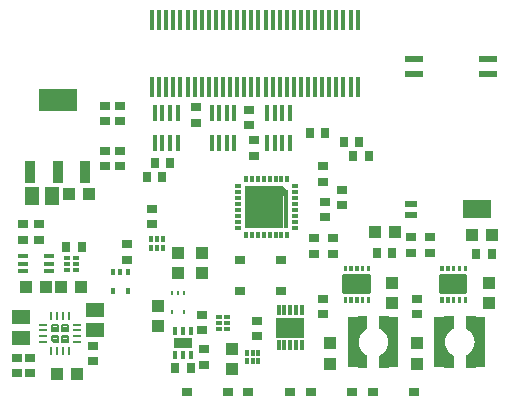
<source format=gbp>
G75*
%MOIN*%
%OFA0B0*%
%FSLAX25Y25*%
%IPPOS*%
%LPD*%
%AMOC8*
5,1,8,0,0,1.08239X$1,22.5*
%
%ADD10R,0.01378X0.06693*%
%ADD11C,0.00246*%
%ADD12C,0.01299*%
%ADD13R,0.03346X0.16929*%
%ADD14C,0.00004*%
%ADD15R,0.03937X0.04331*%
%ADD16R,0.03543X0.02756*%
%ADD17R,0.02756X0.03543*%
%ADD18R,0.04331X0.03937*%
%ADD19R,0.03819X0.02559*%
%ADD20R,0.01200X0.03200*%
%ADD21R,0.09400X0.06500*%
%ADD22R,0.01181X0.01929*%
%ADD23R,0.01181X0.02047*%
%ADD24R,0.03543X0.01772*%
%ADD25R,0.01929X0.01181*%
%ADD26R,0.02047X0.01181*%
%ADD27R,0.01181X0.01969*%
%ADD28R,0.01181X0.02362*%
%ADD29R,0.02362X0.01181*%
%ADD30R,0.12598X0.14173*%
%ADD31R,0.01575X0.12598*%
%ADD32R,0.02227X0.03937*%
%ADD33R,0.05906X0.02362*%
%ADD34R,0.01400X0.02600*%
%ADD35R,0.06300X0.03500*%
%ADD36R,0.01700X0.05200*%
%ADD37R,0.00906X0.03150*%
%ADD38R,0.03150X0.00906*%
%ADD39C,0.00787*%
%ADD40R,0.05906X0.05118*%
%ADD41R,0.01063X0.01772*%
%ADD42R,0.03740X0.07480*%
%ADD43R,0.12795X0.07480*%
%ADD44R,0.05118X0.05906*%
%ADD45R,0.04331X0.02362*%
%ADD46R,0.09449X0.05906*%
D10*
X0070526Y0135305D03*
X0072889Y0135305D03*
X0075251Y0135305D03*
X0077613Y0135305D03*
X0079975Y0135305D03*
X0082337Y0135305D03*
X0084700Y0135305D03*
X0087062Y0135305D03*
X0089424Y0135305D03*
X0091786Y0135305D03*
X0094148Y0135305D03*
X0096511Y0135305D03*
X0098873Y0135305D03*
X0101235Y0135305D03*
X0103597Y0135305D03*
X0105959Y0135305D03*
X0108322Y0135305D03*
X0110684Y0135305D03*
X0113046Y0135305D03*
X0115408Y0135305D03*
X0117770Y0135305D03*
X0120133Y0135305D03*
X0122495Y0135305D03*
X0124857Y0135305D03*
X0127219Y0135305D03*
X0129581Y0135305D03*
X0131944Y0135305D03*
X0134306Y0135305D03*
X0136668Y0135305D03*
X0139030Y0135305D03*
X0139030Y0157746D03*
X0136668Y0157746D03*
X0134306Y0157746D03*
X0131944Y0157746D03*
X0129581Y0157746D03*
X0127219Y0157746D03*
X0124857Y0157746D03*
X0122495Y0157746D03*
X0120133Y0157746D03*
X0117770Y0157746D03*
X0115408Y0157746D03*
X0113046Y0157746D03*
X0110684Y0157746D03*
X0108322Y0157746D03*
X0105959Y0157746D03*
X0103597Y0157746D03*
X0101235Y0157746D03*
X0098873Y0157746D03*
X0096511Y0157746D03*
X0094148Y0157746D03*
X0091786Y0157746D03*
X0089424Y0157746D03*
X0087062Y0157746D03*
X0084700Y0157746D03*
X0082337Y0157746D03*
X0079975Y0157746D03*
X0077613Y0157746D03*
X0075251Y0157746D03*
X0072889Y0157746D03*
X0070526Y0157746D03*
D11*
X0134331Y0074306D02*
X0135069Y0074306D01*
X0134331Y0074306D02*
X0134331Y0075832D01*
X0135069Y0075832D01*
X0135069Y0074306D01*
X0135069Y0074551D02*
X0134331Y0074551D01*
X0134331Y0074796D02*
X0135069Y0074796D01*
X0135069Y0075041D02*
X0134331Y0075041D01*
X0134331Y0075286D02*
X0135069Y0075286D01*
X0135069Y0075531D02*
X0134331Y0075531D01*
X0134331Y0075776D02*
X0135069Y0075776D01*
X0136299Y0074306D02*
X0137037Y0074306D01*
X0136299Y0074306D02*
X0136299Y0075832D01*
X0137037Y0075832D01*
X0137037Y0074306D01*
X0137037Y0074551D02*
X0136299Y0074551D01*
X0136299Y0074796D02*
X0137037Y0074796D01*
X0137037Y0075041D02*
X0136299Y0075041D01*
X0136299Y0075286D02*
X0137037Y0075286D01*
X0137037Y0075531D02*
X0136299Y0075531D01*
X0136299Y0075776D02*
X0137037Y0075776D01*
X0138268Y0074306D02*
X0139006Y0074306D01*
X0138268Y0074306D02*
X0138268Y0075832D01*
X0139006Y0075832D01*
X0139006Y0074306D01*
X0139006Y0074551D02*
X0138268Y0074551D01*
X0138268Y0074796D02*
X0139006Y0074796D01*
X0139006Y0075041D02*
X0138268Y0075041D01*
X0138268Y0075286D02*
X0139006Y0075286D01*
X0139006Y0075531D02*
X0138268Y0075531D01*
X0138268Y0075776D02*
X0139006Y0075776D01*
X0140236Y0074306D02*
X0140974Y0074306D01*
X0140236Y0074306D02*
X0140236Y0075832D01*
X0140974Y0075832D01*
X0140974Y0074306D01*
X0140974Y0074551D02*
X0140236Y0074551D01*
X0140236Y0074796D02*
X0140974Y0074796D01*
X0140974Y0075041D02*
X0140236Y0075041D01*
X0140236Y0075286D02*
X0140974Y0075286D01*
X0140974Y0075531D02*
X0140236Y0075531D01*
X0140236Y0075776D02*
X0140974Y0075776D01*
X0142205Y0074306D02*
X0142943Y0074306D01*
X0142205Y0074306D02*
X0142205Y0075832D01*
X0142943Y0075832D01*
X0142943Y0074306D01*
X0142943Y0074551D02*
X0142205Y0074551D01*
X0142205Y0074796D02*
X0142943Y0074796D01*
X0142943Y0075041D02*
X0142205Y0075041D01*
X0142205Y0075286D02*
X0142943Y0075286D01*
X0142943Y0075531D02*
X0142205Y0075531D01*
X0142205Y0075776D02*
X0142943Y0075776D01*
X0142943Y0063676D02*
X0142205Y0063676D01*
X0142205Y0065202D01*
X0142943Y0065202D01*
X0142943Y0063676D01*
X0142943Y0063921D02*
X0142205Y0063921D01*
X0142205Y0064166D02*
X0142943Y0064166D01*
X0142943Y0064411D02*
X0142205Y0064411D01*
X0142205Y0064656D02*
X0142943Y0064656D01*
X0142943Y0064901D02*
X0142205Y0064901D01*
X0142205Y0065146D02*
X0142943Y0065146D01*
X0140974Y0063676D02*
X0140236Y0063676D01*
X0140236Y0065202D01*
X0140974Y0065202D01*
X0140974Y0063676D01*
X0140974Y0063921D02*
X0140236Y0063921D01*
X0140236Y0064166D02*
X0140974Y0064166D01*
X0140974Y0064411D02*
X0140236Y0064411D01*
X0140236Y0064656D02*
X0140974Y0064656D01*
X0140974Y0064901D02*
X0140236Y0064901D01*
X0140236Y0065146D02*
X0140974Y0065146D01*
X0139006Y0063676D02*
X0138268Y0063676D01*
X0138268Y0065202D01*
X0139006Y0065202D01*
X0139006Y0063676D01*
X0139006Y0063921D02*
X0138268Y0063921D01*
X0138268Y0064166D02*
X0139006Y0064166D01*
X0139006Y0064411D02*
X0138268Y0064411D01*
X0138268Y0064656D02*
X0139006Y0064656D01*
X0139006Y0064901D02*
X0138268Y0064901D01*
X0138268Y0065146D02*
X0139006Y0065146D01*
X0137037Y0063676D02*
X0136299Y0063676D01*
X0136299Y0065202D01*
X0137037Y0065202D01*
X0137037Y0063676D01*
X0137037Y0063921D02*
X0136299Y0063921D01*
X0136299Y0064166D02*
X0137037Y0064166D01*
X0137037Y0064411D02*
X0136299Y0064411D01*
X0136299Y0064656D02*
X0137037Y0064656D01*
X0137037Y0064901D02*
X0136299Y0064901D01*
X0136299Y0065146D02*
X0137037Y0065146D01*
X0135069Y0063676D02*
X0134331Y0063676D01*
X0134331Y0065202D01*
X0135069Y0065202D01*
X0135069Y0063676D01*
X0135069Y0063921D02*
X0134331Y0063921D01*
X0134331Y0064166D02*
X0135069Y0064166D01*
X0135069Y0064411D02*
X0134331Y0064411D01*
X0134331Y0064656D02*
X0135069Y0064656D01*
X0135069Y0064901D02*
X0134331Y0064901D01*
X0134331Y0065146D02*
X0135069Y0065146D01*
X0166614Y0063676D02*
X0167352Y0063676D01*
X0166614Y0063676D02*
X0166614Y0065202D01*
X0167352Y0065202D01*
X0167352Y0063676D01*
X0167352Y0063921D02*
X0166614Y0063921D01*
X0166614Y0064166D02*
X0167352Y0064166D01*
X0167352Y0064411D02*
X0166614Y0064411D01*
X0166614Y0064656D02*
X0167352Y0064656D01*
X0167352Y0064901D02*
X0166614Y0064901D01*
X0166614Y0065146D02*
X0167352Y0065146D01*
X0168583Y0063676D02*
X0169321Y0063676D01*
X0168583Y0063676D02*
X0168583Y0065202D01*
X0169321Y0065202D01*
X0169321Y0063676D01*
X0169321Y0063921D02*
X0168583Y0063921D01*
X0168583Y0064166D02*
X0169321Y0064166D01*
X0169321Y0064411D02*
X0168583Y0064411D01*
X0168583Y0064656D02*
X0169321Y0064656D01*
X0169321Y0064901D02*
X0168583Y0064901D01*
X0168583Y0065146D02*
X0169321Y0065146D01*
X0170551Y0063676D02*
X0171289Y0063676D01*
X0170551Y0063676D02*
X0170551Y0065202D01*
X0171289Y0065202D01*
X0171289Y0063676D01*
X0171289Y0063921D02*
X0170551Y0063921D01*
X0170551Y0064166D02*
X0171289Y0064166D01*
X0171289Y0064411D02*
X0170551Y0064411D01*
X0170551Y0064656D02*
X0171289Y0064656D01*
X0171289Y0064901D02*
X0170551Y0064901D01*
X0170551Y0065146D02*
X0171289Y0065146D01*
X0172520Y0063676D02*
X0173258Y0063676D01*
X0172520Y0063676D02*
X0172520Y0065202D01*
X0173258Y0065202D01*
X0173258Y0063676D01*
X0173258Y0063921D02*
X0172520Y0063921D01*
X0172520Y0064166D02*
X0173258Y0064166D01*
X0173258Y0064411D02*
X0172520Y0064411D01*
X0172520Y0064656D02*
X0173258Y0064656D01*
X0173258Y0064901D02*
X0172520Y0064901D01*
X0172520Y0065146D02*
X0173258Y0065146D01*
X0174488Y0063676D02*
X0175226Y0063676D01*
X0174488Y0063676D02*
X0174488Y0065202D01*
X0175226Y0065202D01*
X0175226Y0063676D01*
X0175226Y0063921D02*
X0174488Y0063921D01*
X0174488Y0064166D02*
X0175226Y0064166D01*
X0175226Y0064411D02*
X0174488Y0064411D01*
X0174488Y0064656D02*
X0175226Y0064656D01*
X0175226Y0064901D02*
X0174488Y0064901D01*
X0174488Y0065146D02*
X0175226Y0065146D01*
X0175226Y0074306D02*
X0174488Y0074306D01*
X0174488Y0075832D01*
X0175226Y0075832D01*
X0175226Y0074306D01*
X0175226Y0074551D02*
X0174488Y0074551D01*
X0174488Y0074796D02*
X0175226Y0074796D01*
X0175226Y0075041D02*
X0174488Y0075041D01*
X0174488Y0075286D02*
X0175226Y0075286D01*
X0175226Y0075531D02*
X0174488Y0075531D01*
X0174488Y0075776D02*
X0175226Y0075776D01*
X0173258Y0074306D02*
X0172520Y0074306D01*
X0172520Y0075832D01*
X0173258Y0075832D01*
X0173258Y0074306D01*
X0173258Y0074551D02*
X0172520Y0074551D01*
X0172520Y0074796D02*
X0173258Y0074796D01*
X0173258Y0075041D02*
X0172520Y0075041D01*
X0172520Y0075286D02*
X0173258Y0075286D01*
X0173258Y0075531D02*
X0172520Y0075531D01*
X0172520Y0075776D02*
X0173258Y0075776D01*
X0171289Y0074306D02*
X0170551Y0074306D01*
X0170551Y0075832D01*
X0171289Y0075832D01*
X0171289Y0074306D01*
X0171289Y0074551D02*
X0170551Y0074551D01*
X0170551Y0074796D02*
X0171289Y0074796D01*
X0171289Y0075041D02*
X0170551Y0075041D01*
X0170551Y0075286D02*
X0171289Y0075286D01*
X0171289Y0075531D02*
X0170551Y0075531D01*
X0170551Y0075776D02*
X0171289Y0075776D01*
X0169321Y0074306D02*
X0168583Y0074306D01*
X0168583Y0075832D01*
X0169321Y0075832D01*
X0169321Y0074306D01*
X0169321Y0074551D02*
X0168583Y0074551D01*
X0168583Y0074796D02*
X0169321Y0074796D01*
X0169321Y0075041D02*
X0168583Y0075041D01*
X0168583Y0075286D02*
X0169321Y0075286D01*
X0169321Y0075531D02*
X0168583Y0075531D01*
X0168583Y0075776D02*
X0169321Y0075776D01*
X0167352Y0074306D02*
X0166614Y0074306D01*
X0166614Y0075832D01*
X0167352Y0075832D01*
X0167352Y0074306D01*
X0167352Y0074551D02*
X0166614Y0074551D01*
X0166614Y0074796D02*
X0167352Y0074796D01*
X0167352Y0075041D02*
X0166614Y0075041D01*
X0166614Y0075286D02*
X0167352Y0075286D01*
X0167352Y0075531D02*
X0166614Y0075531D01*
X0166614Y0075776D02*
X0167352Y0075776D01*
D12*
X0166884Y0067155D02*
X0174956Y0067155D01*
X0166884Y0067155D02*
X0166884Y0072353D01*
X0174956Y0072353D01*
X0174956Y0067155D01*
X0174956Y0068453D02*
X0166884Y0068453D01*
X0166884Y0069751D02*
X0174956Y0069751D01*
X0174956Y0071049D02*
X0166884Y0071049D01*
X0166884Y0072347D02*
X0174956Y0072347D01*
X0142673Y0067155D02*
X0134601Y0067155D01*
X0134601Y0072353D01*
X0142673Y0072353D01*
X0142673Y0067155D01*
X0142673Y0068453D02*
X0134601Y0068453D01*
X0134601Y0069751D02*
X0142673Y0069751D01*
X0142673Y0071049D02*
X0134601Y0071049D01*
X0134601Y0072347D02*
X0142673Y0072347D01*
D13*
X0137357Y0050463D03*
X0150940Y0050463D03*
X0166097Y0050463D03*
X0179680Y0050463D03*
D14*
X0178007Y0050226D02*
X0177967Y0049793D01*
X0177849Y0049203D01*
X0177692Y0048691D01*
X0177495Y0048219D01*
X0178007Y0048219D01*
X0178007Y0048217D02*
X0177494Y0048217D01*
X0177495Y0048219D02*
X0177180Y0047667D01*
X0176904Y0047274D01*
X0176550Y0046880D01*
X0176196Y0046565D01*
X0175684Y0046171D01*
X0175369Y0045974D01*
X0175054Y0045817D01*
X0175054Y0041998D01*
X0178007Y0041998D01*
X0178007Y0058927D01*
X0175054Y0058927D01*
X0175054Y0055108D01*
X0175369Y0054951D01*
X0175644Y0054793D01*
X0176156Y0054400D01*
X0176668Y0053927D01*
X0177062Y0053455D01*
X0177416Y0052864D01*
X0177731Y0052156D01*
X0178007Y0052156D01*
X0178007Y0052154D02*
X0177732Y0052154D01*
X0177731Y0052156D02*
X0177928Y0051368D01*
X0178007Y0051368D01*
X0178007Y0051370D02*
X0177927Y0051370D01*
X0177928Y0051368D02*
X0178007Y0050738D01*
X0178007Y0050226D01*
X0178007Y0050225D02*
X0178007Y0050225D01*
X0178006Y0050222D02*
X0178007Y0050222D01*
X0178006Y0050220D02*
X0178007Y0050220D01*
X0178006Y0050217D02*
X0178007Y0050217D01*
X0178006Y0050215D02*
X0178007Y0050215D01*
X0178005Y0050212D02*
X0178007Y0050212D01*
X0178005Y0050210D02*
X0178007Y0050210D01*
X0178005Y0050207D02*
X0178007Y0050207D01*
X0178005Y0050205D02*
X0178007Y0050205D01*
X0178005Y0050203D02*
X0178007Y0050203D01*
X0178007Y0050200D02*
X0178004Y0050200D01*
X0178004Y0050198D02*
X0178007Y0050198D01*
X0178007Y0050195D02*
X0178004Y0050195D01*
X0178004Y0050193D02*
X0178007Y0050193D01*
X0178007Y0050190D02*
X0178003Y0050190D01*
X0178003Y0050188D02*
X0178007Y0050188D01*
X0178007Y0050185D02*
X0178003Y0050185D01*
X0178003Y0050183D02*
X0178007Y0050183D01*
X0178007Y0050180D02*
X0178003Y0050180D01*
X0178002Y0050178D02*
X0178007Y0050178D01*
X0178007Y0050176D02*
X0178002Y0050176D01*
X0178002Y0050173D02*
X0178007Y0050173D01*
X0178007Y0050171D02*
X0178002Y0050171D01*
X0178001Y0050168D02*
X0178007Y0050168D01*
X0178007Y0050166D02*
X0178001Y0050166D01*
X0178001Y0050163D02*
X0178007Y0050163D01*
X0178007Y0050161D02*
X0178001Y0050161D01*
X0178001Y0050158D02*
X0178007Y0050158D01*
X0178007Y0050156D02*
X0178000Y0050156D01*
X0178000Y0050154D02*
X0178007Y0050154D01*
X0178007Y0050151D02*
X0178000Y0050151D01*
X0178000Y0050149D02*
X0178007Y0050149D01*
X0178007Y0050146D02*
X0177999Y0050146D01*
X0177999Y0050144D02*
X0178007Y0050144D01*
X0178007Y0050141D02*
X0177999Y0050141D01*
X0177999Y0050139D02*
X0178007Y0050139D01*
X0178007Y0050136D02*
X0177999Y0050136D01*
X0177998Y0050134D02*
X0178007Y0050134D01*
X0178007Y0050132D02*
X0177998Y0050132D01*
X0177998Y0050129D02*
X0178007Y0050129D01*
X0178007Y0050127D02*
X0177998Y0050127D01*
X0177997Y0050124D02*
X0178007Y0050124D01*
X0178007Y0050122D02*
X0177997Y0050122D01*
X0177997Y0050119D02*
X0178007Y0050119D01*
X0178007Y0050117D02*
X0177997Y0050117D01*
X0177997Y0050114D02*
X0178007Y0050114D01*
X0178007Y0050112D02*
X0177996Y0050112D01*
X0177996Y0050109D02*
X0178007Y0050109D01*
X0178007Y0050107D02*
X0177996Y0050107D01*
X0177996Y0050105D02*
X0178007Y0050105D01*
X0178007Y0050102D02*
X0177995Y0050102D01*
X0177995Y0050100D02*
X0178007Y0050100D01*
X0178007Y0050097D02*
X0177995Y0050097D01*
X0177995Y0050095D02*
X0178007Y0050095D01*
X0178007Y0050092D02*
X0177995Y0050092D01*
X0177994Y0050090D02*
X0178007Y0050090D01*
X0178007Y0050087D02*
X0177994Y0050087D01*
X0177994Y0050085D02*
X0178007Y0050085D01*
X0178007Y0050083D02*
X0177994Y0050083D01*
X0177993Y0050080D02*
X0178007Y0050080D01*
X0178007Y0050078D02*
X0177993Y0050078D01*
X0177993Y0050075D02*
X0178007Y0050075D01*
X0178007Y0050073D02*
X0177993Y0050073D01*
X0177993Y0050070D02*
X0178007Y0050070D01*
X0178007Y0050068D02*
X0177992Y0050068D01*
X0177992Y0050065D02*
X0178007Y0050065D01*
X0178007Y0050063D02*
X0177992Y0050063D01*
X0177992Y0050061D02*
X0178007Y0050061D01*
X0178007Y0050058D02*
X0177991Y0050058D01*
X0177991Y0050056D02*
X0178007Y0050056D01*
X0178007Y0050053D02*
X0177991Y0050053D01*
X0177991Y0050051D02*
X0178007Y0050051D01*
X0178007Y0050048D02*
X0177991Y0050048D01*
X0177990Y0050046D02*
X0178007Y0050046D01*
X0178007Y0050043D02*
X0177990Y0050043D01*
X0177990Y0050041D02*
X0178007Y0050041D01*
X0178007Y0050038D02*
X0177990Y0050038D01*
X0177989Y0050036D02*
X0178007Y0050036D01*
X0178007Y0050034D02*
X0177989Y0050034D01*
X0177989Y0050031D02*
X0178007Y0050031D01*
X0178007Y0050029D02*
X0177989Y0050029D01*
X0177989Y0050026D02*
X0178007Y0050026D01*
X0178007Y0050024D02*
X0177988Y0050024D01*
X0177988Y0050021D02*
X0178007Y0050021D01*
X0178007Y0050019D02*
X0177988Y0050019D01*
X0177988Y0050016D02*
X0178007Y0050016D01*
X0178007Y0050014D02*
X0177987Y0050014D01*
X0177987Y0050012D02*
X0178007Y0050012D01*
X0178007Y0050009D02*
X0177987Y0050009D01*
X0177987Y0050007D02*
X0178007Y0050007D01*
X0178007Y0050004D02*
X0177987Y0050004D01*
X0177986Y0050002D02*
X0178007Y0050002D01*
X0178007Y0049999D02*
X0177986Y0049999D01*
X0177986Y0049997D02*
X0178007Y0049997D01*
X0178007Y0049994D02*
X0177986Y0049994D01*
X0177985Y0049992D02*
X0178007Y0049992D01*
X0178007Y0049990D02*
X0177985Y0049990D01*
X0177985Y0049987D02*
X0178007Y0049987D01*
X0178007Y0049985D02*
X0177985Y0049985D01*
X0177984Y0049982D02*
X0178007Y0049982D01*
X0178007Y0049980D02*
X0177984Y0049980D01*
X0177984Y0049977D02*
X0178007Y0049977D01*
X0178007Y0049975D02*
X0177984Y0049975D01*
X0177984Y0049972D02*
X0178007Y0049972D01*
X0178007Y0049970D02*
X0177983Y0049970D01*
X0177983Y0049967D02*
X0178007Y0049967D01*
X0178007Y0049965D02*
X0177983Y0049965D01*
X0177983Y0049963D02*
X0178007Y0049963D01*
X0178007Y0049960D02*
X0177982Y0049960D01*
X0177982Y0049958D02*
X0178007Y0049958D01*
X0178007Y0049955D02*
X0177982Y0049955D01*
X0177982Y0049953D02*
X0178007Y0049953D01*
X0178007Y0049950D02*
X0177982Y0049950D01*
X0177981Y0049948D02*
X0178007Y0049948D01*
X0178007Y0049945D02*
X0177981Y0049945D01*
X0177981Y0049943D02*
X0178007Y0049943D01*
X0178007Y0049941D02*
X0177981Y0049941D01*
X0177980Y0049938D02*
X0178007Y0049938D01*
X0178007Y0049936D02*
X0177980Y0049936D01*
X0177980Y0049933D02*
X0178007Y0049933D01*
X0178007Y0049931D02*
X0177980Y0049931D01*
X0177980Y0049928D02*
X0178007Y0049928D01*
X0178007Y0049926D02*
X0177979Y0049926D01*
X0177979Y0049923D02*
X0178007Y0049923D01*
X0178007Y0049921D02*
X0177979Y0049921D01*
X0177979Y0049919D02*
X0178007Y0049919D01*
X0178007Y0049916D02*
X0177978Y0049916D01*
X0177978Y0049914D02*
X0178007Y0049914D01*
X0178007Y0049911D02*
X0177978Y0049911D01*
X0177978Y0049909D02*
X0178007Y0049909D01*
X0178007Y0049906D02*
X0177978Y0049906D01*
X0177977Y0049904D02*
X0178007Y0049904D01*
X0178007Y0049901D02*
X0177977Y0049901D01*
X0177977Y0049899D02*
X0178007Y0049899D01*
X0178007Y0049896D02*
X0177977Y0049896D01*
X0177976Y0049894D02*
X0178007Y0049894D01*
X0178007Y0049892D02*
X0177976Y0049892D01*
X0177976Y0049889D02*
X0178007Y0049889D01*
X0178007Y0049887D02*
X0177976Y0049887D01*
X0177976Y0049884D02*
X0178007Y0049884D01*
X0178007Y0049882D02*
X0177975Y0049882D01*
X0177975Y0049879D02*
X0178007Y0049879D01*
X0178007Y0049877D02*
X0177975Y0049877D01*
X0177975Y0049874D02*
X0178007Y0049874D01*
X0178007Y0049872D02*
X0177974Y0049872D01*
X0177974Y0049870D02*
X0178007Y0049870D01*
X0178007Y0049867D02*
X0177974Y0049867D01*
X0177974Y0049865D02*
X0178007Y0049865D01*
X0178007Y0049862D02*
X0177974Y0049862D01*
X0177973Y0049860D02*
X0178007Y0049860D01*
X0178007Y0049857D02*
X0177973Y0049857D01*
X0177973Y0049855D02*
X0178007Y0049855D01*
X0178007Y0049852D02*
X0177973Y0049852D01*
X0177972Y0049850D02*
X0178007Y0049850D01*
X0178007Y0049848D02*
X0177972Y0049848D01*
X0177972Y0049845D02*
X0178007Y0049845D01*
X0178007Y0049843D02*
X0177972Y0049843D01*
X0177972Y0049840D02*
X0178007Y0049840D01*
X0178007Y0049838D02*
X0177971Y0049838D01*
X0177971Y0049835D02*
X0178007Y0049835D01*
X0178007Y0049833D02*
X0177971Y0049833D01*
X0177971Y0049830D02*
X0178007Y0049830D01*
X0178007Y0049828D02*
X0177970Y0049828D01*
X0177970Y0049825D02*
X0178007Y0049825D01*
X0178007Y0049823D02*
X0177970Y0049823D01*
X0177970Y0049821D02*
X0178007Y0049821D01*
X0178007Y0049818D02*
X0177970Y0049818D01*
X0177969Y0049816D02*
X0178007Y0049816D01*
X0178007Y0049813D02*
X0177969Y0049813D01*
X0177969Y0049811D02*
X0178007Y0049811D01*
X0178007Y0049808D02*
X0177969Y0049808D01*
X0177968Y0049806D02*
X0178007Y0049806D01*
X0178007Y0049803D02*
X0177968Y0049803D01*
X0177968Y0049801D02*
X0178007Y0049801D01*
X0178007Y0049799D02*
X0177968Y0049799D01*
X0177968Y0049796D02*
X0178007Y0049796D01*
X0178007Y0049794D02*
X0177967Y0049794D01*
X0177967Y0049791D02*
X0178007Y0049791D01*
X0178007Y0049789D02*
X0177966Y0049789D01*
X0177966Y0049786D02*
X0178007Y0049786D01*
X0178007Y0049784D02*
X0177965Y0049784D01*
X0177965Y0049781D02*
X0178007Y0049781D01*
X0178007Y0049779D02*
X0177964Y0049779D01*
X0177964Y0049777D02*
X0178007Y0049777D01*
X0178007Y0049774D02*
X0177963Y0049774D01*
X0177963Y0049772D02*
X0178007Y0049772D01*
X0178007Y0049769D02*
X0177962Y0049769D01*
X0177962Y0049767D02*
X0178007Y0049767D01*
X0178007Y0049764D02*
X0177962Y0049764D01*
X0177961Y0049762D02*
X0178007Y0049762D01*
X0178007Y0049759D02*
X0177961Y0049759D01*
X0177960Y0049757D02*
X0178007Y0049757D01*
X0178007Y0049754D02*
X0177960Y0049754D01*
X0177959Y0049752D02*
X0178007Y0049752D01*
X0178007Y0049750D02*
X0177959Y0049750D01*
X0177958Y0049747D02*
X0178007Y0049747D01*
X0178007Y0049745D02*
X0177958Y0049745D01*
X0177957Y0049742D02*
X0178007Y0049742D01*
X0178007Y0049740D02*
X0177957Y0049740D01*
X0177956Y0049737D02*
X0178007Y0049737D01*
X0178007Y0049735D02*
X0177956Y0049735D01*
X0177955Y0049732D02*
X0178007Y0049732D01*
X0178007Y0049730D02*
X0177955Y0049730D01*
X0177954Y0049728D02*
X0178007Y0049728D01*
X0178007Y0049725D02*
X0177954Y0049725D01*
X0177953Y0049723D02*
X0178007Y0049723D01*
X0178007Y0049720D02*
X0177953Y0049720D01*
X0177952Y0049718D02*
X0178007Y0049718D01*
X0178007Y0049715D02*
X0177952Y0049715D01*
X0177951Y0049713D02*
X0178007Y0049713D01*
X0178007Y0049710D02*
X0177951Y0049710D01*
X0177950Y0049708D02*
X0178007Y0049708D01*
X0178007Y0049706D02*
X0177950Y0049706D01*
X0177949Y0049703D02*
X0178007Y0049703D01*
X0178007Y0049701D02*
X0177949Y0049701D01*
X0177948Y0049698D02*
X0178007Y0049698D01*
X0178007Y0049696D02*
X0177948Y0049696D01*
X0177947Y0049693D02*
X0178007Y0049693D01*
X0178007Y0049691D02*
X0177947Y0049691D01*
X0177946Y0049688D02*
X0178007Y0049688D01*
X0178007Y0049686D02*
X0177946Y0049686D01*
X0177945Y0049683D02*
X0178007Y0049683D01*
X0178007Y0049681D02*
X0177945Y0049681D01*
X0177944Y0049679D02*
X0178007Y0049679D01*
X0178007Y0049676D02*
X0177944Y0049676D01*
X0177943Y0049674D02*
X0178007Y0049674D01*
X0178007Y0049671D02*
X0177943Y0049671D01*
X0177942Y0049669D02*
X0178007Y0049669D01*
X0178007Y0049666D02*
X0177942Y0049666D01*
X0177941Y0049664D02*
X0178007Y0049664D01*
X0178007Y0049661D02*
X0177941Y0049661D01*
X0177940Y0049659D02*
X0178007Y0049659D01*
X0178007Y0049657D02*
X0177940Y0049657D01*
X0177939Y0049654D02*
X0178007Y0049654D01*
X0178007Y0049652D02*
X0177939Y0049652D01*
X0177939Y0049649D02*
X0178007Y0049649D01*
X0178007Y0049647D02*
X0177938Y0049647D01*
X0177938Y0049644D02*
X0178007Y0049644D01*
X0178007Y0049642D02*
X0177937Y0049642D01*
X0177937Y0049639D02*
X0178007Y0049639D01*
X0178007Y0049637D02*
X0177936Y0049637D01*
X0177936Y0049635D02*
X0178007Y0049635D01*
X0178007Y0049632D02*
X0177935Y0049632D01*
X0177935Y0049630D02*
X0178007Y0049630D01*
X0178007Y0049627D02*
X0177934Y0049627D01*
X0177934Y0049625D02*
X0178007Y0049625D01*
X0178007Y0049622D02*
X0177933Y0049622D01*
X0177933Y0049620D02*
X0178007Y0049620D01*
X0178007Y0049617D02*
X0177932Y0049617D01*
X0177932Y0049615D02*
X0178007Y0049615D01*
X0178007Y0049612D02*
X0177931Y0049612D01*
X0177931Y0049610D02*
X0178007Y0049610D01*
X0178007Y0049608D02*
X0177930Y0049608D01*
X0177930Y0049605D02*
X0178007Y0049605D01*
X0178007Y0049603D02*
X0177929Y0049603D01*
X0177929Y0049600D02*
X0178007Y0049600D01*
X0178007Y0049598D02*
X0177928Y0049598D01*
X0177928Y0049595D02*
X0178007Y0049595D01*
X0178007Y0049593D02*
X0177927Y0049593D01*
X0177927Y0049590D02*
X0178007Y0049590D01*
X0178007Y0049588D02*
X0177926Y0049588D01*
X0177926Y0049586D02*
X0178007Y0049586D01*
X0178007Y0049583D02*
X0177925Y0049583D01*
X0177925Y0049581D02*
X0178007Y0049581D01*
X0178007Y0049578D02*
X0177924Y0049578D01*
X0177924Y0049576D02*
X0178007Y0049576D01*
X0178007Y0049573D02*
X0177923Y0049573D01*
X0177923Y0049571D02*
X0178007Y0049571D01*
X0178007Y0049568D02*
X0177922Y0049568D01*
X0177922Y0049566D02*
X0178007Y0049566D01*
X0178007Y0049564D02*
X0177921Y0049564D01*
X0177921Y0049561D02*
X0178007Y0049561D01*
X0178007Y0049559D02*
X0177920Y0049559D01*
X0177920Y0049556D02*
X0178007Y0049556D01*
X0178007Y0049554D02*
X0177919Y0049554D01*
X0177919Y0049551D02*
X0178007Y0049551D01*
X0178007Y0049549D02*
X0177918Y0049549D01*
X0177918Y0049546D02*
X0178007Y0049546D01*
X0178007Y0049544D02*
X0177917Y0049544D01*
X0177917Y0049541D02*
X0178007Y0049541D01*
X0178007Y0049539D02*
X0177916Y0049539D01*
X0177916Y0049537D02*
X0178007Y0049537D01*
X0178007Y0049534D02*
X0177915Y0049534D01*
X0177915Y0049532D02*
X0178007Y0049532D01*
X0178007Y0049529D02*
X0177915Y0049529D01*
X0177914Y0049527D02*
X0178007Y0049527D01*
X0178007Y0049524D02*
X0177914Y0049524D01*
X0177913Y0049522D02*
X0178007Y0049522D01*
X0178007Y0049519D02*
X0177913Y0049519D01*
X0177912Y0049517D02*
X0178007Y0049517D01*
X0178007Y0049515D02*
X0177912Y0049515D01*
X0177911Y0049512D02*
X0178007Y0049512D01*
X0178007Y0049510D02*
X0177911Y0049510D01*
X0177910Y0049507D02*
X0178007Y0049507D01*
X0178007Y0049505D02*
X0177910Y0049505D01*
X0177909Y0049502D02*
X0178007Y0049502D01*
X0178007Y0049500D02*
X0177909Y0049500D01*
X0177908Y0049497D02*
X0178007Y0049497D01*
X0178007Y0049495D02*
X0177908Y0049495D01*
X0177907Y0049493D02*
X0178007Y0049493D01*
X0178007Y0049490D02*
X0177907Y0049490D01*
X0177906Y0049488D02*
X0178007Y0049488D01*
X0178007Y0049485D02*
X0177906Y0049485D01*
X0177905Y0049483D02*
X0178007Y0049483D01*
X0178007Y0049480D02*
X0177905Y0049480D01*
X0177904Y0049478D02*
X0178007Y0049478D01*
X0178007Y0049475D02*
X0177904Y0049475D01*
X0177903Y0049473D02*
X0178007Y0049473D01*
X0178007Y0049470D02*
X0177903Y0049470D01*
X0177902Y0049468D02*
X0178007Y0049468D01*
X0178007Y0049466D02*
X0177902Y0049466D01*
X0177901Y0049463D02*
X0178007Y0049463D01*
X0178007Y0049461D02*
X0177901Y0049461D01*
X0177900Y0049458D02*
X0178007Y0049458D01*
X0178007Y0049456D02*
X0177900Y0049456D01*
X0177899Y0049453D02*
X0178007Y0049453D01*
X0178007Y0049451D02*
X0177899Y0049451D01*
X0177898Y0049448D02*
X0178007Y0049448D01*
X0178007Y0049446D02*
X0177898Y0049446D01*
X0177897Y0049444D02*
X0178007Y0049444D01*
X0178007Y0049441D02*
X0177897Y0049441D01*
X0177896Y0049439D02*
X0178007Y0049439D01*
X0178007Y0049436D02*
X0177896Y0049436D01*
X0177895Y0049434D02*
X0178007Y0049434D01*
X0178007Y0049431D02*
X0177895Y0049431D01*
X0177894Y0049429D02*
X0178007Y0049429D01*
X0178007Y0049426D02*
X0177894Y0049426D01*
X0177893Y0049424D02*
X0178007Y0049424D01*
X0178007Y0049422D02*
X0177893Y0049422D01*
X0177892Y0049419D02*
X0178007Y0049419D01*
X0178007Y0049417D02*
X0177892Y0049417D01*
X0177891Y0049414D02*
X0178007Y0049414D01*
X0178007Y0049412D02*
X0177891Y0049412D01*
X0177891Y0049409D02*
X0178007Y0049409D01*
X0178007Y0049407D02*
X0177890Y0049407D01*
X0177890Y0049404D02*
X0178007Y0049404D01*
X0178007Y0049402D02*
X0177889Y0049402D01*
X0177889Y0049399D02*
X0178007Y0049399D01*
X0178007Y0049397D02*
X0177888Y0049397D01*
X0177888Y0049395D02*
X0178007Y0049395D01*
X0178007Y0049392D02*
X0177887Y0049392D01*
X0177887Y0049390D02*
X0178007Y0049390D01*
X0178007Y0049387D02*
X0177886Y0049387D01*
X0177886Y0049385D02*
X0178007Y0049385D01*
X0178007Y0049382D02*
X0177885Y0049382D01*
X0177885Y0049380D02*
X0178007Y0049380D01*
X0178007Y0049377D02*
X0177884Y0049377D01*
X0177884Y0049375D02*
X0178007Y0049375D01*
X0178007Y0049373D02*
X0177883Y0049373D01*
X0177883Y0049370D02*
X0178007Y0049370D01*
X0178007Y0049368D02*
X0177882Y0049368D01*
X0177882Y0049365D02*
X0178007Y0049365D01*
X0178007Y0049363D02*
X0177881Y0049363D01*
X0177881Y0049360D02*
X0178007Y0049360D01*
X0178007Y0049358D02*
X0177880Y0049358D01*
X0177880Y0049355D02*
X0178007Y0049355D01*
X0178007Y0049353D02*
X0177879Y0049353D01*
X0177879Y0049351D02*
X0178007Y0049351D01*
X0178007Y0049348D02*
X0177878Y0049348D01*
X0177878Y0049346D02*
X0178007Y0049346D01*
X0178007Y0049343D02*
X0177877Y0049343D01*
X0177877Y0049341D02*
X0178007Y0049341D01*
X0178007Y0049338D02*
X0177876Y0049338D01*
X0177876Y0049336D02*
X0178007Y0049336D01*
X0178007Y0049333D02*
X0177875Y0049333D01*
X0177875Y0049331D02*
X0178007Y0049331D01*
X0178007Y0049328D02*
X0177874Y0049328D01*
X0177874Y0049326D02*
X0178007Y0049326D01*
X0178007Y0049324D02*
X0177873Y0049324D01*
X0177873Y0049321D02*
X0178007Y0049321D01*
X0178007Y0049319D02*
X0177872Y0049319D01*
X0177872Y0049316D02*
X0178007Y0049316D01*
X0178007Y0049314D02*
X0177871Y0049314D01*
X0177871Y0049311D02*
X0178007Y0049311D01*
X0178007Y0049309D02*
X0177870Y0049309D01*
X0177870Y0049306D02*
X0178007Y0049306D01*
X0178007Y0049304D02*
X0177869Y0049304D01*
X0177869Y0049302D02*
X0178007Y0049302D01*
X0178007Y0049299D02*
X0177868Y0049299D01*
X0177868Y0049297D02*
X0178007Y0049297D01*
X0178007Y0049294D02*
X0177868Y0049294D01*
X0177867Y0049292D02*
X0178007Y0049292D01*
X0178007Y0049289D02*
X0177867Y0049289D01*
X0177866Y0049287D02*
X0178007Y0049287D01*
X0178007Y0049284D02*
X0177866Y0049284D01*
X0177865Y0049282D02*
X0178007Y0049282D01*
X0178007Y0049280D02*
X0177865Y0049280D01*
X0177864Y0049277D02*
X0178007Y0049277D01*
X0178007Y0049275D02*
X0177864Y0049275D01*
X0177863Y0049272D02*
X0178007Y0049272D01*
X0178007Y0049270D02*
X0177863Y0049270D01*
X0177862Y0049267D02*
X0178007Y0049267D01*
X0178007Y0049265D02*
X0177862Y0049265D01*
X0177861Y0049262D02*
X0178007Y0049262D01*
X0178007Y0049260D02*
X0177861Y0049260D01*
X0177860Y0049257D02*
X0178007Y0049257D01*
X0178007Y0049255D02*
X0177860Y0049255D01*
X0177859Y0049253D02*
X0178007Y0049253D01*
X0178007Y0049250D02*
X0177859Y0049250D01*
X0177858Y0049248D02*
X0178007Y0049248D01*
X0178007Y0049245D02*
X0177858Y0049245D01*
X0177857Y0049243D02*
X0178007Y0049243D01*
X0178007Y0049240D02*
X0177857Y0049240D01*
X0177856Y0049238D02*
X0178007Y0049238D01*
X0178007Y0049235D02*
X0177856Y0049235D01*
X0177855Y0049233D02*
X0178007Y0049233D01*
X0178007Y0049231D02*
X0177855Y0049231D01*
X0177854Y0049228D02*
X0178007Y0049228D01*
X0178007Y0049226D02*
X0177854Y0049226D01*
X0177853Y0049223D02*
X0178007Y0049223D01*
X0178007Y0049221D02*
X0177853Y0049221D01*
X0177852Y0049218D02*
X0178007Y0049218D01*
X0178007Y0049216D02*
X0177852Y0049216D01*
X0177851Y0049213D02*
X0178007Y0049213D01*
X0178007Y0049211D02*
X0177851Y0049211D01*
X0177850Y0049209D02*
X0178007Y0049209D01*
X0178007Y0049206D02*
X0177850Y0049206D01*
X0177849Y0049204D02*
X0178007Y0049204D01*
X0178007Y0049201D02*
X0177849Y0049201D01*
X0177848Y0049199D02*
X0178007Y0049199D01*
X0178007Y0049196D02*
X0177847Y0049196D01*
X0177846Y0049194D02*
X0178007Y0049194D01*
X0178007Y0049191D02*
X0177846Y0049191D01*
X0177845Y0049189D02*
X0178007Y0049189D01*
X0178007Y0049186D02*
X0177844Y0049186D01*
X0177843Y0049184D02*
X0178007Y0049184D01*
X0178007Y0049182D02*
X0177843Y0049182D01*
X0177842Y0049179D02*
X0178007Y0049179D01*
X0178007Y0049177D02*
X0177841Y0049177D01*
X0177840Y0049174D02*
X0178007Y0049174D01*
X0178007Y0049172D02*
X0177840Y0049172D01*
X0177839Y0049169D02*
X0178007Y0049169D01*
X0178007Y0049167D02*
X0177838Y0049167D01*
X0177837Y0049164D02*
X0178007Y0049164D01*
X0178007Y0049162D02*
X0177837Y0049162D01*
X0177836Y0049160D02*
X0178007Y0049160D01*
X0178007Y0049157D02*
X0177835Y0049157D01*
X0177834Y0049155D02*
X0178007Y0049155D01*
X0178007Y0049152D02*
X0177834Y0049152D01*
X0177833Y0049150D02*
X0178007Y0049150D01*
X0178007Y0049147D02*
X0177832Y0049147D01*
X0177831Y0049145D02*
X0178007Y0049145D01*
X0178007Y0049142D02*
X0177831Y0049142D01*
X0177830Y0049140D02*
X0178007Y0049140D01*
X0178007Y0049137D02*
X0177829Y0049137D01*
X0177828Y0049135D02*
X0178007Y0049135D01*
X0178007Y0049133D02*
X0177828Y0049133D01*
X0177827Y0049130D02*
X0178007Y0049130D01*
X0178007Y0049128D02*
X0177826Y0049128D01*
X0177825Y0049125D02*
X0178007Y0049125D01*
X0178007Y0049123D02*
X0177825Y0049123D01*
X0177824Y0049120D02*
X0178007Y0049120D01*
X0178007Y0049118D02*
X0177823Y0049118D01*
X0177822Y0049115D02*
X0178007Y0049115D01*
X0178007Y0049113D02*
X0177822Y0049113D01*
X0177821Y0049111D02*
X0178007Y0049111D01*
X0178007Y0049108D02*
X0177820Y0049108D01*
X0177819Y0049106D02*
X0178007Y0049106D01*
X0178007Y0049103D02*
X0177819Y0049103D01*
X0177818Y0049101D02*
X0178007Y0049101D01*
X0178007Y0049098D02*
X0177817Y0049098D01*
X0177816Y0049096D02*
X0178007Y0049096D01*
X0178007Y0049093D02*
X0177816Y0049093D01*
X0177815Y0049091D02*
X0178007Y0049091D01*
X0178007Y0049089D02*
X0177814Y0049089D01*
X0177813Y0049086D02*
X0178007Y0049086D01*
X0178007Y0049084D02*
X0177813Y0049084D01*
X0177812Y0049081D02*
X0178007Y0049081D01*
X0178007Y0049079D02*
X0177811Y0049079D01*
X0177810Y0049076D02*
X0178007Y0049076D01*
X0178007Y0049074D02*
X0177810Y0049074D01*
X0177809Y0049071D02*
X0178007Y0049071D01*
X0178007Y0049069D02*
X0177808Y0049069D01*
X0177807Y0049066D02*
X0178007Y0049066D01*
X0178007Y0049064D02*
X0177807Y0049064D01*
X0177806Y0049062D02*
X0178007Y0049062D01*
X0178007Y0049059D02*
X0177805Y0049059D01*
X0177804Y0049057D02*
X0178007Y0049057D01*
X0178007Y0049054D02*
X0177804Y0049054D01*
X0177803Y0049052D02*
X0178007Y0049052D01*
X0178007Y0049049D02*
X0177802Y0049049D01*
X0177801Y0049047D02*
X0178007Y0049047D01*
X0178007Y0049044D02*
X0177801Y0049044D01*
X0177800Y0049042D02*
X0178007Y0049042D01*
X0178007Y0049040D02*
X0177799Y0049040D01*
X0177798Y0049037D02*
X0178007Y0049037D01*
X0178007Y0049035D02*
X0177798Y0049035D01*
X0177797Y0049032D02*
X0178007Y0049032D01*
X0178007Y0049030D02*
X0177796Y0049030D01*
X0177795Y0049027D02*
X0178007Y0049027D01*
X0178007Y0049025D02*
X0177794Y0049025D01*
X0177794Y0049022D02*
X0178007Y0049022D01*
X0178007Y0049020D02*
X0177793Y0049020D01*
X0177792Y0049018D02*
X0178007Y0049018D01*
X0178007Y0049015D02*
X0177791Y0049015D01*
X0177791Y0049013D02*
X0178007Y0049013D01*
X0178007Y0049010D02*
X0177790Y0049010D01*
X0177789Y0049008D02*
X0178007Y0049008D01*
X0178007Y0049005D02*
X0177788Y0049005D01*
X0177788Y0049003D02*
X0178007Y0049003D01*
X0178007Y0049000D02*
X0177787Y0049000D01*
X0177786Y0048998D02*
X0178007Y0048998D01*
X0178007Y0048995D02*
X0177785Y0048995D01*
X0177785Y0048993D02*
X0178007Y0048993D01*
X0178007Y0048991D02*
X0177784Y0048991D01*
X0177783Y0048988D02*
X0178007Y0048988D01*
X0178007Y0048986D02*
X0177782Y0048986D01*
X0177782Y0048983D02*
X0178007Y0048983D01*
X0178007Y0048981D02*
X0177781Y0048981D01*
X0177780Y0048978D02*
X0178007Y0048978D01*
X0178007Y0048976D02*
X0177779Y0048976D01*
X0177779Y0048973D02*
X0178007Y0048973D01*
X0178007Y0048971D02*
X0177778Y0048971D01*
X0177777Y0048969D02*
X0178007Y0048969D01*
X0178007Y0048966D02*
X0177776Y0048966D01*
X0177776Y0048964D02*
X0178007Y0048964D01*
X0178007Y0048961D02*
X0177775Y0048961D01*
X0177774Y0048959D02*
X0178007Y0048959D01*
X0178007Y0048956D02*
X0177773Y0048956D01*
X0177773Y0048954D02*
X0178007Y0048954D01*
X0178007Y0048951D02*
X0177772Y0048951D01*
X0177771Y0048949D02*
X0178007Y0048949D01*
X0178007Y0048947D02*
X0177770Y0048947D01*
X0177770Y0048944D02*
X0178007Y0048944D01*
X0178007Y0048942D02*
X0177769Y0048942D01*
X0177768Y0048939D02*
X0178007Y0048939D01*
X0178007Y0048937D02*
X0177767Y0048937D01*
X0177767Y0048934D02*
X0178007Y0048934D01*
X0178007Y0048932D02*
X0177766Y0048932D01*
X0177765Y0048929D02*
X0178007Y0048929D01*
X0178007Y0048927D02*
X0177764Y0048927D01*
X0177764Y0048924D02*
X0178007Y0048924D01*
X0178007Y0048922D02*
X0177763Y0048922D01*
X0177762Y0048920D02*
X0178007Y0048920D01*
X0178007Y0048917D02*
X0177761Y0048917D01*
X0177761Y0048915D02*
X0178007Y0048915D01*
X0178007Y0048912D02*
X0177760Y0048912D01*
X0177759Y0048910D02*
X0178007Y0048910D01*
X0178007Y0048907D02*
X0177758Y0048907D01*
X0177758Y0048905D02*
X0178007Y0048905D01*
X0178007Y0048902D02*
X0177757Y0048902D01*
X0177756Y0048900D02*
X0178007Y0048900D01*
X0178007Y0048898D02*
X0177755Y0048898D01*
X0177755Y0048895D02*
X0178007Y0048895D01*
X0178007Y0048893D02*
X0177754Y0048893D01*
X0177753Y0048890D02*
X0178007Y0048890D01*
X0178007Y0048888D02*
X0177752Y0048888D01*
X0177752Y0048885D02*
X0178007Y0048885D01*
X0178007Y0048883D02*
X0177751Y0048883D01*
X0177750Y0048880D02*
X0178007Y0048880D01*
X0178007Y0048878D02*
X0177749Y0048878D01*
X0177749Y0048876D02*
X0178007Y0048876D01*
X0178007Y0048873D02*
X0177748Y0048873D01*
X0177747Y0048871D02*
X0178007Y0048871D01*
X0178007Y0048868D02*
X0177746Y0048868D01*
X0177746Y0048866D02*
X0178007Y0048866D01*
X0178007Y0048863D02*
X0177745Y0048863D01*
X0177744Y0048861D02*
X0178007Y0048861D01*
X0178007Y0048858D02*
X0177743Y0048858D01*
X0177743Y0048856D02*
X0178007Y0048856D01*
X0178007Y0048853D02*
X0177742Y0048853D01*
X0177741Y0048851D02*
X0178007Y0048851D01*
X0178007Y0048849D02*
X0177740Y0048849D01*
X0177739Y0048846D02*
X0178007Y0048846D01*
X0178007Y0048844D02*
X0177739Y0048844D01*
X0177738Y0048841D02*
X0178007Y0048841D01*
X0178007Y0048839D02*
X0177737Y0048839D01*
X0177736Y0048836D02*
X0178007Y0048836D01*
X0178007Y0048834D02*
X0177736Y0048834D01*
X0177735Y0048831D02*
X0178007Y0048831D01*
X0178007Y0048829D02*
X0177734Y0048829D01*
X0177733Y0048827D02*
X0178007Y0048827D01*
X0178007Y0048824D02*
X0177733Y0048824D01*
X0177732Y0048822D02*
X0178007Y0048822D01*
X0178007Y0048819D02*
X0177731Y0048819D01*
X0177730Y0048817D02*
X0178007Y0048817D01*
X0178007Y0048814D02*
X0177730Y0048814D01*
X0177729Y0048812D02*
X0178007Y0048812D01*
X0178007Y0048809D02*
X0177728Y0048809D01*
X0177727Y0048807D02*
X0178007Y0048807D01*
X0178007Y0048805D02*
X0177727Y0048805D01*
X0177726Y0048802D02*
X0178007Y0048802D01*
X0178007Y0048800D02*
X0177725Y0048800D01*
X0177724Y0048797D02*
X0178007Y0048797D01*
X0178007Y0048795D02*
X0177724Y0048795D01*
X0177723Y0048792D02*
X0178007Y0048792D01*
X0178007Y0048790D02*
X0177722Y0048790D01*
X0177721Y0048787D02*
X0178007Y0048787D01*
X0178007Y0048785D02*
X0177721Y0048785D01*
X0177720Y0048782D02*
X0178007Y0048782D01*
X0178007Y0048780D02*
X0177719Y0048780D01*
X0177718Y0048778D02*
X0178007Y0048778D01*
X0178007Y0048775D02*
X0177718Y0048775D01*
X0177717Y0048773D02*
X0178007Y0048773D01*
X0178007Y0048770D02*
X0177716Y0048770D01*
X0177715Y0048768D02*
X0178007Y0048768D01*
X0178007Y0048765D02*
X0177715Y0048765D01*
X0177714Y0048763D02*
X0178007Y0048763D01*
X0178007Y0048760D02*
X0177713Y0048760D01*
X0177712Y0048758D02*
X0178007Y0048758D01*
X0178007Y0048756D02*
X0177712Y0048756D01*
X0177711Y0048753D02*
X0178007Y0048753D01*
X0178007Y0048751D02*
X0177710Y0048751D01*
X0177709Y0048748D02*
X0178007Y0048748D01*
X0178007Y0048746D02*
X0177709Y0048746D01*
X0177708Y0048743D02*
X0178007Y0048743D01*
X0178007Y0048741D02*
X0177707Y0048741D01*
X0177706Y0048738D02*
X0178007Y0048738D01*
X0178007Y0048736D02*
X0177706Y0048736D01*
X0177705Y0048734D02*
X0178007Y0048734D01*
X0178007Y0048731D02*
X0177704Y0048731D01*
X0177703Y0048729D02*
X0178007Y0048729D01*
X0178007Y0048726D02*
X0177703Y0048726D01*
X0177702Y0048724D02*
X0178007Y0048724D01*
X0178007Y0048721D02*
X0177701Y0048721D01*
X0177700Y0048719D02*
X0178007Y0048719D01*
X0178007Y0048716D02*
X0177700Y0048716D01*
X0177699Y0048714D02*
X0178007Y0048714D01*
X0178007Y0048711D02*
X0177698Y0048711D01*
X0177697Y0048709D02*
X0178007Y0048709D01*
X0178007Y0048707D02*
X0177697Y0048707D01*
X0177696Y0048704D02*
X0178007Y0048704D01*
X0178007Y0048702D02*
X0177695Y0048702D01*
X0177694Y0048699D02*
X0178007Y0048699D01*
X0178007Y0048697D02*
X0177694Y0048697D01*
X0177693Y0048694D02*
X0178007Y0048694D01*
X0178007Y0048692D02*
X0177692Y0048692D01*
X0177691Y0048689D02*
X0178007Y0048689D01*
X0178007Y0048687D02*
X0177690Y0048687D01*
X0177689Y0048685D02*
X0178007Y0048685D01*
X0178007Y0048682D02*
X0177688Y0048682D01*
X0177687Y0048680D02*
X0178007Y0048680D01*
X0178007Y0048677D02*
X0177686Y0048677D01*
X0177685Y0048675D02*
X0178007Y0048675D01*
X0178007Y0048672D02*
X0177684Y0048672D01*
X0177683Y0048670D02*
X0178007Y0048670D01*
X0178007Y0048667D02*
X0177682Y0048667D01*
X0177681Y0048665D02*
X0178007Y0048665D01*
X0178007Y0048663D02*
X0177680Y0048663D01*
X0177679Y0048660D02*
X0178007Y0048660D01*
X0178007Y0048658D02*
X0177678Y0048658D01*
X0177677Y0048655D02*
X0178007Y0048655D01*
X0178007Y0048653D02*
X0177676Y0048653D01*
X0177675Y0048650D02*
X0178007Y0048650D01*
X0178007Y0048648D02*
X0177674Y0048648D01*
X0177673Y0048645D02*
X0178007Y0048645D01*
X0178007Y0048643D02*
X0177672Y0048643D01*
X0177671Y0048640D02*
X0178007Y0048640D01*
X0178007Y0048638D02*
X0177670Y0048638D01*
X0177669Y0048636D02*
X0178007Y0048636D01*
X0178007Y0048633D02*
X0177668Y0048633D01*
X0177667Y0048631D02*
X0178007Y0048631D01*
X0178007Y0048628D02*
X0177666Y0048628D01*
X0177665Y0048626D02*
X0178007Y0048626D01*
X0178007Y0048623D02*
X0177664Y0048623D01*
X0177663Y0048621D02*
X0178007Y0048621D01*
X0178007Y0048618D02*
X0177662Y0048618D01*
X0177661Y0048616D02*
X0178007Y0048616D01*
X0178007Y0048614D02*
X0177659Y0048614D01*
X0177658Y0048611D02*
X0178007Y0048611D01*
X0178007Y0048609D02*
X0177657Y0048609D01*
X0177656Y0048606D02*
X0178007Y0048606D01*
X0178007Y0048604D02*
X0177655Y0048604D01*
X0177654Y0048601D02*
X0178007Y0048601D01*
X0178007Y0048599D02*
X0177653Y0048599D01*
X0177652Y0048596D02*
X0178007Y0048596D01*
X0178007Y0048594D02*
X0177651Y0048594D01*
X0177650Y0048592D02*
X0178007Y0048592D01*
X0178007Y0048589D02*
X0177649Y0048589D01*
X0177648Y0048587D02*
X0178007Y0048587D01*
X0178007Y0048584D02*
X0177647Y0048584D01*
X0177646Y0048582D02*
X0178007Y0048582D01*
X0178007Y0048579D02*
X0177645Y0048579D01*
X0177644Y0048577D02*
X0178007Y0048577D01*
X0178007Y0048574D02*
X0177643Y0048574D01*
X0177642Y0048572D02*
X0178007Y0048572D01*
X0178007Y0048569D02*
X0177641Y0048569D01*
X0177640Y0048567D02*
X0178007Y0048567D01*
X0178007Y0048565D02*
X0177639Y0048565D01*
X0177638Y0048562D02*
X0178007Y0048562D01*
X0178007Y0048560D02*
X0177637Y0048560D01*
X0177636Y0048557D02*
X0178007Y0048557D01*
X0178007Y0048555D02*
X0177635Y0048555D01*
X0177634Y0048552D02*
X0178007Y0048552D01*
X0178007Y0048550D02*
X0177633Y0048550D01*
X0177632Y0048547D02*
X0178007Y0048547D01*
X0178007Y0048545D02*
X0177631Y0048545D01*
X0177630Y0048543D02*
X0178007Y0048543D01*
X0178007Y0048540D02*
X0177629Y0048540D01*
X0177628Y0048538D02*
X0178007Y0048538D01*
X0178007Y0048535D02*
X0177627Y0048535D01*
X0177626Y0048533D02*
X0178007Y0048533D01*
X0178007Y0048530D02*
X0177625Y0048530D01*
X0177624Y0048528D02*
X0178007Y0048528D01*
X0178007Y0048525D02*
X0177623Y0048525D01*
X0177622Y0048523D02*
X0178007Y0048523D01*
X0178007Y0048521D02*
X0177621Y0048521D01*
X0177620Y0048518D02*
X0178007Y0048518D01*
X0178007Y0048516D02*
X0177619Y0048516D01*
X0177618Y0048513D02*
X0178007Y0048513D01*
X0178007Y0048511D02*
X0177617Y0048511D01*
X0177616Y0048508D02*
X0178007Y0048508D01*
X0178007Y0048506D02*
X0177615Y0048506D01*
X0177614Y0048503D02*
X0178007Y0048503D01*
X0178007Y0048501D02*
X0177613Y0048501D01*
X0177612Y0048498D02*
X0178007Y0048498D01*
X0178007Y0048496D02*
X0177611Y0048496D01*
X0177610Y0048494D02*
X0178007Y0048494D01*
X0178007Y0048491D02*
X0177608Y0048491D01*
X0177607Y0048489D02*
X0178007Y0048489D01*
X0178007Y0048486D02*
X0177606Y0048486D01*
X0177605Y0048484D02*
X0178007Y0048484D01*
X0178007Y0048481D02*
X0177604Y0048481D01*
X0177603Y0048479D02*
X0178007Y0048479D01*
X0178007Y0048476D02*
X0177602Y0048476D01*
X0177601Y0048474D02*
X0178007Y0048474D01*
X0178007Y0048472D02*
X0177600Y0048472D01*
X0177599Y0048469D02*
X0178007Y0048469D01*
X0178007Y0048467D02*
X0177598Y0048467D01*
X0177597Y0048464D02*
X0178007Y0048464D01*
X0178007Y0048462D02*
X0177596Y0048462D01*
X0177595Y0048459D02*
X0178007Y0048459D01*
X0178007Y0048457D02*
X0177594Y0048457D01*
X0177593Y0048454D02*
X0178007Y0048454D01*
X0178007Y0048452D02*
X0177592Y0048452D01*
X0177591Y0048450D02*
X0178007Y0048450D01*
X0178007Y0048447D02*
X0177590Y0048447D01*
X0177589Y0048445D02*
X0178007Y0048445D01*
X0178007Y0048442D02*
X0177588Y0048442D01*
X0177587Y0048440D02*
X0178007Y0048440D01*
X0178007Y0048437D02*
X0177586Y0048437D01*
X0177585Y0048435D02*
X0178007Y0048435D01*
X0178007Y0048432D02*
X0177584Y0048432D01*
X0177583Y0048430D02*
X0178007Y0048430D01*
X0178007Y0048427D02*
X0177582Y0048427D01*
X0177581Y0048425D02*
X0178007Y0048425D01*
X0178007Y0048423D02*
X0177580Y0048423D01*
X0177579Y0048420D02*
X0178007Y0048420D01*
X0178007Y0048418D02*
X0177578Y0048418D01*
X0177577Y0048415D02*
X0178007Y0048415D01*
X0178007Y0048413D02*
X0177576Y0048413D01*
X0177575Y0048410D02*
X0178007Y0048410D01*
X0178007Y0048408D02*
X0177574Y0048408D01*
X0177573Y0048405D02*
X0178007Y0048405D01*
X0178007Y0048403D02*
X0177572Y0048403D01*
X0177571Y0048401D02*
X0178007Y0048401D01*
X0178007Y0048398D02*
X0177570Y0048398D01*
X0177569Y0048396D02*
X0178007Y0048396D01*
X0178007Y0048393D02*
X0177568Y0048393D01*
X0177567Y0048391D02*
X0178007Y0048391D01*
X0178007Y0048388D02*
X0177566Y0048388D01*
X0177565Y0048386D02*
X0178007Y0048386D01*
X0178007Y0048383D02*
X0177564Y0048383D01*
X0177563Y0048381D02*
X0178007Y0048381D01*
X0178007Y0048379D02*
X0177562Y0048379D01*
X0177561Y0048376D02*
X0178007Y0048376D01*
X0178007Y0048374D02*
X0177560Y0048374D01*
X0177559Y0048371D02*
X0178007Y0048371D01*
X0178007Y0048369D02*
X0177557Y0048369D01*
X0177556Y0048366D02*
X0178007Y0048366D01*
X0178007Y0048364D02*
X0177555Y0048364D01*
X0177554Y0048361D02*
X0178007Y0048361D01*
X0178007Y0048359D02*
X0177553Y0048359D01*
X0177552Y0048356D02*
X0178007Y0048356D01*
X0178007Y0048354D02*
X0177551Y0048354D01*
X0177550Y0048352D02*
X0178007Y0048352D01*
X0178007Y0048349D02*
X0177549Y0048349D01*
X0177548Y0048347D02*
X0178007Y0048347D01*
X0178007Y0048344D02*
X0177547Y0048344D01*
X0177546Y0048342D02*
X0178007Y0048342D01*
X0178007Y0048339D02*
X0177545Y0048339D01*
X0177544Y0048337D02*
X0178007Y0048337D01*
X0178007Y0048334D02*
X0177543Y0048334D01*
X0177542Y0048332D02*
X0178007Y0048332D01*
X0178007Y0048330D02*
X0177541Y0048330D01*
X0177540Y0048327D02*
X0178007Y0048327D01*
X0178007Y0048325D02*
X0177539Y0048325D01*
X0177538Y0048322D02*
X0178007Y0048322D01*
X0178007Y0048320D02*
X0177537Y0048320D01*
X0177536Y0048317D02*
X0178007Y0048317D01*
X0178007Y0048315D02*
X0177535Y0048315D01*
X0177534Y0048312D02*
X0178007Y0048312D01*
X0178007Y0048310D02*
X0177533Y0048310D01*
X0177532Y0048308D02*
X0178007Y0048308D01*
X0178007Y0048305D02*
X0177531Y0048305D01*
X0177530Y0048303D02*
X0178007Y0048303D01*
X0178007Y0048300D02*
X0177529Y0048300D01*
X0177528Y0048298D02*
X0178007Y0048298D01*
X0178007Y0048295D02*
X0177527Y0048295D01*
X0177526Y0048293D02*
X0178007Y0048293D01*
X0178007Y0048290D02*
X0177525Y0048290D01*
X0177524Y0048288D02*
X0178007Y0048288D01*
X0178007Y0048285D02*
X0177523Y0048285D01*
X0177522Y0048283D02*
X0178007Y0048283D01*
X0178007Y0048281D02*
X0177521Y0048281D01*
X0177520Y0048278D02*
X0178007Y0048278D01*
X0178007Y0048276D02*
X0177519Y0048276D01*
X0177518Y0048273D02*
X0178007Y0048273D01*
X0178007Y0048271D02*
X0177517Y0048271D01*
X0177516Y0048268D02*
X0178007Y0048268D01*
X0178007Y0048266D02*
X0177515Y0048266D01*
X0177514Y0048263D02*
X0178007Y0048263D01*
X0178007Y0048261D02*
X0177513Y0048261D01*
X0177512Y0048259D02*
X0178007Y0048259D01*
X0178007Y0048256D02*
X0177511Y0048256D01*
X0177510Y0048254D02*
X0178007Y0048254D01*
X0178007Y0048251D02*
X0177509Y0048251D01*
X0177507Y0048249D02*
X0178007Y0048249D01*
X0178007Y0048246D02*
X0177506Y0048246D01*
X0177505Y0048244D02*
X0178007Y0048244D01*
X0178007Y0048241D02*
X0177504Y0048241D01*
X0177503Y0048239D02*
X0178007Y0048239D01*
X0178007Y0048237D02*
X0177502Y0048237D01*
X0177501Y0048234D02*
X0178007Y0048234D01*
X0178007Y0048232D02*
X0177500Y0048232D01*
X0177499Y0048229D02*
X0178007Y0048229D01*
X0178007Y0048227D02*
X0177498Y0048227D01*
X0177497Y0048224D02*
X0178007Y0048224D01*
X0178007Y0048222D02*
X0177496Y0048222D01*
X0177493Y0048214D02*
X0178007Y0048214D01*
X0178007Y0048212D02*
X0177491Y0048212D01*
X0177490Y0048210D02*
X0178007Y0048210D01*
X0178007Y0048207D02*
X0177488Y0048207D01*
X0177487Y0048205D02*
X0178007Y0048205D01*
X0178007Y0048202D02*
X0177486Y0048202D01*
X0177484Y0048200D02*
X0178007Y0048200D01*
X0178007Y0048197D02*
X0177483Y0048197D01*
X0177481Y0048195D02*
X0178007Y0048195D01*
X0178007Y0048192D02*
X0177480Y0048192D01*
X0177479Y0048190D02*
X0178007Y0048190D01*
X0178007Y0048188D02*
X0177477Y0048188D01*
X0177476Y0048185D02*
X0178007Y0048185D01*
X0178007Y0048183D02*
X0177474Y0048183D01*
X0177473Y0048180D02*
X0178007Y0048180D01*
X0178007Y0048178D02*
X0177472Y0048178D01*
X0177470Y0048175D02*
X0178007Y0048175D01*
X0178007Y0048173D02*
X0177469Y0048173D01*
X0177467Y0048170D02*
X0178007Y0048170D01*
X0178007Y0048168D02*
X0177466Y0048168D01*
X0177465Y0048166D02*
X0178007Y0048166D01*
X0178007Y0048163D02*
X0177463Y0048163D01*
X0177462Y0048161D02*
X0178007Y0048161D01*
X0178007Y0048158D02*
X0177460Y0048158D01*
X0177459Y0048156D02*
X0178007Y0048156D01*
X0178007Y0048153D02*
X0177458Y0048153D01*
X0177456Y0048151D02*
X0178007Y0048151D01*
X0178007Y0048148D02*
X0177455Y0048148D01*
X0177453Y0048146D02*
X0178007Y0048146D01*
X0178007Y0048143D02*
X0177452Y0048143D01*
X0177451Y0048141D02*
X0178007Y0048141D01*
X0178007Y0048139D02*
X0177449Y0048139D01*
X0177448Y0048136D02*
X0178007Y0048136D01*
X0178007Y0048134D02*
X0177446Y0048134D01*
X0177445Y0048131D02*
X0178007Y0048131D01*
X0178007Y0048129D02*
X0177444Y0048129D01*
X0177442Y0048126D02*
X0178007Y0048126D01*
X0178007Y0048124D02*
X0177441Y0048124D01*
X0177439Y0048121D02*
X0178007Y0048121D01*
X0178007Y0048119D02*
X0177438Y0048119D01*
X0177437Y0048117D02*
X0178007Y0048117D01*
X0178007Y0048114D02*
X0177435Y0048114D01*
X0177434Y0048112D02*
X0178007Y0048112D01*
X0178007Y0048109D02*
X0177432Y0048109D01*
X0177431Y0048107D02*
X0178007Y0048107D01*
X0178007Y0048104D02*
X0177430Y0048104D01*
X0177428Y0048102D02*
X0178007Y0048102D01*
X0178007Y0048099D02*
X0177427Y0048099D01*
X0177425Y0048097D02*
X0178007Y0048097D01*
X0178007Y0048095D02*
X0177424Y0048095D01*
X0177423Y0048092D02*
X0178007Y0048092D01*
X0178007Y0048090D02*
X0177421Y0048090D01*
X0177420Y0048087D02*
X0178007Y0048087D01*
X0178007Y0048085D02*
X0177418Y0048085D01*
X0177417Y0048082D02*
X0178007Y0048082D01*
X0178007Y0048080D02*
X0177416Y0048080D01*
X0177414Y0048077D02*
X0178007Y0048077D01*
X0178007Y0048075D02*
X0177413Y0048075D01*
X0177411Y0048072D02*
X0178007Y0048072D01*
X0178007Y0048070D02*
X0177410Y0048070D01*
X0177409Y0048068D02*
X0178007Y0048068D01*
X0178007Y0048065D02*
X0177407Y0048065D01*
X0177406Y0048063D02*
X0178007Y0048063D01*
X0178007Y0048060D02*
X0177404Y0048060D01*
X0177403Y0048058D02*
X0178007Y0048058D01*
X0178007Y0048055D02*
X0177402Y0048055D01*
X0177400Y0048053D02*
X0178007Y0048053D01*
X0178007Y0048050D02*
X0177399Y0048050D01*
X0177397Y0048048D02*
X0178007Y0048048D01*
X0178007Y0048046D02*
X0177396Y0048046D01*
X0177395Y0048043D02*
X0178007Y0048043D01*
X0178007Y0048041D02*
X0177393Y0048041D01*
X0177392Y0048038D02*
X0178007Y0048038D01*
X0178007Y0048036D02*
X0177390Y0048036D01*
X0177389Y0048033D02*
X0178007Y0048033D01*
X0178007Y0048031D02*
X0177388Y0048031D01*
X0177386Y0048028D02*
X0178007Y0048028D01*
X0178007Y0048026D02*
X0177385Y0048026D01*
X0177383Y0048024D02*
X0178007Y0048024D01*
X0178007Y0048021D02*
X0177382Y0048021D01*
X0177381Y0048019D02*
X0178007Y0048019D01*
X0178007Y0048016D02*
X0177379Y0048016D01*
X0177378Y0048014D02*
X0178007Y0048014D01*
X0178007Y0048011D02*
X0177376Y0048011D01*
X0177375Y0048009D02*
X0178007Y0048009D01*
X0178007Y0048006D02*
X0177374Y0048006D01*
X0177372Y0048004D02*
X0178007Y0048004D01*
X0178007Y0048001D02*
X0177371Y0048001D01*
X0177369Y0047999D02*
X0178007Y0047999D01*
X0178007Y0047997D02*
X0177368Y0047997D01*
X0177367Y0047994D02*
X0178007Y0047994D01*
X0178007Y0047992D02*
X0177365Y0047992D01*
X0177364Y0047989D02*
X0178007Y0047989D01*
X0178007Y0047987D02*
X0177362Y0047987D01*
X0177361Y0047984D02*
X0178007Y0047984D01*
X0178007Y0047982D02*
X0177360Y0047982D01*
X0177358Y0047979D02*
X0178007Y0047979D01*
X0178007Y0047977D02*
X0177357Y0047977D01*
X0177355Y0047975D02*
X0178007Y0047975D01*
X0178007Y0047972D02*
X0177354Y0047972D01*
X0177353Y0047970D02*
X0178007Y0047970D01*
X0178007Y0047967D02*
X0177351Y0047967D01*
X0177350Y0047965D02*
X0178007Y0047965D01*
X0178007Y0047962D02*
X0177348Y0047962D01*
X0177347Y0047960D02*
X0178007Y0047960D01*
X0178007Y0047957D02*
X0177346Y0047957D01*
X0177344Y0047955D02*
X0178007Y0047955D01*
X0178007Y0047953D02*
X0177343Y0047953D01*
X0177341Y0047950D02*
X0178007Y0047950D01*
X0178007Y0047948D02*
X0177340Y0047948D01*
X0177339Y0047945D02*
X0178007Y0047945D01*
X0178007Y0047943D02*
X0177337Y0047943D01*
X0177336Y0047940D02*
X0178007Y0047940D01*
X0178007Y0047938D02*
X0177334Y0047938D01*
X0177333Y0047935D02*
X0178007Y0047935D01*
X0178007Y0047933D02*
X0177332Y0047933D01*
X0177330Y0047930D02*
X0178007Y0047930D01*
X0178007Y0047928D02*
X0177329Y0047928D01*
X0177327Y0047926D02*
X0178007Y0047926D01*
X0178007Y0047923D02*
X0177326Y0047923D01*
X0177325Y0047921D02*
X0178007Y0047921D01*
X0178007Y0047918D02*
X0177323Y0047918D01*
X0177322Y0047916D02*
X0178007Y0047916D01*
X0178007Y0047913D02*
X0177321Y0047913D01*
X0177319Y0047911D02*
X0178007Y0047911D01*
X0178007Y0047908D02*
X0177318Y0047908D01*
X0177316Y0047906D02*
X0178007Y0047906D01*
X0178007Y0047904D02*
X0177315Y0047904D01*
X0177314Y0047901D02*
X0178007Y0047901D01*
X0178007Y0047899D02*
X0177312Y0047899D01*
X0177311Y0047896D02*
X0178007Y0047896D01*
X0178007Y0047894D02*
X0177309Y0047894D01*
X0177308Y0047891D02*
X0178007Y0047891D01*
X0178007Y0047889D02*
X0177307Y0047889D01*
X0177305Y0047886D02*
X0178007Y0047886D01*
X0178007Y0047884D02*
X0177304Y0047884D01*
X0177302Y0047882D02*
X0178007Y0047882D01*
X0178007Y0047879D02*
X0177301Y0047879D01*
X0177300Y0047877D02*
X0178007Y0047877D01*
X0178007Y0047874D02*
X0177298Y0047874D01*
X0177297Y0047872D02*
X0178007Y0047872D01*
X0178007Y0047869D02*
X0177295Y0047869D01*
X0177294Y0047867D02*
X0178007Y0047867D01*
X0178007Y0047864D02*
X0177293Y0047864D01*
X0177291Y0047862D02*
X0178007Y0047862D01*
X0178007Y0047859D02*
X0177290Y0047859D01*
X0177288Y0047857D02*
X0178007Y0047857D01*
X0178007Y0047855D02*
X0177287Y0047855D01*
X0177286Y0047852D02*
X0178007Y0047852D01*
X0178007Y0047850D02*
X0177284Y0047850D01*
X0177283Y0047847D02*
X0178007Y0047847D01*
X0178007Y0047845D02*
X0177281Y0047845D01*
X0177280Y0047842D02*
X0178007Y0047842D01*
X0178007Y0047840D02*
X0177279Y0047840D01*
X0177277Y0047837D02*
X0178007Y0047837D01*
X0178007Y0047835D02*
X0177276Y0047835D01*
X0177274Y0047833D02*
X0178007Y0047833D01*
X0178007Y0047830D02*
X0177273Y0047830D01*
X0177272Y0047828D02*
X0178007Y0047828D01*
X0178007Y0047825D02*
X0177270Y0047825D01*
X0177269Y0047823D02*
X0178007Y0047823D01*
X0178007Y0047820D02*
X0177267Y0047820D01*
X0177266Y0047818D02*
X0178007Y0047818D01*
X0178007Y0047815D02*
X0177265Y0047815D01*
X0177263Y0047813D02*
X0178007Y0047813D01*
X0178007Y0047811D02*
X0177262Y0047811D01*
X0177260Y0047808D02*
X0178007Y0047808D01*
X0178007Y0047806D02*
X0177259Y0047806D01*
X0177258Y0047803D02*
X0178007Y0047803D01*
X0178007Y0047801D02*
X0177256Y0047801D01*
X0177255Y0047798D02*
X0178007Y0047798D01*
X0178007Y0047796D02*
X0177253Y0047796D01*
X0177252Y0047793D02*
X0178007Y0047793D01*
X0178007Y0047791D02*
X0177251Y0047791D01*
X0177249Y0047788D02*
X0178007Y0047788D01*
X0178007Y0047786D02*
X0177248Y0047786D01*
X0177246Y0047784D02*
X0178007Y0047784D01*
X0178007Y0047781D02*
X0177245Y0047781D01*
X0177244Y0047779D02*
X0178007Y0047779D01*
X0178007Y0047776D02*
X0177242Y0047776D01*
X0177241Y0047774D02*
X0178007Y0047774D01*
X0178007Y0047771D02*
X0177239Y0047771D01*
X0177238Y0047769D02*
X0178007Y0047769D01*
X0178007Y0047766D02*
X0177237Y0047766D01*
X0177235Y0047764D02*
X0178007Y0047764D01*
X0178007Y0047762D02*
X0177234Y0047762D01*
X0177232Y0047759D02*
X0178007Y0047759D01*
X0178007Y0047757D02*
X0177231Y0047757D01*
X0177230Y0047754D02*
X0178007Y0047754D01*
X0178007Y0047752D02*
X0177228Y0047752D01*
X0177227Y0047749D02*
X0178007Y0047749D01*
X0178007Y0047747D02*
X0177225Y0047747D01*
X0177224Y0047744D02*
X0178007Y0047744D01*
X0178007Y0047742D02*
X0177223Y0047742D01*
X0177221Y0047740D02*
X0178007Y0047740D01*
X0178007Y0047737D02*
X0177220Y0047737D01*
X0177218Y0047735D02*
X0178007Y0047735D01*
X0178007Y0047732D02*
X0177217Y0047732D01*
X0177216Y0047730D02*
X0178007Y0047730D01*
X0178007Y0047727D02*
X0177214Y0047727D01*
X0177213Y0047725D02*
X0178007Y0047725D01*
X0178007Y0047722D02*
X0177211Y0047722D01*
X0177210Y0047720D02*
X0178007Y0047720D01*
X0178007Y0047717D02*
X0177209Y0047717D01*
X0177207Y0047715D02*
X0178007Y0047715D01*
X0178007Y0047713D02*
X0177206Y0047713D01*
X0177204Y0047710D02*
X0178007Y0047710D01*
X0178007Y0047708D02*
X0177203Y0047708D01*
X0177202Y0047705D02*
X0178007Y0047705D01*
X0178007Y0047703D02*
X0177200Y0047703D01*
X0177199Y0047700D02*
X0178007Y0047700D01*
X0178007Y0047698D02*
X0177197Y0047698D01*
X0177196Y0047695D02*
X0178007Y0047695D01*
X0178007Y0047693D02*
X0177195Y0047693D01*
X0177193Y0047691D02*
X0178007Y0047691D01*
X0178007Y0047688D02*
X0177192Y0047688D01*
X0177190Y0047686D02*
X0178007Y0047686D01*
X0178007Y0047683D02*
X0177189Y0047683D01*
X0177188Y0047681D02*
X0178007Y0047681D01*
X0178007Y0047678D02*
X0177186Y0047678D01*
X0177185Y0047676D02*
X0178007Y0047676D01*
X0178007Y0047673D02*
X0177183Y0047673D01*
X0177182Y0047671D02*
X0178007Y0047671D01*
X0178007Y0047669D02*
X0177181Y0047669D01*
X0177179Y0047666D02*
X0178007Y0047666D01*
X0178007Y0047664D02*
X0177177Y0047664D01*
X0177176Y0047661D02*
X0178007Y0047661D01*
X0178007Y0047659D02*
X0177174Y0047659D01*
X0177172Y0047656D02*
X0178007Y0047656D01*
X0178007Y0047654D02*
X0177170Y0047654D01*
X0177169Y0047651D02*
X0178007Y0047651D01*
X0178007Y0047649D02*
X0177167Y0047649D01*
X0177165Y0047646D02*
X0178007Y0047646D01*
X0178007Y0047644D02*
X0177164Y0047644D01*
X0177162Y0047642D02*
X0178007Y0047642D01*
X0178007Y0047639D02*
X0177160Y0047639D01*
X0177158Y0047637D02*
X0178007Y0047637D01*
X0178007Y0047634D02*
X0177157Y0047634D01*
X0177155Y0047632D02*
X0178007Y0047632D01*
X0178007Y0047629D02*
X0177153Y0047629D01*
X0177152Y0047627D02*
X0178007Y0047627D01*
X0178007Y0047624D02*
X0177150Y0047624D01*
X0177148Y0047622D02*
X0178007Y0047622D01*
X0178007Y0047620D02*
X0177146Y0047620D01*
X0177145Y0047617D02*
X0178007Y0047617D01*
X0178007Y0047615D02*
X0177143Y0047615D01*
X0177141Y0047612D02*
X0178007Y0047612D01*
X0178007Y0047610D02*
X0177140Y0047610D01*
X0177138Y0047607D02*
X0178007Y0047607D01*
X0178007Y0047605D02*
X0177136Y0047605D01*
X0177134Y0047602D02*
X0178007Y0047602D01*
X0178007Y0047600D02*
X0177133Y0047600D01*
X0177131Y0047598D02*
X0178007Y0047598D01*
X0178007Y0047595D02*
X0177129Y0047595D01*
X0177128Y0047593D02*
X0178007Y0047593D01*
X0178007Y0047590D02*
X0177126Y0047590D01*
X0177124Y0047588D02*
X0178007Y0047588D01*
X0178007Y0047585D02*
X0177122Y0047585D01*
X0177121Y0047583D02*
X0178007Y0047583D01*
X0178007Y0047580D02*
X0177119Y0047580D01*
X0177117Y0047578D02*
X0178007Y0047578D01*
X0178007Y0047575D02*
X0177116Y0047575D01*
X0177114Y0047573D02*
X0178007Y0047573D01*
X0178007Y0047571D02*
X0177112Y0047571D01*
X0177110Y0047568D02*
X0178007Y0047568D01*
X0178007Y0047566D02*
X0177109Y0047566D01*
X0177107Y0047563D02*
X0178007Y0047563D01*
X0178007Y0047561D02*
X0177105Y0047561D01*
X0177104Y0047558D02*
X0178007Y0047558D01*
X0178007Y0047556D02*
X0177102Y0047556D01*
X0177100Y0047553D02*
X0178007Y0047553D01*
X0178007Y0047551D02*
X0177098Y0047551D01*
X0177097Y0047549D02*
X0178007Y0047549D01*
X0178007Y0047546D02*
X0177095Y0047546D01*
X0177093Y0047544D02*
X0178007Y0047544D01*
X0178007Y0047541D02*
X0177092Y0047541D01*
X0177090Y0047539D02*
X0178007Y0047539D01*
X0178007Y0047536D02*
X0177088Y0047536D01*
X0177086Y0047534D02*
X0178007Y0047534D01*
X0178007Y0047531D02*
X0177085Y0047531D01*
X0177083Y0047529D02*
X0178007Y0047529D01*
X0178007Y0047527D02*
X0177081Y0047527D01*
X0177080Y0047524D02*
X0178007Y0047524D01*
X0178007Y0047522D02*
X0177078Y0047522D01*
X0177076Y0047519D02*
X0178007Y0047519D01*
X0178007Y0047517D02*
X0177074Y0047517D01*
X0177073Y0047514D02*
X0178007Y0047514D01*
X0178007Y0047512D02*
X0177071Y0047512D01*
X0177069Y0047509D02*
X0178007Y0047509D01*
X0178007Y0047507D02*
X0177068Y0047507D01*
X0177066Y0047504D02*
X0178007Y0047504D01*
X0178007Y0047502D02*
X0177064Y0047502D01*
X0177062Y0047500D02*
X0178007Y0047500D01*
X0178007Y0047497D02*
X0177061Y0047497D01*
X0177059Y0047495D02*
X0178007Y0047495D01*
X0178007Y0047492D02*
X0177057Y0047492D01*
X0177056Y0047490D02*
X0178007Y0047490D01*
X0178007Y0047487D02*
X0177054Y0047487D01*
X0177052Y0047485D02*
X0178007Y0047485D01*
X0178007Y0047482D02*
X0177051Y0047482D01*
X0177049Y0047480D02*
X0178007Y0047480D01*
X0178007Y0047478D02*
X0177047Y0047478D01*
X0177045Y0047475D02*
X0178007Y0047475D01*
X0178007Y0047473D02*
X0177044Y0047473D01*
X0177042Y0047470D02*
X0178007Y0047470D01*
X0178007Y0047468D02*
X0177040Y0047468D01*
X0177039Y0047465D02*
X0178007Y0047465D01*
X0178007Y0047463D02*
X0177037Y0047463D01*
X0177035Y0047460D02*
X0178007Y0047460D01*
X0178007Y0047458D02*
X0177033Y0047458D01*
X0177032Y0047455D02*
X0178007Y0047455D01*
X0178007Y0047453D02*
X0177030Y0047453D01*
X0177028Y0047451D02*
X0178007Y0047451D01*
X0178007Y0047448D02*
X0177027Y0047448D01*
X0177025Y0047446D02*
X0178007Y0047446D01*
X0178007Y0047443D02*
X0177023Y0047443D01*
X0177021Y0047441D02*
X0178007Y0047441D01*
X0178007Y0047438D02*
X0177020Y0047438D01*
X0177018Y0047436D02*
X0178007Y0047436D01*
X0178007Y0047433D02*
X0177016Y0047433D01*
X0177015Y0047431D02*
X0178007Y0047431D01*
X0178007Y0047429D02*
X0177013Y0047429D01*
X0177011Y0047426D02*
X0178007Y0047426D01*
X0178007Y0047424D02*
X0177009Y0047424D01*
X0177008Y0047421D02*
X0178007Y0047421D01*
X0178007Y0047419D02*
X0177006Y0047419D01*
X0177004Y0047416D02*
X0178007Y0047416D01*
X0178007Y0047414D02*
X0177003Y0047414D01*
X0177001Y0047411D02*
X0178007Y0047411D01*
X0178007Y0047409D02*
X0176999Y0047409D01*
X0176997Y0047407D02*
X0178007Y0047407D01*
X0178007Y0047404D02*
X0176996Y0047404D01*
X0176994Y0047402D02*
X0178007Y0047402D01*
X0178007Y0047399D02*
X0176992Y0047399D01*
X0176991Y0047397D02*
X0178007Y0047397D01*
X0178007Y0047394D02*
X0176989Y0047394D01*
X0176987Y0047392D02*
X0178007Y0047392D01*
X0178007Y0047389D02*
X0176985Y0047389D01*
X0176984Y0047387D02*
X0178007Y0047387D01*
X0178007Y0047384D02*
X0176982Y0047384D01*
X0176980Y0047382D02*
X0178007Y0047382D01*
X0178007Y0047380D02*
X0176979Y0047380D01*
X0176977Y0047377D02*
X0178007Y0047377D01*
X0178007Y0047375D02*
X0176975Y0047375D01*
X0176973Y0047372D02*
X0178007Y0047372D01*
X0178007Y0047370D02*
X0176972Y0047370D01*
X0176970Y0047367D02*
X0178007Y0047367D01*
X0178007Y0047365D02*
X0176968Y0047365D01*
X0176967Y0047362D02*
X0178007Y0047362D01*
X0178007Y0047360D02*
X0176965Y0047360D01*
X0176963Y0047358D02*
X0178007Y0047358D01*
X0178007Y0047355D02*
X0176961Y0047355D01*
X0176960Y0047353D02*
X0178007Y0047353D01*
X0178007Y0047350D02*
X0176958Y0047350D01*
X0176956Y0047348D02*
X0178007Y0047348D01*
X0178007Y0047345D02*
X0176955Y0047345D01*
X0176953Y0047343D02*
X0178007Y0047343D01*
X0178007Y0047340D02*
X0176951Y0047340D01*
X0176949Y0047338D02*
X0178007Y0047338D01*
X0178007Y0047336D02*
X0176948Y0047336D01*
X0176946Y0047333D02*
X0178007Y0047333D01*
X0178007Y0047331D02*
X0176944Y0047331D01*
X0176943Y0047328D02*
X0178007Y0047328D01*
X0178007Y0047326D02*
X0176941Y0047326D01*
X0176939Y0047323D02*
X0178007Y0047323D01*
X0178007Y0047321D02*
X0176937Y0047321D01*
X0176936Y0047318D02*
X0178007Y0047318D01*
X0178007Y0047316D02*
X0176934Y0047316D01*
X0176932Y0047313D02*
X0178007Y0047313D01*
X0178007Y0047311D02*
X0176931Y0047311D01*
X0176929Y0047309D02*
X0178007Y0047309D01*
X0178007Y0047306D02*
X0176927Y0047306D01*
X0176925Y0047304D02*
X0178007Y0047304D01*
X0178007Y0047301D02*
X0176924Y0047301D01*
X0176922Y0047299D02*
X0178007Y0047299D01*
X0178007Y0047296D02*
X0176920Y0047296D01*
X0176919Y0047294D02*
X0178007Y0047294D01*
X0178007Y0047291D02*
X0176917Y0047291D01*
X0176915Y0047289D02*
X0178007Y0047289D01*
X0178007Y0047287D02*
X0176913Y0047287D01*
X0176912Y0047284D02*
X0178007Y0047284D01*
X0178007Y0047282D02*
X0176910Y0047282D01*
X0176908Y0047279D02*
X0178007Y0047279D01*
X0178007Y0047277D02*
X0176907Y0047277D01*
X0176905Y0047274D02*
X0178007Y0047274D01*
X0178007Y0047272D02*
X0176903Y0047272D01*
X0176901Y0047269D02*
X0178007Y0047269D01*
X0178007Y0047267D02*
X0176898Y0047267D01*
X0176896Y0047265D02*
X0178007Y0047265D01*
X0178007Y0047262D02*
X0176894Y0047262D01*
X0176892Y0047260D02*
X0178007Y0047260D01*
X0178007Y0047257D02*
X0176890Y0047257D01*
X0176887Y0047255D02*
X0178007Y0047255D01*
X0178007Y0047252D02*
X0176885Y0047252D01*
X0176883Y0047250D02*
X0178007Y0047250D01*
X0178007Y0047247D02*
X0176881Y0047247D01*
X0176879Y0047245D02*
X0178007Y0047245D01*
X0178007Y0047242D02*
X0176876Y0047242D01*
X0176874Y0047240D02*
X0178007Y0047240D01*
X0178007Y0047238D02*
X0176872Y0047238D01*
X0176870Y0047235D02*
X0178007Y0047235D01*
X0178007Y0047233D02*
X0176868Y0047233D01*
X0176865Y0047230D02*
X0178007Y0047230D01*
X0178007Y0047228D02*
X0176863Y0047228D01*
X0176861Y0047225D02*
X0178007Y0047225D01*
X0178007Y0047223D02*
X0176859Y0047223D01*
X0176856Y0047220D02*
X0178007Y0047220D01*
X0178007Y0047218D02*
X0176854Y0047218D01*
X0176852Y0047216D02*
X0178007Y0047216D01*
X0178007Y0047213D02*
X0176850Y0047213D01*
X0176848Y0047211D02*
X0178007Y0047211D01*
X0178007Y0047208D02*
X0176845Y0047208D01*
X0176843Y0047206D02*
X0178007Y0047206D01*
X0178007Y0047203D02*
X0176841Y0047203D01*
X0176839Y0047201D02*
X0178007Y0047201D01*
X0178007Y0047198D02*
X0176837Y0047198D01*
X0176834Y0047196D02*
X0178007Y0047196D01*
X0178007Y0047194D02*
X0176832Y0047194D01*
X0176830Y0047191D02*
X0178007Y0047191D01*
X0178007Y0047189D02*
X0176828Y0047189D01*
X0176826Y0047186D02*
X0178007Y0047186D01*
X0178007Y0047184D02*
X0176823Y0047184D01*
X0176821Y0047181D02*
X0178007Y0047181D01*
X0178007Y0047179D02*
X0176819Y0047179D01*
X0176817Y0047176D02*
X0178007Y0047176D01*
X0178007Y0047174D02*
X0176815Y0047174D01*
X0176812Y0047171D02*
X0178007Y0047171D01*
X0178007Y0047169D02*
X0176810Y0047169D01*
X0176808Y0047167D02*
X0178007Y0047167D01*
X0178007Y0047164D02*
X0176806Y0047164D01*
X0176804Y0047162D02*
X0178007Y0047162D01*
X0178007Y0047159D02*
X0176801Y0047159D01*
X0176799Y0047157D02*
X0178007Y0047157D01*
X0178007Y0047154D02*
X0176797Y0047154D01*
X0176795Y0047152D02*
X0178007Y0047152D01*
X0178007Y0047149D02*
X0176793Y0047149D01*
X0176790Y0047147D02*
X0178007Y0047147D01*
X0178007Y0047145D02*
X0176788Y0047145D01*
X0176786Y0047142D02*
X0178007Y0047142D01*
X0178007Y0047140D02*
X0176784Y0047140D01*
X0176782Y0047137D02*
X0178007Y0047137D01*
X0178007Y0047135D02*
X0176779Y0047135D01*
X0176777Y0047132D02*
X0178007Y0047132D01*
X0178007Y0047130D02*
X0176775Y0047130D01*
X0176773Y0047127D02*
X0178007Y0047127D01*
X0178007Y0047125D02*
X0176771Y0047125D01*
X0176768Y0047123D02*
X0178007Y0047123D01*
X0178007Y0047120D02*
X0176766Y0047120D01*
X0176764Y0047118D02*
X0178007Y0047118D01*
X0178007Y0047115D02*
X0176762Y0047115D01*
X0176760Y0047113D02*
X0178007Y0047113D01*
X0178007Y0047110D02*
X0176757Y0047110D01*
X0176755Y0047108D02*
X0178007Y0047108D01*
X0178007Y0047105D02*
X0176753Y0047105D01*
X0176751Y0047103D02*
X0178007Y0047103D01*
X0178007Y0047100D02*
X0176749Y0047100D01*
X0176746Y0047098D02*
X0178007Y0047098D01*
X0178007Y0047096D02*
X0176744Y0047096D01*
X0176742Y0047093D02*
X0178007Y0047093D01*
X0178007Y0047091D02*
X0176740Y0047091D01*
X0176737Y0047088D02*
X0178007Y0047088D01*
X0178007Y0047086D02*
X0176735Y0047086D01*
X0176733Y0047083D02*
X0178007Y0047083D01*
X0178007Y0047081D02*
X0176731Y0047081D01*
X0176729Y0047078D02*
X0178007Y0047078D01*
X0178007Y0047076D02*
X0176726Y0047076D01*
X0176724Y0047074D02*
X0178007Y0047074D01*
X0178007Y0047071D02*
X0176722Y0047071D01*
X0176720Y0047069D02*
X0178007Y0047069D01*
X0178007Y0047066D02*
X0176718Y0047066D01*
X0176715Y0047064D02*
X0178007Y0047064D01*
X0178007Y0047061D02*
X0176713Y0047061D01*
X0176711Y0047059D02*
X0178007Y0047059D01*
X0178007Y0047056D02*
X0176709Y0047056D01*
X0176707Y0047054D02*
X0178007Y0047054D01*
X0178007Y0047052D02*
X0176704Y0047052D01*
X0176702Y0047049D02*
X0178007Y0047049D01*
X0178007Y0047047D02*
X0176700Y0047047D01*
X0176698Y0047044D02*
X0178007Y0047044D01*
X0178007Y0047042D02*
X0176696Y0047042D01*
X0176693Y0047039D02*
X0178007Y0047039D01*
X0178007Y0047037D02*
X0176691Y0047037D01*
X0176689Y0047034D02*
X0178007Y0047034D01*
X0178007Y0047032D02*
X0176687Y0047032D01*
X0176685Y0047029D02*
X0178007Y0047029D01*
X0178007Y0047027D02*
X0176682Y0047027D01*
X0176680Y0047025D02*
X0178007Y0047025D01*
X0178007Y0047022D02*
X0176678Y0047022D01*
X0176676Y0047020D02*
X0178007Y0047020D01*
X0178007Y0047017D02*
X0176674Y0047017D01*
X0176671Y0047015D02*
X0178007Y0047015D01*
X0178007Y0047012D02*
X0176669Y0047012D01*
X0176667Y0047010D02*
X0178007Y0047010D01*
X0178007Y0047007D02*
X0176665Y0047007D01*
X0176663Y0047005D02*
X0178007Y0047005D01*
X0178007Y0047003D02*
X0176660Y0047003D01*
X0176658Y0047000D02*
X0178007Y0047000D01*
X0178007Y0046998D02*
X0176656Y0046998D01*
X0176654Y0046995D02*
X0178007Y0046995D01*
X0178007Y0046993D02*
X0176652Y0046993D01*
X0176649Y0046990D02*
X0178007Y0046990D01*
X0178007Y0046988D02*
X0176647Y0046988D01*
X0176645Y0046985D02*
X0178007Y0046985D01*
X0178007Y0046983D02*
X0176643Y0046983D01*
X0176641Y0046981D02*
X0178007Y0046981D01*
X0178007Y0046978D02*
X0176638Y0046978D01*
X0176636Y0046976D02*
X0178007Y0046976D01*
X0178007Y0046973D02*
X0176634Y0046973D01*
X0176632Y0046971D02*
X0178007Y0046971D01*
X0178007Y0046968D02*
X0176630Y0046968D01*
X0176627Y0046966D02*
X0178007Y0046966D01*
X0178007Y0046963D02*
X0176625Y0046963D01*
X0176623Y0046961D02*
X0178007Y0046961D01*
X0178007Y0046958D02*
X0176621Y0046958D01*
X0176619Y0046956D02*
X0178007Y0046956D01*
X0178007Y0046954D02*
X0176616Y0046954D01*
X0176614Y0046951D02*
X0178007Y0046951D01*
X0178007Y0046949D02*
X0176612Y0046949D01*
X0176610Y0046946D02*
X0178007Y0046946D01*
X0178007Y0046944D02*
X0176607Y0046944D01*
X0176605Y0046941D02*
X0178007Y0046941D01*
X0178007Y0046939D02*
X0176603Y0046939D01*
X0176601Y0046936D02*
X0178007Y0046936D01*
X0178007Y0046934D02*
X0176599Y0046934D01*
X0176596Y0046932D02*
X0178007Y0046932D01*
X0178007Y0046929D02*
X0176594Y0046929D01*
X0176592Y0046927D02*
X0178007Y0046927D01*
X0178007Y0046924D02*
X0176590Y0046924D01*
X0176588Y0046922D02*
X0178007Y0046922D01*
X0178007Y0046919D02*
X0176585Y0046919D01*
X0176583Y0046917D02*
X0178007Y0046917D01*
X0178007Y0046914D02*
X0176581Y0046914D01*
X0176579Y0046912D02*
X0178007Y0046912D01*
X0178007Y0046910D02*
X0176577Y0046910D01*
X0176574Y0046907D02*
X0178007Y0046907D01*
X0178007Y0046905D02*
X0176572Y0046905D01*
X0176570Y0046902D02*
X0178007Y0046902D01*
X0178007Y0046900D02*
X0176568Y0046900D01*
X0176566Y0046897D02*
X0178007Y0046897D01*
X0178007Y0046895D02*
X0176563Y0046895D01*
X0176561Y0046892D02*
X0178007Y0046892D01*
X0178007Y0046890D02*
X0176559Y0046890D01*
X0176557Y0046887D02*
X0178007Y0046887D01*
X0178007Y0046885D02*
X0176555Y0046885D01*
X0176552Y0046883D02*
X0178007Y0046883D01*
X0178007Y0046880D02*
X0176550Y0046880D01*
X0176548Y0046878D02*
X0178007Y0046878D01*
X0178007Y0046875D02*
X0176545Y0046875D01*
X0176542Y0046873D02*
X0178007Y0046873D01*
X0178007Y0046870D02*
X0176539Y0046870D01*
X0176536Y0046868D02*
X0178007Y0046868D01*
X0178007Y0046865D02*
X0176534Y0046865D01*
X0176531Y0046863D02*
X0178007Y0046863D01*
X0178007Y0046861D02*
X0176528Y0046861D01*
X0176525Y0046858D02*
X0178007Y0046858D01*
X0178007Y0046856D02*
X0176523Y0046856D01*
X0176520Y0046853D02*
X0178007Y0046853D01*
X0178007Y0046851D02*
X0176517Y0046851D01*
X0176514Y0046848D02*
X0178007Y0046848D01*
X0178007Y0046846D02*
X0176512Y0046846D01*
X0176509Y0046843D02*
X0178007Y0046843D01*
X0178007Y0046841D02*
X0176506Y0046841D01*
X0176503Y0046839D02*
X0178007Y0046839D01*
X0178007Y0046836D02*
X0176501Y0046836D01*
X0176498Y0046834D02*
X0178007Y0046834D01*
X0178007Y0046831D02*
X0176495Y0046831D01*
X0176492Y0046829D02*
X0178007Y0046829D01*
X0178007Y0046826D02*
X0176490Y0046826D01*
X0176487Y0046824D02*
X0178007Y0046824D01*
X0178007Y0046821D02*
X0176484Y0046821D01*
X0176481Y0046819D02*
X0178007Y0046819D01*
X0178007Y0046816D02*
X0176479Y0046816D01*
X0176476Y0046814D02*
X0178007Y0046814D01*
X0178007Y0046812D02*
X0176473Y0046812D01*
X0176470Y0046809D02*
X0178007Y0046809D01*
X0178007Y0046807D02*
X0176468Y0046807D01*
X0176465Y0046804D02*
X0178007Y0046804D01*
X0178007Y0046802D02*
X0176462Y0046802D01*
X0176459Y0046799D02*
X0178007Y0046799D01*
X0178007Y0046797D02*
X0176457Y0046797D01*
X0176454Y0046794D02*
X0178007Y0046794D01*
X0178007Y0046792D02*
X0176451Y0046792D01*
X0176448Y0046790D02*
X0178007Y0046790D01*
X0178007Y0046787D02*
X0176446Y0046787D01*
X0176443Y0046785D02*
X0178007Y0046785D01*
X0178007Y0046782D02*
X0176440Y0046782D01*
X0176437Y0046780D02*
X0178007Y0046780D01*
X0178007Y0046777D02*
X0176435Y0046777D01*
X0176432Y0046775D02*
X0178007Y0046775D01*
X0178007Y0046772D02*
X0176429Y0046772D01*
X0176426Y0046770D02*
X0178007Y0046770D01*
X0178007Y0046768D02*
X0176424Y0046768D01*
X0176421Y0046765D02*
X0178007Y0046765D01*
X0178007Y0046763D02*
X0176418Y0046763D01*
X0176415Y0046760D02*
X0178007Y0046760D01*
X0178007Y0046758D02*
X0176413Y0046758D01*
X0176410Y0046755D02*
X0178007Y0046755D01*
X0178007Y0046753D02*
X0176407Y0046753D01*
X0176404Y0046750D02*
X0178007Y0046750D01*
X0178007Y0046748D02*
X0176402Y0046748D01*
X0176399Y0046745D02*
X0178007Y0046745D01*
X0178007Y0046743D02*
X0176396Y0046743D01*
X0176393Y0046741D02*
X0178007Y0046741D01*
X0178007Y0046738D02*
X0176391Y0046738D01*
X0176388Y0046736D02*
X0178007Y0046736D01*
X0178007Y0046733D02*
X0176385Y0046733D01*
X0176382Y0046731D02*
X0178007Y0046731D01*
X0178007Y0046728D02*
X0176379Y0046728D01*
X0176377Y0046726D02*
X0178007Y0046726D01*
X0178007Y0046723D02*
X0176374Y0046723D01*
X0176371Y0046721D02*
X0178007Y0046721D01*
X0178007Y0046719D02*
X0176368Y0046719D01*
X0176366Y0046716D02*
X0178007Y0046716D01*
X0178007Y0046714D02*
X0176363Y0046714D01*
X0176360Y0046711D02*
X0178007Y0046711D01*
X0178007Y0046709D02*
X0176357Y0046709D01*
X0176355Y0046706D02*
X0178007Y0046706D01*
X0178007Y0046704D02*
X0176352Y0046704D01*
X0176349Y0046701D02*
X0178007Y0046701D01*
X0178007Y0046699D02*
X0176346Y0046699D01*
X0176344Y0046697D02*
X0178007Y0046697D01*
X0178007Y0046694D02*
X0176341Y0046694D01*
X0176338Y0046692D02*
X0178007Y0046692D01*
X0178007Y0046689D02*
X0176335Y0046689D01*
X0176333Y0046687D02*
X0178007Y0046687D01*
X0178007Y0046684D02*
X0176330Y0046684D01*
X0176327Y0046682D02*
X0178007Y0046682D01*
X0178007Y0046679D02*
X0176324Y0046679D01*
X0176322Y0046677D02*
X0178007Y0046677D01*
X0178007Y0046674D02*
X0176319Y0046674D01*
X0176316Y0046672D02*
X0178007Y0046672D01*
X0178007Y0046670D02*
X0176313Y0046670D01*
X0176311Y0046667D02*
X0178007Y0046667D01*
X0178007Y0046665D02*
X0176308Y0046665D01*
X0176305Y0046662D02*
X0178007Y0046662D01*
X0178007Y0046660D02*
X0176302Y0046660D01*
X0176300Y0046657D02*
X0178007Y0046657D01*
X0178007Y0046655D02*
X0176297Y0046655D01*
X0176294Y0046652D02*
X0178007Y0046652D01*
X0178007Y0046650D02*
X0176291Y0046650D01*
X0176289Y0046648D02*
X0178007Y0046648D01*
X0178007Y0046645D02*
X0176286Y0046645D01*
X0176283Y0046643D02*
X0178007Y0046643D01*
X0178007Y0046640D02*
X0176280Y0046640D01*
X0176278Y0046638D02*
X0178007Y0046638D01*
X0178007Y0046635D02*
X0176275Y0046635D01*
X0176272Y0046633D02*
X0178007Y0046633D01*
X0178007Y0046630D02*
X0176269Y0046630D01*
X0176267Y0046628D02*
X0178007Y0046628D01*
X0178007Y0046626D02*
X0176264Y0046626D01*
X0176261Y0046623D02*
X0178007Y0046623D01*
X0178007Y0046621D02*
X0176258Y0046621D01*
X0176256Y0046618D02*
X0178007Y0046618D01*
X0178007Y0046616D02*
X0176253Y0046616D01*
X0176250Y0046613D02*
X0178007Y0046613D01*
X0178007Y0046611D02*
X0176247Y0046611D01*
X0176245Y0046608D02*
X0178007Y0046608D01*
X0178007Y0046606D02*
X0176242Y0046606D01*
X0176239Y0046603D02*
X0178007Y0046603D01*
X0178007Y0046601D02*
X0176236Y0046601D01*
X0176234Y0046599D02*
X0178007Y0046599D01*
X0178007Y0046596D02*
X0176231Y0046596D01*
X0176228Y0046594D02*
X0178007Y0046594D01*
X0178007Y0046591D02*
X0176225Y0046591D01*
X0176222Y0046589D02*
X0178007Y0046589D01*
X0178007Y0046586D02*
X0176220Y0046586D01*
X0176217Y0046584D02*
X0178007Y0046584D01*
X0178007Y0046581D02*
X0176214Y0046581D01*
X0176211Y0046579D02*
X0178007Y0046579D01*
X0178007Y0046577D02*
X0176209Y0046577D01*
X0176206Y0046574D02*
X0178007Y0046574D01*
X0178007Y0046572D02*
X0176203Y0046572D01*
X0176200Y0046569D02*
X0178007Y0046569D01*
X0178007Y0046567D02*
X0176198Y0046567D01*
X0176195Y0046564D02*
X0178007Y0046564D01*
X0178007Y0046562D02*
X0176192Y0046562D01*
X0176188Y0046559D02*
X0178007Y0046559D01*
X0178007Y0046557D02*
X0176185Y0046557D01*
X0176182Y0046555D02*
X0178007Y0046555D01*
X0178007Y0046552D02*
X0176179Y0046552D01*
X0176176Y0046550D02*
X0178007Y0046550D01*
X0178007Y0046547D02*
X0176173Y0046547D01*
X0176169Y0046545D02*
X0178007Y0046545D01*
X0178007Y0046542D02*
X0176166Y0046542D01*
X0176163Y0046540D02*
X0178007Y0046540D01*
X0178007Y0046537D02*
X0176160Y0046537D01*
X0176157Y0046535D02*
X0178007Y0046535D01*
X0178007Y0046532D02*
X0176153Y0046532D01*
X0176150Y0046530D02*
X0178007Y0046530D01*
X0178007Y0046528D02*
X0176147Y0046528D01*
X0176144Y0046525D02*
X0178007Y0046525D01*
X0178007Y0046523D02*
X0176141Y0046523D01*
X0176138Y0046520D02*
X0178007Y0046520D01*
X0178007Y0046518D02*
X0176134Y0046518D01*
X0176131Y0046515D02*
X0178007Y0046515D01*
X0178007Y0046513D02*
X0176128Y0046513D01*
X0176125Y0046510D02*
X0178007Y0046510D01*
X0178007Y0046508D02*
X0176122Y0046508D01*
X0176118Y0046506D02*
X0178007Y0046506D01*
X0178007Y0046503D02*
X0176115Y0046503D01*
X0176112Y0046501D02*
X0178007Y0046501D01*
X0178007Y0046498D02*
X0176109Y0046498D01*
X0176106Y0046496D02*
X0178007Y0046496D01*
X0178007Y0046493D02*
X0176103Y0046493D01*
X0176099Y0046491D02*
X0178007Y0046491D01*
X0178007Y0046488D02*
X0176096Y0046488D01*
X0176093Y0046486D02*
X0178007Y0046486D01*
X0178007Y0046484D02*
X0176090Y0046484D01*
X0176087Y0046481D02*
X0178007Y0046481D01*
X0178007Y0046479D02*
X0176083Y0046479D01*
X0176080Y0046476D02*
X0178007Y0046476D01*
X0178007Y0046474D02*
X0176077Y0046474D01*
X0176074Y0046471D02*
X0178007Y0046471D01*
X0178007Y0046469D02*
X0176071Y0046469D01*
X0176068Y0046466D02*
X0178007Y0046466D01*
X0178007Y0046464D02*
X0176064Y0046464D01*
X0176061Y0046461D02*
X0178007Y0046461D01*
X0178007Y0046459D02*
X0176058Y0046459D01*
X0176055Y0046457D02*
X0178007Y0046457D01*
X0178007Y0046454D02*
X0176052Y0046454D01*
X0176048Y0046452D02*
X0178007Y0046452D01*
X0178007Y0046449D02*
X0176045Y0046449D01*
X0176042Y0046447D02*
X0178007Y0046447D01*
X0178007Y0046444D02*
X0176039Y0046444D01*
X0176036Y0046442D02*
X0178007Y0046442D01*
X0178007Y0046439D02*
X0176033Y0046439D01*
X0176029Y0046437D02*
X0178007Y0046437D01*
X0178007Y0046435D02*
X0176026Y0046435D01*
X0176023Y0046432D02*
X0178007Y0046432D01*
X0178007Y0046430D02*
X0176020Y0046430D01*
X0176017Y0046427D02*
X0178007Y0046427D01*
X0178007Y0046425D02*
X0176013Y0046425D01*
X0176010Y0046422D02*
X0178007Y0046422D01*
X0178007Y0046420D02*
X0176007Y0046420D01*
X0176004Y0046417D02*
X0178007Y0046417D01*
X0178007Y0046415D02*
X0176001Y0046415D01*
X0175997Y0046413D02*
X0178007Y0046413D01*
X0178007Y0046410D02*
X0175994Y0046410D01*
X0175991Y0046408D02*
X0178007Y0046408D01*
X0178007Y0046405D02*
X0175988Y0046405D01*
X0175985Y0046403D02*
X0178007Y0046403D01*
X0178007Y0046400D02*
X0175982Y0046400D01*
X0175978Y0046398D02*
X0178007Y0046398D01*
X0178007Y0046395D02*
X0175975Y0046395D01*
X0175972Y0046393D02*
X0178007Y0046393D01*
X0178007Y0046390D02*
X0175969Y0046390D01*
X0175966Y0046388D02*
X0178007Y0046388D01*
X0178007Y0046386D02*
X0175962Y0046386D01*
X0175959Y0046383D02*
X0178007Y0046383D01*
X0178007Y0046381D02*
X0175956Y0046381D01*
X0175953Y0046378D02*
X0178007Y0046378D01*
X0178007Y0046376D02*
X0175950Y0046376D01*
X0175947Y0046373D02*
X0178007Y0046373D01*
X0178007Y0046371D02*
X0175943Y0046371D01*
X0175940Y0046368D02*
X0178007Y0046368D01*
X0178007Y0046366D02*
X0175937Y0046366D01*
X0175934Y0046364D02*
X0178007Y0046364D01*
X0178007Y0046361D02*
X0175931Y0046361D01*
X0175927Y0046359D02*
X0178007Y0046359D01*
X0178007Y0046356D02*
X0175924Y0046356D01*
X0175921Y0046354D02*
X0178007Y0046354D01*
X0178007Y0046351D02*
X0175918Y0046351D01*
X0175915Y0046349D02*
X0178007Y0046349D01*
X0178007Y0046346D02*
X0175912Y0046346D01*
X0175908Y0046344D02*
X0178007Y0046344D01*
X0178007Y0046342D02*
X0175905Y0046342D01*
X0175902Y0046339D02*
X0178007Y0046339D01*
X0178007Y0046337D02*
X0175899Y0046337D01*
X0175896Y0046334D02*
X0178007Y0046334D01*
X0178007Y0046332D02*
X0175892Y0046332D01*
X0175889Y0046329D02*
X0178007Y0046329D01*
X0178007Y0046327D02*
X0175886Y0046327D01*
X0175883Y0046324D02*
X0178007Y0046324D01*
X0178007Y0046322D02*
X0175880Y0046322D01*
X0175877Y0046319D02*
X0178007Y0046319D01*
X0178007Y0046317D02*
X0175873Y0046317D01*
X0175870Y0046315D02*
X0178007Y0046315D01*
X0178007Y0046312D02*
X0175867Y0046312D01*
X0175864Y0046310D02*
X0178007Y0046310D01*
X0178007Y0046307D02*
X0175861Y0046307D01*
X0175857Y0046305D02*
X0178007Y0046305D01*
X0178007Y0046302D02*
X0175854Y0046302D01*
X0175851Y0046300D02*
X0178007Y0046300D01*
X0178007Y0046297D02*
X0175848Y0046297D01*
X0175845Y0046295D02*
X0178007Y0046295D01*
X0178007Y0046293D02*
X0175842Y0046293D01*
X0175838Y0046290D02*
X0178007Y0046290D01*
X0178007Y0046288D02*
X0175835Y0046288D01*
X0175832Y0046285D02*
X0178007Y0046285D01*
X0178007Y0046283D02*
X0175829Y0046283D01*
X0175826Y0046280D02*
X0178007Y0046280D01*
X0178007Y0046278D02*
X0175822Y0046278D01*
X0175819Y0046275D02*
X0178007Y0046275D01*
X0178007Y0046273D02*
X0175816Y0046273D01*
X0175813Y0046271D02*
X0178007Y0046271D01*
X0178007Y0046268D02*
X0175810Y0046268D01*
X0175807Y0046266D02*
X0178007Y0046266D01*
X0178007Y0046263D02*
X0175803Y0046263D01*
X0175800Y0046261D02*
X0178007Y0046261D01*
X0178007Y0046258D02*
X0175797Y0046258D01*
X0175794Y0046256D02*
X0178007Y0046256D01*
X0178007Y0046253D02*
X0175791Y0046253D01*
X0175787Y0046251D02*
X0178007Y0046251D01*
X0178007Y0046248D02*
X0175784Y0046248D01*
X0175781Y0046246D02*
X0178007Y0046246D01*
X0178007Y0046244D02*
X0175778Y0046244D01*
X0175775Y0046241D02*
X0178007Y0046241D01*
X0178007Y0046239D02*
X0175772Y0046239D01*
X0175768Y0046236D02*
X0178007Y0046236D01*
X0178007Y0046234D02*
X0175765Y0046234D01*
X0175762Y0046231D02*
X0178007Y0046231D01*
X0178007Y0046229D02*
X0175759Y0046229D01*
X0175756Y0046226D02*
X0178007Y0046226D01*
X0178007Y0046224D02*
X0175752Y0046224D01*
X0175749Y0046222D02*
X0178007Y0046222D01*
X0178007Y0046219D02*
X0175746Y0046219D01*
X0175743Y0046217D02*
X0178007Y0046217D01*
X0178007Y0046214D02*
X0175740Y0046214D01*
X0175737Y0046212D02*
X0178007Y0046212D01*
X0178007Y0046209D02*
X0175733Y0046209D01*
X0175730Y0046207D02*
X0178007Y0046207D01*
X0178007Y0046204D02*
X0175727Y0046204D01*
X0175724Y0046202D02*
X0178007Y0046202D01*
X0178007Y0046200D02*
X0175721Y0046200D01*
X0175717Y0046197D02*
X0178007Y0046197D01*
X0178007Y0046195D02*
X0175714Y0046195D01*
X0175711Y0046192D02*
X0178007Y0046192D01*
X0178007Y0046190D02*
X0175708Y0046190D01*
X0175705Y0046187D02*
X0178007Y0046187D01*
X0178007Y0046185D02*
X0175701Y0046185D01*
X0175698Y0046182D02*
X0178007Y0046182D01*
X0178007Y0046180D02*
X0175695Y0046180D01*
X0175692Y0046177D02*
X0178007Y0046177D01*
X0178007Y0046175D02*
X0175689Y0046175D01*
X0175686Y0046173D02*
X0178007Y0046173D01*
X0178007Y0046170D02*
X0175682Y0046170D01*
X0175678Y0046168D02*
X0178007Y0046168D01*
X0178007Y0046165D02*
X0175674Y0046165D01*
X0175670Y0046163D02*
X0178007Y0046163D01*
X0178007Y0046160D02*
X0175666Y0046160D01*
X0175662Y0046158D02*
X0178007Y0046158D01*
X0178007Y0046155D02*
X0175659Y0046155D01*
X0175655Y0046153D02*
X0178007Y0046153D01*
X0178007Y0046151D02*
X0175651Y0046151D01*
X0175647Y0046148D02*
X0178007Y0046148D01*
X0178007Y0046146D02*
X0175643Y0046146D01*
X0175639Y0046143D02*
X0178007Y0046143D01*
X0178007Y0046141D02*
X0175635Y0046141D01*
X0175631Y0046138D02*
X0178007Y0046138D01*
X0178007Y0046136D02*
X0175627Y0046136D01*
X0175623Y0046133D02*
X0178007Y0046133D01*
X0178007Y0046131D02*
X0175619Y0046131D01*
X0175615Y0046129D02*
X0178007Y0046129D01*
X0178007Y0046126D02*
X0175612Y0046126D01*
X0175608Y0046124D02*
X0178007Y0046124D01*
X0178007Y0046121D02*
X0175604Y0046121D01*
X0175600Y0046119D02*
X0178007Y0046119D01*
X0178007Y0046116D02*
X0175596Y0046116D01*
X0175592Y0046114D02*
X0178007Y0046114D01*
X0178007Y0046111D02*
X0175588Y0046111D01*
X0175584Y0046109D02*
X0178007Y0046109D01*
X0178007Y0046106D02*
X0175580Y0046106D01*
X0175576Y0046104D02*
X0178007Y0046104D01*
X0178007Y0046102D02*
X0175572Y0046102D01*
X0175568Y0046099D02*
X0178007Y0046099D01*
X0178007Y0046097D02*
X0175565Y0046097D01*
X0175561Y0046094D02*
X0178007Y0046094D01*
X0178007Y0046092D02*
X0175557Y0046092D01*
X0175553Y0046089D02*
X0178007Y0046089D01*
X0178007Y0046087D02*
X0175549Y0046087D01*
X0175545Y0046084D02*
X0178007Y0046084D01*
X0178007Y0046082D02*
X0175541Y0046082D01*
X0175537Y0046080D02*
X0178007Y0046080D01*
X0178007Y0046077D02*
X0175533Y0046077D01*
X0175529Y0046075D02*
X0178007Y0046075D01*
X0178007Y0046072D02*
X0175525Y0046072D01*
X0175521Y0046070D02*
X0178007Y0046070D01*
X0178007Y0046067D02*
X0175518Y0046067D01*
X0175514Y0046065D02*
X0178007Y0046065D01*
X0178007Y0046062D02*
X0175510Y0046062D01*
X0175506Y0046060D02*
X0178007Y0046060D01*
X0178007Y0046058D02*
X0175502Y0046058D01*
X0175498Y0046055D02*
X0178007Y0046055D01*
X0178007Y0046053D02*
X0175494Y0046053D01*
X0175490Y0046050D02*
X0178007Y0046050D01*
X0178007Y0046048D02*
X0175486Y0046048D01*
X0175482Y0046045D02*
X0178007Y0046045D01*
X0178007Y0046043D02*
X0175478Y0046043D01*
X0175474Y0046040D02*
X0178007Y0046040D01*
X0178007Y0046038D02*
X0175471Y0046038D01*
X0175467Y0046035D02*
X0178007Y0046035D01*
X0178007Y0046033D02*
X0175463Y0046033D01*
X0175459Y0046031D02*
X0178007Y0046031D01*
X0178007Y0046028D02*
X0175455Y0046028D01*
X0175451Y0046026D02*
X0178007Y0046026D01*
X0178007Y0046023D02*
X0175447Y0046023D01*
X0175443Y0046021D02*
X0178007Y0046021D01*
X0178007Y0046018D02*
X0175439Y0046018D01*
X0175435Y0046016D02*
X0178007Y0046016D01*
X0178007Y0046013D02*
X0175431Y0046013D01*
X0175427Y0046011D02*
X0178007Y0046011D01*
X0178007Y0046009D02*
X0175424Y0046009D01*
X0175420Y0046006D02*
X0178007Y0046006D01*
X0178007Y0046004D02*
X0175416Y0046004D01*
X0175412Y0046001D02*
X0178007Y0046001D01*
X0178007Y0045999D02*
X0175408Y0045999D01*
X0175404Y0045996D02*
X0178007Y0045996D01*
X0178007Y0045994D02*
X0175400Y0045994D01*
X0175396Y0045991D02*
X0178007Y0045991D01*
X0178007Y0045989D02*
X0175392Y0045989D01*
X0175388Y0045987D02*
X0178007Y0045987D01*
X0178007Y0045984D02*
X0175384Y0045984D01*
X0175380Y0045982D02*
X0178007Y0045982D01*
X0178007Y0045979D02*
X0175377Y0045979D01*
X0175373Y0045977D02*
X0178007Y0045977D01*
X0178007Y0045974D02*
X0175369Y0045974D01*
X0175364Y0045972D02*
X0178007Y0045972D01*
X0178007Y0045969D02*
X0175359Y0045969D01*
X0175354Y0045967D02*
X0178007Y0045967D01*
X0178007Y0045964D02*
X0175349Y0045964D01*
X0175344Y0045962D02*
X0178007Y0045962D01*
X0178007Y0045960D02*
X0175339Y0045960D01*
X0175334Y0045957D02*
X0178007Y0045957D01*
X0178007Y0045955D02*
X0175329Y0045955D01*
X0175325Y0045952D02*
X0178007Y0045952D01*
X0178007Y0045950D02*
X0175320Y0045950D01*
X0175315Y0045947D02*
X0178007Y0045947D01*
X0178007Y0045945D02*
X0175310Y0045945D01*
X0175305Y0045942D02*
X0178007Y0045942D01*
X0178007Y0045940D02*
X0175300Y0045940D01*
X0175295Y0045938D02*
X0178007Y0045938D01*
X0178007Y0045935D02*
X0175290Y0045935D01*
X0175285Y0045933D02*
X0178007Y0045933D01*
X0178007Y0045930D02*
X0175280Y0045930D01*
X0175276Y0045928D02*
X0178007Y0045928D01*
X0178007Y0045925D02*
X0175271Y0045925D01*
X0175266Y0045923D02*
X0178007Y0045923D01*
X0178007Y0045920D02*
X0175261Y0045920D01*
X0175256Y0045918D02*
X0178007Y0045918D01*
X0178007Y0045916D02*
X0175251Y0045916D01*
X0175246Y0045913D02*
X0178007Y0045913D01*
X0178007Y0045911D02*
X0175241Y0045911D01*
X0175236Y0045908D02*
X0178007Y0045908D01*
X0178007Y0045906D02*
X0175231Y0045906D01*
X0175227Y0045903D02*
X0178007Y0045903D01*
X0178007Y0045901D02*
X0175222Y0045901D01*
X0175217Y0045898D02*
X0178007Y0045898D01*
X0178007Y0045896D02*
X0175212Y0045896D01*
X0175207Y0045893D02*
X0178007Y0045893D01*
X0178007Y0045891D02*
X0175202Y0045891D01*
X0175197Y0045889D02*
X0178007Y0045889D01*
X0178007Y0045886D02*
X0175192Y0045886D01*
X0175187Y0045884D02*
X0178007Y0045884D01*
X0178007Y0045881D02*
X0175183Y0045881D01*
X0175178Y0045879D02*
X0178007Y0045879D01*
X0178007Y0045876D02*
X0175173Y0045876D01*
X0175168Y0045874D02*
X0178007Y0045874D01*
X0178007Y0045871D02*
X0175163Y0045871D01*
X0175158Y0045869D02*
X0178007Y0045869D01*
X0178007Y0045867D02*
X0175153Y0045867D01*
X0175148Y0045864D02*
X0178007Y0045864D01*
X0178007Y0045862D02*
X0175143Y0045862D01*
X0175138Y0045859D02*
X0178007Y0045859D01*
X0178007Y0045857D02*
X0175134Y0045857D01*
X0175129Y0045854D02*
X0178007Y0045854D01*
X0178007Y0045852D02*
X0175124Y0045852D01*
X0175119Y0045849D02*
X0178007Y0045849D01*
X0178007Y0045847D02*
X0175114Y0045847D01*
X0175109Y0045845D02*
X0178007Y0045845D01*
X0178007Y0045842D02*
X0175104Y0045842D01*
X0175099Y0045840D02*
X0178007Y0045840D01*
X0178007Y0045837D02*
X0175094Y0045837D01*
X0175089Y0045835D02*
X0178007Y0045835D01*
X0178007Y0045832D02*
X0175085Y0045832D01*
X0175080Y0045830D02*
X0178007Y0045830D01*
X0178007Y0045827D02*
X0175075Y0045827D01*
X0175070Y0045825D02*
X0178007Y0045825D01*
X0178007Y0045822D02*
X0175065Y0045822D01*
X0175060Y0045820D02*
X0178007Y0045820D01*
X0178007Y0045818D02*
X0175055Y0045818D01*
X0175054Y0045815D02*
X0178007Y0045815D01*
X0178007Y0045813D02*
X0175054Y0045813D01*
X0175054Y0045810D02*
X0178007Y0045810D01*
X0178007Y0045808D02*
X0175054Y0045808D01*
X0175054Y0045805D02*
X0178007Y0045805D01*
X0178007Y0045803D02*
X0175054Y0045803D01*
X0175054Y0045800D02*
X0178007Y0045800D01*
X0178007Y0045798D02*
X0175054Y0045798D01*
X0175054Y0045796D02*
X0178007Y0045796D01*
X0178007Y0045793D02*
X0175054Y0045793D01*
X0175054Y0045791D02*
X0178007Y0045791D01*
X0178007Y0045788D02*
X0175054Y0045788D01*
X0175054Y0045786D02*
X0178007Y0045786D01*
X0178007Y0045783D02*
X0175054Y0045783D01*
X0175054Y0045781D02*
X0178007Y0045781D01*
X0178007Y0045778D02*
X0175054Y0045778D01*
X0175054Y0045776D02*
X0178007Y0045776D01*
X0178007Y0045773D02*
X0175054Y0045773D01*
X0175054Y0045771D02*
X0178007Y0045771D01*
X0178007Y0045769D02*
X0175054Y0045769D01*
X0175054Y0045766D02*
X0178007Y0045766D01*
X0178007Y0045764D02*
X0175054Y0045764D01*
X0175054Y0045761D02*
X0178007Y0045761D01*
X0178007Y0045759D02*
X0175054Y0045759D01*
X0175054Y0045756D02*
X0178007Y0045756D01*
X0178007Y0045754D02*
X0175054Y0045754D01*
X0175054Y0045751D02*
X0178007Y0045751D01*
X0178007Y0045749D02*
X0175054Y0045749D01*
X0175054Y0045747D02*
X0178007Y0045747D01*
X0178007Y0045744D02*
X0175054Y0045744D01*
X0175054Y0045742D02*
X0178007Y0045742D01*
X0178007Y0045739D02*
X0175054Y0045739D01*
X0175054Y0045737D02*
X0178007Y0045737D01*
X0178007Y0045734D02*
X0175054Y0045734D01*
X0175054Y0045732D02*
X0178007Y0045732D01*
X0178007Y0045729D02*
X0175054Y0045729D01*
X0175054Y0045727D02*
X0178007Y0045727D01*
X0178007Y0045725D02*
X0175054Y0045725D01*
X0175054Y0045722D02*
X0178007Y0045722D01*
X0178007Y0045720D02*
X0175054Y0045720D01*
X0175054Y0045717D02*
X0178007Y0045717D01*
X0178007Y0045715D02*
X0175054Y0045715D01*
X0175054Y0045712D02*
X0178007Y0045712D01*
X0178007Y0045710D02*
X0175054Y0045710D01*
X0175054Y0045707D02*
X0178007Y0045707D01*
X0178007Y0045705D02*
X0175054Y0045705D01*
X0175054Y0045702D02*
X0178007Y0045702D01*
X0178007Y0045700D02*
X0175054Y0045700D01*
X0175054Y0045698D02*
X0178007Y0045698D01*
X0178007Y0045695D02*
X0175054Y0045695D01*
X0175054Y0045693D02*
X0178007Y0045693D01*
X0178007Y0045690D02*
X0175054Y0045690D01*
X0175054Y0045688D02*
X0178007Y0045688D01*
X0178007Y0045685D02*
X0175054Y0045685D01*
X0175054Y0045683D02*
X0178007Y0045683D01*
X0178007Y0045680D02*
X0175054Y0045680D01*
X0175054Y0045678D02*
X0178007Y0045678D01*
X0178007Y0045676D02*
X0175054Y0045676D01*
X0175054Y0045673D02*
X0178007Y0045673D01*
X0178007Y0045671D02*
X0175054Y0045671D01*
X0175054Y0045668D02*
X0178007Y0045668D01*
X0178007Y0045666D02*
X0175054Y0045666D01*
X0175054Y0045663D02*
X0178007Y0045663D01*
X0178007Y0045661D02*
X0175054Y0045661D01*
X0175054Y0045658D02*
X0178007Y0045658D01*
X0178007Y0045656D02*
X0175054Y0045656D01*
X0175054Y0045654D02*
X0178007Y0045654D01*
X0178007Y0045651D02*
X0175054Y0045651D01*
X0175054Y0045649D02*
X0178007Y0045649D01*
X0178007Y0045646D02*
X0175054Y0045646D01*
X0175054Y0045644D02*
X0178007Y0045644D01*
X0178007Y0045641D02*
X0175054Y0045641D01*
X0175054Y0045639D02*
X0178007Y0045639D01*
X0178007Y0045636D02*
X0175054Y0045636D01*
X0175054Y0045634D02*
X0178007Y0045634D01*
X0178007Y0045631D02*
X0175054Y0045631D01*
X0175054Y0045629D02*
X0178007Y0045629D01*
X0178007Y0045627D02*
X0175054Y0045627D01*
X0175054Y0045624D02*
X0178007Y0045624D01*
X0178007Y0045622D02*
X0175054Y0045622D01*
X0175054Y0045619D02*
X0178007Y0045619D01*
X0178007Y0045617D02*
X0175054Y0045617D01*
X0175054Y0045614D02*
X0178007Y0045614D01*
X0178007Y0045612D02*
X0175054Y0045612D01*
X0175054Y0045609D02*
X0178007Y0045609D01*
X0178007Y0045607D02*
X0175054Y0045607D01*
X0175054Y0045605D02*
X0178007Y0045605D01*
X0178007Y0045602D02*
X0175054Y0045602D01*
X0175054Y0045600D02*
X0178007Y0045600D01*
X0178007Y0045597D02*
X0175054Y0045597D01*
X0175054Y0045595D02*
X0178007Y0045595D01*
X0178007Y0045592D02*
X0175054Y0045592D01*
X0175054Y0045590D02*
X0178007Y0045590D01*
X0178007Y0045587D02*
X0175054Y0045587D01*
X0175054Y0045585D02*
X0178007Y0045585D01*
X0178007Y0045583D02*
X0175054Y0045583D01*
X0175054Y0045580D02*
X0178007Y0045580D01*
X0178007Y0045578D02*
X0175054Y0045578D01*
X0175054Y0045575D02*
X0178007Y0045575D01*
X0178007Y0045573D02*
X0175054Y0045573D01*
X0175054Y0045570D02*
X0178007Y0045570D01*
X0178007Y0045568D02*
X0175054Y0045568D01*
X0175054Y0045565D02*
X0178007Y0045565D01*
X0178007Y0045563D02*
X0175054Y0045563D01*
X0175054Y0045560D02*
X0178007Y0045560D01*
X0178007Y0045558D02*
X0175054Y0045558D01*
X0175054Y0045556D02*
X0178007Y0045556D01*
X0178007Y0045553D02*
X0175054Y0045553D01*
X0175054Y0045551D02*
X0178007Y0045551D01*
X0178007Y0045548D02*
X0175054Y0045548D01*
X0175054Y0045546D02*
X0178007Y0045546D01*
X0178007Y0045543D02*
X0175054Y0045543D01*
X0175054Y0045541D02*
X0178007Y0045541D01*
X0178007Y0045538D02*
X0175054Y0045538D01*
X0175054Y0045536D02*
X0178007Y0045536D01*
X0178007Y0045534D02*
X0175054Y0045534D01*
X0175054Y0045531D02*
X0178007Y0045531D01*
X0178007Y0045529D02*
X0175054Y0045529D01*
X0175054Y0045526D02*
X0178007Y0045526D01*
X0178007Y0045524D02*
X0175054Y0045524D01*
X0175054Y0045521D02*
X0178007Y0045521D01*
X0178007Y0045519D02*
X0175054Y0045519D01*
X0175054Y0045516D02*
X0178007Y0045516D01*
X0178007Y0045514D02*
X0175054Y0045514D01*
X0175054Y0045512D02*
X0178007Y0045512D01*
X0178007Y0045509D02*
X0175054Y0045509D01*
X0175054Y0045507D02*
X0178007Y0045507D01*
X0178007Y0045504D02*
X0175054Y0045504D01*
X0175054Y0045502D02*
X0178007Y0045502D01*
X0178007Y0045499D02*
X0175054Y0045499D01*
X0175054Y0045497D02*
X0178007Y0045497D01*
X0178007Y0045494D02*
X0175054Y0045494D01*
X0175054Y0045492D02*
X0178007Y0045492D01*
X0178007Y0045489D02*
X0175054Y0045489D01*
X0175054Y0045487D02*
X0178007Y0045487D01*
X0178007Y0045485D02*
X0175054Y0045485D01*
X0175054Y0045482D02*
X0178007Y0045482D01*
X0178007Y0045480D02*
X0175054Y0045480D01*
X0175054Y0045477D02*
X0178007Y0045477D01*
X0178007Y0045475D02*
X0175054Y0045475D01*
X0175054Y0045472D02*
X0178007Y0045472D01*
X0178007Y0045470D02*
X0175054Y0045470D01*
X0175054Y0045467D02*
X0178007Y0045467D01*
X0178007Y0045465D02*
X0175054Y0045465D01*
X0175054Y0045463D02*
X0178007Y0045463D01*
X0178007Y0045460D02*
X0175054Y0045460D01*
X0175054Y0045458D02*
X0178007Y0045458D01*
X0178007Y0045455D02*
X0175054Y0045455D01*
X0175054Y0045453D02*
X0178007Y0045453D01*
X0178007Y0045450D02*
X0175054Y0045450D01*
X0175054Y0045448D02*
X0178007Y0045448D01*
X0178007Y0045445D02*
X0175054Y0045445D01*
X0175054Y0045443D02*
X0178007Y0045443D01*
X0178007Y0045441D02*
X0175054Y0045441D01*
X0175054Y0045438D02*
X0178007Y0045438D01*
X0178007Y0045436D02*
X0175054Y0045436D01*
X0175054Y0045433D02*
X0178007Y0045433D01*
X0178007Y0045431D02*
X0175054Y0045431D01*
X0175054Y0045428D02*
X0178007Y0045428D01*
X0178007Y0045426D02*
X0175054Y0045426D01*
X0175054Y0045423D02*
X0178007Y0045423D01*
X0178007Y0045421D02*
X0175054Y0045421D01*
X0175054Y0045418D02*
X0178007Y0045418D01*
X0178007Y0045416D02*
X0175054Y0045416D01*
X0175054Y0045414D02*
X0178007Y0045414D01*
X0178007Y0045411D02*
X0175054Y0045411D01*
X0175054Y0045409D02*
X0178007Y0045409D01*
X0178007Y0045406D02*
X0175054Y0045406D01*
X0175054Y0045404D02*
X0178007Y0045404D01*
X0178007Y0045401D02*
X0175054Y0045401D01*
X0175054Y0045399D02*
X0178007Y0045399D01*
X0178007Y0045396D02*
X0175054Y0045396D01*
X0175054Y0045394D02*
X0178007Y0045394D01*
X0178007Y0045392D02*
X0175054Y0045392D01*
X0175054Y0045389D02*
X0178007Y0045389D01*
X0178007Y0045387D02*
X0175054Y0045387D01*
X0175054Y0045384D02*
X0178007Y0045384D01*
X0178007Y0045382D02*
X0175054Y0045382D01*
X0175054Y0045379D02*
X0178007Y0045379D01*
X0178007Y0045377D02*
X0175054Y0045377D01*
X0175054Y0045374D02*
X0178007Y0045374D01*
X0178007Y0045372D02*
X0175054Y0045372D01*
X0175054Y0045370D02*
X0178007Y0045370D01*
X0178007Y0045367D02*
X0175054Y0045367D01*
X0175054Y0045365D02*
X0178007Y0045365D01*
X0178007Y0045362D02*
X0175054Y0045362D01*
X0175054Y0045360D02*
X0178007Y0045360D01*
X0178007Y0045357D02*
X0175054Y0045357D01*
X0175054Y0045355D02*
X0178007Y0045355D01*
X0178007Y0045352D02*
X0175054Y0045352D01*
X0175054Y0045350D02*
X0178007Y0045350D01*
X0178007Y0045347D02*
X0175054Y0045347D01*
X0175054Y0045345D02*
X0178007Y0045345D01*
X0178007Y0045343D02*
X0175054Y0045343D01*
X0175054Y0045340D02*
X0178007Y0045340D01*
X0178007Y0045338D02*
X0175054Y0045338D01*
X0175054Y0045335D02*
X0178007Y0045335D01*
X0178007Y0045333D02*
X0175054Y0045333D01*
X0175054Y0045330D02*
X0178007Y0045330D01*
X0178007Y0045328D02*
X0175054Y0045328D01*
X0175054Y0045325D02*
X0178007Y0045325D01*
X0178007Y0045323D02*
X0175054Y0045323D01*
X0175054Y0045321D02*
X0178007Y0045321D01*
X0178007Y0045318D02*
X0175054Y0045318D01*
X0175054Y0045316D02*
X0178007Y0045316D01*
X0178007Y0045313D02*
X0175054Y0045313D01*
X0175054Y0045311D02*
X0178007Y0045311D01*
X0178007Y0045308D02*
X0175054Y0045308D01*
X0175054Y0045306D02*
X0178007Y0045306D01*
X0178007Y0045303D02*
X0175054Y0045303D01*
X0175054Y0045301D02*
X0178007Y0045301D01*
X0178007Y0045299D02*
X0175054Y0045299D01*
X0175054Y0045296D02*
X0178007Y0045296D01*
X0178007Y0045294D02*
X0175054Y0045294D01*
X0175054Y0045291D02*
X0178007Y0045291D01*
X0178007Y0045289D02*
X0175054Y0045289D01*
X0175054Y0045286D02*
X0178007Y0045286D01*
X0178007Y0045284D02*
X0175054Y0045284D01*
X0175054Y0045281D02*
X0178007Y0045281D01*
X0178007Y0045279D02*
X0175054Y0045279D01*
X0175054Y0045276D02*
X0178007Y0045276D01*
X0178007Y0045274D02*
X0175054Y0045274D01*
X0175054Y0045272D02*
X0178007Y0045272D01*
X0178007Y0045269D02*
X0175054Y0045269D01*
X0175054Y0045267D02*
X0178007Y0045267D01*
X0178007Y0045264D02*
X0175054Y0045264D01*
X0175054Y0045262D02*
X0178007Y0045262D01*
X0178007Y0045259D02*
X0175054Y0045259D01*
X0175054Y0045257D02*
X0178007Y0045257D01*
X0178007Y0045254D02*
X0175054Y0045254D01*
X0175054Y0045252D02*
X0178007Y0045252D01*
X0178007Y0045250D02*
X0175054Y0045250D01*
X0175054Y0045247D02*
X0178007Y0045247D01*
X0178007Y0045245D02*
X0175054Y0045245D01*
X0175054Y0045242D02*
X0178007Y0045242D01*
X0178007Y0045240D02*
X0175054Y0045240D01*
X0175054Y0045237D02*
X0178007Y0045237D01*
X0178007Y0045235D02*
X0175054Y0045235D01*
X0175054Y0045232D02*
X0178007Y0045232D01*
X0178007Y0045230D02*
X0175054Y0045230D01*
X0175054Y0045228D02*
X0178007Y0045228D01*
X0178007Y0045225D02*
X0175054Y0045225D01*
X0175054Y0045223D02*
X0178007Y0045223D01*
X0178007Y0045220D02*
X0175054Y0045220D01*
X0175054Y0045218D02*
X0178007Y0045218D01*
X0178007Y0045215D02*
X0175054Y0045215D01*
X0175054Y0045213D02*
X0178007Y0045213D01*
X0178007Y0045210D02*
X0175054Y0045210D01*
X0175054Y0045208D02*
X0178007Y0045208D01*
X0178007Y0045205D02*
X0175054Y0045205D01*
X0175054Y0045203D02*
X0178007Y0045203D01*
X0178007Y0045201D02*
X0175054Y0045201D01*
X0175054Y0045198D02*
X0178007Y0045198D01*
X0178007Y0045196D02*
X0175054Y0045196D01*
X0175054Y0045193D02*
X0178007Y0045193D01*
X0178007Y0045191D02*
X0175054Y0045191D01*
X0175054Y0045188D02*
X0178007Y0045188D01*
X0178007Y0045186D02*
X0175054Y0045186D01*
X0175054Y0045183D02*
X0178007Y0045183D01*
X0178007Y0045181D02*
X0175054Y0045181D01*
X0175054Y0045179D02*
X0178007Y0045179D01*
X0178007Y0045176D02*
X0175054Y0045176D01*
X0175054Y0045174D02*
X0178007Y0045174D01*
X0178007Y0045171D02*
X0175054Y0045171D01*
X0175054Y0045169D02*
X0178007Y0045169D01*
X0178007Y0045166D02*
X0175054Y0045166D01*
X0175054Y0045164D02*
X0178007Y0045164D01*
X0178007Y0045161D02*
X0175054Y0045161D01*
X0175054Y0045159D02*
X0178007Y0045159D01*
X0178007Y0045157D02*
X0175054Y0045157D01*
X0175054Y0045154D02*
X0178007Y0045154D01*
X0178007Y0045152D02*
X0175054Y0045152D01*
X0175054Y0045149D02*
X0178007Y0045149D01*
X0178007Y0045147D02*
X0175054Y0045147D01*
X0175054Y0045144D02*
X0178007Y0045144D01*
X0178007Y0045142D02*
X0175054Y0045142D01*
X0175054Y0045139D02*
X0178007Y0045139D01*
X0178007Y0045137D02*
X0175054Y0045137D01*
X0175054Y0045134D02*
X0178007Y0045134D01*
X0178007Y0045132D02*
X0175054Y0045132D01*
X0175054Y0045130D02*
X0178007Y0045130D01*
X0178007Y0045127D02*
X0175054Y0045127D01*
X0175054Y0045125D02*
X0178007Y0045125D01*
X0178007Y0045122D02*
X0175054Y0045122D01*
X0175054Y0045120D02*
X0178007Y0045120D01*
X0178007Y0045117D02*
X0175054Y0045117D01*
X0175054Y0045115D02*
X0178007Y0045115D01*
X0178007Y0045112D02*
X0175054Y0045112D01*
X0175054Y0045110D02*
X0178007Y0045110D01*
X0178007Y0045108D02*
X0175054Y0045108D01*
X0175054Y0045105D02*
X0178007Y0045105D01*
X0178007Y0045103D02*
X0175054Y0045103D01*
X0175054Y0045100D02*
X0178007Y0045100D01*
X0178007Y0045098D02*
X0175054Y0045098D01*
X0175054Y0045095D02*
X0178007Y0045095D01*
X0178007Y0045093D02*
X0175054Y0045093D01*
X0175054Y0045090D02*
X0178007Y0045090D01*
X0178007Y0045088D02*
X0175054Y0045088D01*
X0175054Y0045086D02*
X0178007Y0045086D01*
X0178007Y0045083D02*
X0175054Y0045083D01*
X0175054Y0045081D02*
X0178007Y0045081D01*
X0178007Y0045078D02*
X0175054Y0045078D01*
X0175054Y0045076D02*
X0178007Y0045076D01*
X0178007Y0045073D02*
X0175054Y0045073D01*
X0175054Y0045071D02*
X0178007Y0045071D01*
X0178007Y0045068D02*
X0175054Y0045068D01*
X0175054Y0045066D02*
X0178007Y0045066D01*
X0178007Y0045063D02*
X0175054Y0045063D01*
X0175054Y0045061D02*
X0178007Y0045061D01*
X0178007Y0045059D02*
X0175054Y0045059D01*
X0175054Y0045056D02*
X0178007Y0045056D01*
X0178007Y0045054D02*
X0175054Y0045054D01*
X0175054Y0045051D02*
X0178007Y0045051D01*
X0178007Y0045049D02*
X0175054Y0045049D01*
X0175054Y0045046D02*
X0178007Y0045046D01*
X0178007Y0045044D02*
X0175054Y0045044D01*
X0175054Y0045041D02*
X0178007Y0045041D01*
X0178007Y0045039D02*
X0175054Y0045039D01*
X0175054Y0045037D02*
X0178007Y0045037D01*
X0178007Y0045034D02*
X0175054Y0045034D01*
X0175054Y0045032D02*
X0178007Y0045032D01*
X0178007Y0045029D02*
X0175054Y0045029D01*
X0175054Y0045027D02*
X0178007Y0045027D01*
X0178007Y0045024D02*
X0175054Y0045024D01*
X0175054Y0045022D02*
X0178007Y0045022D01*
X0178007Y0045019D02*
X0175054Y0045019D01*
X0175054Y0045017D02*
X0178007Y0045017D01*
X0178007Y0045015D02*
X0175054Y0045015D01*
X0175054Y0045012D02*
X0178007Y0045012D01*
X0178007Y0045010D02*
X0175054Y0045010D01*
X0175054Y0045007D02*
X0178007Y0045007D01*
X0178007Y0045005D02*
X0175054Y0045005D01*
X0175054Y0045002D02*
X0178007Y0045002D01*
X0178007Y0045000D02*
X0175054Y0045000D01*
X0175054Y0044997D02*
X0178007Y0044997D01*
X0178007Y0044995D02*
X0175054Y0044995D01*
X0175054Y0044992D02*
X0178007Y0044992D01*
X0178007Y0044990D02*
X0175054Y0044990D01*
X0175054Y0044988D02*
X0178007Y0044988D01*
X0178007Y0044985D02*
X0175054Y0044985D01*
X0175054Y0044983D02*
X0178007Y0044983D01*
X0178007Y0044980D02*
X0175054Y0044980D01*
X0175054Y0044978D02*
X0178007Y0044978D01*
X0178007Y0044975D02*
X0175054Y0044975D01*
X0175054Y0044973D02*
X0178007Y0044973D01*
X0178007Y0044970D02*
X0175054Y0044970D01*
X0175054Y0044968D02*
X0178007Y0044968D01*
X0178007Y0044966D02*
X0175054Y0044966D01*
X0175054Y0044963D02*
X0178007Y0044963D01*
X0178007Y0044961D02*
X0175054Y0044961D01*
X0175054Y0044958D02*
X0178007Y0044958D01*
X0178007Y0044956D02*
X0175054Y0044956D01*
X0175054Y0044953D02*
X0178007Y0044953D01*
X0178007Y0044951D02*
X0175054Y0044951D01*
X0175054Y0044948D02*
X0178007Y0044948D01*
X0178007Y0044946D02*
X0175054Y0044946D01*
X0175054Y0044944D02*
X0178007Y0044944D01*
X0178007Y0044941D02*
X0175054Y0044941D01*
X0175054Y0044939D02*
X0178007Y0044939D01*
X0178007Y0044936D02*
X0175054Y0044936D01*
X0175054Y0044934D02*
X0178007Y0044934D01*
X0178007Y0044931D02*
X0175054Y0044931D01*
X0175054Y0044929D02*
X0178007Y0044929D01*
X0178007Y0044926D02*
X0175054Y0044926D01*
X0175054Y0044924D02*
X0178007Y0044924D01*
X0178007Y0044921D02*
X0175054Y0044921D01*
X0175054Y0044919D02*
X0178007Y0044919D01*
X0178007Y0044917D02*
X0175054Y0044917D01*
X0175054Y0044914D02*
X0178007Y0044914D01*
X0178007Y0044912D02*
X0175054Y0044912D01*
X0175054Y0044909D02*
X0178007Y0044909D01*
X0178007Y0044907D02*
X0175054Y0044907D01*
X0175054Y0044904D02*
X0178007Y0044904D01*
X0178007Y0044902D02*
X0175054Y0044902D01*
X0175054Y0044899D02*
X0178007Y0044899D01*
X0178007Y0044897D02*
X0175054Y0044897D01*
X0175054Y0044895D02*
X0178007Y0044895D01*
X0178007Y0044892D02*
X0175054Y0044892D01*
X0175054Y0044890D02*
X0178007Y0044890D01*
X0178007Y0044887D02*
X0175054Y0044887D01*
X0175054Y0044885D02*
X0178007Y0044885D01*
X0178007Y0044882D02*
X0175054Y0044882D01*
X0175054Y0044880D02*
X0178007Y0044880D01*
X0178007Y0044877D02*
X0175054Y0044877D01*
X0175054Y0044875D02*
X0178007Y0044875D01*
X0178007Y0044873D02*
X0175054Y0044873D01*
X0175054Y0044870D02*
X0178007Y0044870D01*
X0178007Y0044868D02*
X0175054Y0044868D01*
X0175054Y0044865D02*
X0178007Y0044865D01*
X0178007Y0044863D02*
X0175054Y0044863D01*
X0175054Y0044860D02*
X0178007Y0044860D01*
X0178007Y0044858D02*
X0175054Y0044858D01*
X0175054Y0044855D02*
X0178007Y0044855D01*
X0178007Y0044853D02*
X0175054Y0044853D01*
X0175054Y0044850D02*
X0178007Y0044850D01*
X0178007Y0044848D02*
X0175054Y0044848D01*
X0175054Y0044846D02*
X0178007Y0044846D01*
X0178007Y0044843D02*
X0175054Y0044843D01*
X0175054Y0044841D02*
X0178007Y0044841D01*
X0178007Y0044838D02*
X0175054Y0044838D01*
X0175054Y0044836D02*
X0178007Y0044836D01*
X0178007Y0044833D02*
X0175054Y0044833D01*
X0175054Y0044831D02*
X0178007Y0044831D01*
X0178007Y0044828D02*
X0175054Y0044828D01*
X0175054Y0044826D02*
X0178007Y0044826D01*
X0178007Y0044824D02*
X0175054Y0044824D01*
X0175054Y0044821D02*
X0178007Y0044821D01*
X0178007Y0044819D02*
X0175054Y0044819D01*
X0175054Y0044816D02*
X0178007Y0044816D01*
X0178007Y0044814D02*
X0175054Y0044814D01*
X0175054Y0044811D02*
X0178007Y0044811D01*
X0178007Y0044809D02*
X0175054Y0044809D01*
X0175054Y0044806D02*
X0178007Y0044806D01*
X0178007Y0044804D02*
X0175054Y0044804D01*
X0175054Y0044802D02*
X0178007Y0044802D01*
X0178007Y0044799D02*
X0175054Y0044799D01*
X0175054Y0044797D02*
X0178007Y0044797D01*
X0178007Y0044794D02*
X0175054Y0044794D01*
X0175054Y0044792D02*
X0178007Y0044792D01*
X0178007Y0044789D02*
X0175054Y0044789D01*
X0175054Y0044787D02*
X0178007Y0044787D01*
X0178007Y0044784D02*
X0175054Y0044784D01*
X0175054Y0044782D02*
X0178007Y0044782D01*
X0178007Y0044779D02*
X0175054Y0044779D01*
X0175054Y0044777D02*
X0178007Y0044777D01*
X0178007Y0044775D02*
X0175054Y0044775D01*
X0175054Y0044772D02*
X0178007Y0044772D01*
X0178007Y0044770D02*
X0175054Y0044770D01*
X0175054Y0044767D02*
X0178007Y0044767D01*
X0178007Y0044765D02*
X0175054Y0044765D01*
X0175054Y0044762D02*
X0178007Y0044762D01*
X0178007Y0044760D02*
X0175054Y0044760D01*
X0175054Y0044757D02*
X0178007Y0044757D01*
X0178007Y0044755D02*
X0175054Y0044755D01*
X0175054Y0044753D02*
X0178007Y0044753D01*
X0178007Y0044750D02*
X0175054Y0044750D01*
X0175054Y0044748D02*
X0178007Y0044748D01*
X0178007Y0044745D02*
X0175054Y0044745D01*
X0175054Y0044743D02*
X0178007Y0044743D01*
X0178007Y0044740D02*
X0175054Y0044740D01*
X0175054Y0044738D02*
X0178007Y0044738D01*
X0178007Y0044735D02*
X0175054Y0044735D01*
X0175054Y0044733D02*
X0178007Y0044733D01*
X0178007Y0044731D02*
X0175054Y0044731D01*
X0175054Y0044728D02*
X0178007Y0044728D01*
X0178007Y0044726D02*
X0175054Y0044726D01*
X0175054Y0044723D02*
X0178007Y0044723D01*
X0178007Y0044721D02*
X0175054Y0044721D01*
X0175054Y0044718D02*
X0178007Y0044718D01*
X0178007Y0044716D02*
X0175054Y0044716D01*
X0175054Y0044713D02*
X0178007Y0044713D01*
X0178007Y0044711D02*
X0175054Y0044711D01*
X0175054Y0044708D02*
X0178007Y0044708D01*
X0178007Y0044706D02*
X0175054Y0044706D01*
X0175054Y0044704D02*
X0178007Y0044704D01*
X0178007Y0044701D02*
X0175054Y0044701D01*
X0175054Y0044699D02*
X0178007Y0044699D01*
X0178007Y0044696D02*
X0175054Y0044696D01*
X0175054Y0044694D02*
X0178007Y0044694D01*
X0178007Y0044691D02*
X0175054Y0044691D01*
X0175054Y0044689D02*
X0178007Y0044689D01*
X0178007Y0044686D02*
X0175054Y0044686D01*
X0175054Y0044684D02*
X0178007Y0044684D01*
X0178007Y0044682D02*
X0175054Y0044682D01*
X0175054Y0044679D02*
X0178007Y0044679D01*
X0178007Y0044677D02*
X0175054Y0044677D01*
X0175054Y0044674D02*
X0178007Y0044674D01*
X0178007Y0044672D02*
X0175054Y0044672D01*
X0175054Y0044669D02*
X0178007Y0044669D01*
X0178007Y0044667D02*
X0175054Y0044667D01*
X0175054Y0044664D02*
X0178007Y0044664D01*
X0178007Y0044662D02*
X0175054Y0044662D01*
X0175054Y0044660D02*
X0178007Y0044660D01*
X0178007Y0044657D02*
X0175054Y0044657D01*
X0175054Y0044655D02*
X0178007Y0044655D01*
X0178007Y0044652D02*
X0175054Y0044652D01*
X0175054Y0044650D02*
X0178007Y0044650D01*
X0178007Y0044647D02*
X0175054Y0044647D01*
X0175054Y0044645D02*
X0178007Y0044645D01*
X0178007Y0044642D02*
X0175054Y0044642D01*
X0175054Y0044640D02*
X0178007Y0044640D01*
X0178007Y0044637D02*
X0175054Y0044637D01*
X0175054Y0044635D02*
X0178007Y0044635D01*
X0178007Y0044633D02*
X0175054Y0044633D01*
X0175054Y0044630D02*
X0178007Y0044630D01*
X0178007Y0044628D02*
X0175054Y0044628D01*
X0175054Y0044625D02*
X0178007Y0044625D01*
X0178007Y0044623D02*
X0175054Y0044623D01*
X0175054Y0044620D02*
X0178007Y0044620D01*
X0178007Y0044618D02*
X0175054Y0044618D01*
X0175054Y0044615D02*
X0178007Y0044615D01*
X0178007Y0044613D02*
X0175054Y0044613D01*
X0175054Y0044611D02*
X0178007Y0044611D01*
X0178007Y0044608D02*
X0175054Y0044608D01*
X0175054Y0044606D02*
X0178007Y0044606D01*
X0178007Y0044603D02*
X0175054Y0044603D01*
X0175054Y0044601D02*
X0178007Y0044601D01*
X0178007Y0044598D02*
X0175054Y0044598D01*
X0175054Y0044596D02*
X0178007Y0044596D01*
X0178007Y0044593D02*
X0175054Y0044593D01*
X0175054Y0044591D02*
X0178007Y0044591D01*
X0178007Y0044589D02*
X0175054Y0044589D01*
X0175054Y0044586D02*
X0178007Y0044586D01*
X0178007Y0044584D02*
X0175054Y0044584D01*
X0175054Y0044581D02*
X0178007Y0044581D01*
X0178007Y0044579D02*
X0175054Y0044579D01*
X0175054Y0044576D02*
X0178007Y0044576D01*
X0178007Y0044574D02*
X0175054Y0044574D01*
X0175054Y0044571D02*
X0178007Y0044571D01*
X0178007Y0044569D02*
X0175054Y0044569D01*
X0175054Y0044566D02*
X0178007Y0044566D01*
X0178007Y0044564D02*
X0175054Y0044564D01*
X0175054Y0044562D02*
X0178007Y0044562D01*
X0178007Y0044559D02*
X0175054Y0044559D01*
X0175054Y0044557D02*
X0178007Y0044557D01*
X0178007Y0044554D02*
X0175054Y0044554D01*
X0175054Y0044552D02*
X0178007Y0044552D01*
X0178007Y0044549D02*
X0175054Y0044549D01*
X0175054Y0044547D02*
X0178007Y0044547D01*
X0178007Y0044544D02*
X0175054Y0044544D01*
X0175054Y0044542D02*
X0178007Y0044542D01*
X0178007Y0044540D02*
X0175054Y0044540D01*
X0175054Y0044537D02*
X0178007Y0044537D01*
X0178007Y0044535D02*
X0175054Y0044535D01*
X0175054Y0044532D02*
X0178007Y0044532D01*
X0178007Y0044530D02*
X0175054Y0044530D01*
X0175054Y0044527D02*
X0178007Y0044527D01*
X0178007Y0044525D02*
X0175054Y0044525D01*
X0175054Y0044522D02*
X0178007Y0044522D01*
X0178007Y0044520D02*
X0175054Y0044520D01*
X0175054Y0044518D02*
X0178007Y0044518D01*
X0178007Y0044515D02*
X0175054Y0044515D01*
X0175054Y0044513D02*
X0178007Y0044513D01*
X0178007Y0044510D02*
X0175054Y0044510D01*
X0175054Y0044508D02*
X0178007Y0044508D01*
X0178007Y0044505D02*
X0175054Y0044505D01*
X0175054Y0044503D02*
X0178007Y0044503D01*
X0178007Y0044500D02*
X0175054Y0044500D01*
X0175054Y0044498D02*
X0178007Y0044498D01*
X0178007Y0044495D02*
X0175054Y0044495D01*
X0175054Y0044493D02*
X0178007Y0044493D01*
X0178007Y0044491D02*
X0175054Y0044491D01*
X0175054Y0044488D02*
X0178007Y0044488D01*
X0178007Y0044486D02*
X0175054Y0044486D01*
X0175054Y0044483D02*
X0178007Y0044483D01*
X0178007Y0044481D02*
X0175054Y0044481D01*
X0175054Y0044478D02*
X0178007Y0044478D01*
X0178007Y0044476D02*
X0175054Y0044476D01*
X0175054Y0044473D02*
X0178007Y0044473D01*
X0178007Y0044471D02*
X0175054Y0044471D01*
X0175054Y0044469D02*
X0178007Y0044469D01*
X0178007Y0044466D02*
X0175054Y0044466D01*
X0175054Y0044464D02*
X0178007Y0044464D01*
X0178007Y0044461D02*
X0175054Y0044461D01*
X0175054Y0044459D02*
X0178007Y0044459D01*
X0178007Y0044456D02*
X0175054Y0044456D01*
X0175054Y0044454D02*
X0178007Y0044454D01*
X0178007Y0044451D02*
X0175054Y0044451D01*
X0175054Y0044449D02*
X0178007Y0044449D01*
X0178007Y0044447D02*
X0175054Y0044447D01*
X0175054Y0044444D02*
X0178007Y0044444D01*
X0178007Y0044442D02*
X0175054Y0044442D01*
X0175054Y0044439D02*
X0178007Y0044439D01*
X0178007Y0044437D02*
X0175054Y0044437D01*
X0175054Y0044434D02*
X0178007Y0044434D01*
X0178007Y0044432D02*
X0175054Y0044432D01*
X0175054Y0044429D02*
X0178007Y0044429D01*
X0178007Y0044427D02*
X0175054Y0044427D01*
X0175054Y0044424D02*
X0178007Y0044424D01*
X0178007Y0044422D02*
X0175054Y0044422D01*
X0175054Y0044420D02*
X0178007Y0044420D01*
X0178007Y0044417D02*
X0175054Y0044417D01*
X0175054Y0044415D02*
X0178007Y0044415D01*
X0178007Y0044412D02*
X0175054Y0044412D01*
X0175054Y0044410D02*
X0178007Y0044410D01*
X0178007Y0044407D02*
X0175054Y0044407D01*
X0175054Y0044405D02*
X0178007Y0044405D01*
X0178007Y0044402D02*
X0175054Y0044402D01*
X0175054Y0044400D02*
X0178007Y0044400D01*
X0178007Y0044398D02*
X0175054Y0044398D01*
X0175054Y0044395D02*
X0178007Y0044395D01*
X0178007Y0044393D02*
X0175054Y0044393D01*
X0175054Y0044390D02*
X0178007Y0044390D01*
X0178007Y0044388D02*
X0175054Y0044388D01*
X0175054Y0044385D02*
X0178007Y0044385D01*
X0178007Y0044383D02*
X0175054Y0044383D01*
X0175054Y0044380D02*
X0178007Y0044380D01*
X0178007Y0044378D02*
X0175054Y0044378D01*
X0175054Y0044376D02*
X0178007Y0044376D01*
X0178007Y0044373D02*
X0175054Y0044373D01*
X0175054Y0044371D02*
X0178007Y0044371D01*
X0178007Y0044368D02*
X0175054Y0044368D01*
X0175054Y0044366D02*
X0178007Y0044366D01*
X0178007Y0044363D02*
X0175054Y0044363D01*
X0175054Y0044361D02*
X0178007Y0044361D01*
X0178007Y0044358D02*
X0175054Y0044358D01*
X0175054Y0044356D02*
X0178007Y0044356D01*
X0178007Y0044353D02*
X0175054Y0044353D01*
X0175054Y0044351D02*
X0178007Y0044351D01*
X0178007Y0044349D02*
X0175054Y0044349D01*
X0175054Y0044346D02*
X0178007Y0044346D01*
X0178007Y0044344D02*
X0175054Y0044344D01*
X0175054Y0044341D02*
X0178007Y0044341D01*
X0178007Y0044339D02*
X0175054Y0044339D01*
X0175054Y0044336D02*
X0178007Y0044336D01*
X0178007Y0044334D02*
X0175054Y0044334D01*
X0175054Y0044331D02*
X0178007Y0044331D01*
X0178007Y0044329D02*
X0175054Y0044329D01*
X0175054Y0044327D02*
X0178007Y0044327D01*
X0178007Y0044324D02*
X0175054Y0044324D01*
X0175054Y0044322D02*
X0178007Y0044322D01*
X0178007Y0044319D02*
X0175054Y0044319D01*
X0175054Y0044317D02*
X0178007Y0044317D01*
X0178007Y0044314D02*
X0175054Y0044314D01*
X0175054Y0044312D02*
X0178007Y0044312D01*
X0178007Y0044309D02*
X0175054Y0044309D01*
X0175054Y0044307D02*
X0178007Y0044307D01*
X0178007Y0044305D02*
X0175054Y0044305D01*
X0175054Y0044302D02*
X0178007Y0044302D01*
X0178007Y0044300D02*
X0175054Y0044300D01*
X0175054Y0044297D02*
X0178007Y0044297D01*
X0178007Y0044295D02*
X0175054Y0044295D01*
X0175054Y0044292D02*
X0178007Y0044292D01*
X0178007Y0044290D02*
X0175054Y0044290D01*
X0175054Y0044287D02*
X0178007Y0044287D01*
X0178007Y0044285D02*
X0175054Y0044285D01*
X0175054Y0044282D02*
X0178007Y0044282D01*
X0178007Y0044280D02*
X0175054Y0044280D01*
X0175054Y0044278D02*
X0178007Y0044278D01*
X0178007Y0044275D02*
X0175054Y0044275D01*
X0175054Y0044273D02*
X0178007Y0044273D01*
X0178007Y0044270D02*
X0175054Y0044270D01*
X0175054Y0044268D02*
X0178007Y0044268D01*
X0178007Y0044265D02*
X0175054Y0044265D01*
X0175054Y0044263D02*
X0178007Y0044263D01*
X0178007Y0044260D02*
X0175054Y0044260D01*
X0175054Y0044258D02*
X0178007Y0044258D01*
X0178007Y0044256D02*
X0175054Y0044256D01*
X0175054Y0044253D02*
X0178007Y0044253D01*
X0178007Y0044251D02*
X0175054Y0044251D01*
X0175054Y0044248D02*
X0178007Y0044248D01*
X0178007Y0044246D02*
X0175054Y0044246D01*
X0175054Y0044243D02*
X0178007Y0044243D01*
X0178007Y0044241D02*
X0175054Y0044241D01*
X0175054Y0044238D02*
X0178007Y0044238D01*
X0178007Y0044236D02*
X0175054Y0044236D01*
X0175054Y0044234D02*
X0178007Y0044234D01*
X0178007Y0044231D02*
X0175054Y0044231D01*
X0175054Y0044229D02*
X0178007Y0044229D01*
X0178007Y0044226D02*
X0175054Y0044226D01*
X0175054Y0044224D02*
X0178007Y0044224D01*
X0178007Y0044221D02*
X0175054Y0044221D01*
X0175054Y0044219D02*
X0178007Y0044219D01*
X0178007Y0044216D02*
X0175054Y0044216D01*
X0175054Y0044214D02*
X0178007Y0044214D01*
X0178007Y0044211D02*
X0175054Y0044211D01*
X0175054Y0044209D02*
X0178007Y0044209D01*
X0178007Y0044207D02*
X0175054Y0044207D01*
X0175054Y0044204D02*
X0178007Y0044204D01*
X0178007Y0044202D02*
X0175054Y0044202D01*
X0175054Y0044199D02*
X0178007Y0044199D01*
X0178007Y0044197D02*
X0175054Y0044197D01*
X0175054Y0044194D02*
X0178007Y0044194D01*
X0178007Y0044192D02*
X0175054Y0044192D01*
X0175054Y0044189D02*
X0178007Y0044189D01*
X0178007Y0044187D02*
X0175054Y0044187D01*
X0175054Y0044185D02*
X0178007Y0044185D01*
X0178007Y0044182D02*
X0175054Y0044182D01*
X0175054Y0044180D02*
X0178007Y0044180D01*
X0178007Y0044177D02*
X0175054Y0044177D01*
X0175054Y0044175D02*
X0178007Y0044175D01*
X0178007Y0044172D02*
X0175054Y0044172D01*
X0175054Y0044170D02*
X0178007Y0044170D01*
X0178007Y0044167D02*
X0175054Y0044167D01*
X0175054Y0044165D02*
X0178007Y0044165D01*
X0178007Y0044162D02*
X0175054Y0044162D01*
X0175054Y0044160D02*
X0178007Y0044160D01*
X0178007Y0044158D02*
X0175054Y0044158D01*
X0175054Y0044155D02*
X0178007Y0044155D01*
X0178007Y0044153D02*
X0175054Y0044153D01*
X0175054Y0044150D02*
X0178007Y0044150D01*
X0178007Y0044148D02*
X0175054Y0044148D01*
X0175054Y0044145D02*
X0178007Y0044145D01*
X0178007Y0044143D02*
X0175054Y0044143D01*
X0175054Y0044140D02*
X0178007Y0044140D01*
X0178007Y0044138D02*
X0175054Y0044138D01*
X0175054Y0044136D02*
X0178007Y0044136D01*
X0178007Y0044133D02*
X0175054Y0044133D01*
X0175054Y0044131D02*
X0178007Y0044131D01*
X0178007Y0044128D02*
X0175054Y0044128D01*
X0175054Y0044126D02*
X0178007Y0044126D01*
X0178007Y0044123D02*
X0175054Y0044123D01*
X0175054Y0044121D02*
X0178007Y0044121D01*
X0178007Y0044118D02*
X0175054Y0044118D01*
X0175054Y0044116D02*
X0178007Y0044116D01*
X0178007Y0044114D02*
X0175054Y0044114D01*
X0175054Y0044111D02*
X0178007Y0044111D01*
X0178007Y0044109D02*
X0175054Y0044109D01*
X0175054Y0044106D02*
X0178007Y0044106D01*
X0178007Y0044104D02*
X0175054Y0044104D01*
X0175054Y0044101D02*
X0178007Y0044101D01*
X0178007Y0044099D02*
X0175054Y0044099D01*
X0175054Y0044096D02*
X0178007Y0044096D01*
X0178007Y0044094D02*
X0175054Y0044094D01*
X0175054Y0044091D02*
X0178007Y0044091D01*
X0178007Y0044089D02*
X0175054Y0044089D01*
X0175054Y0044087D02*
X0178007Y0044087D01*
X0178007Y0044084D02*
X0175054Y0044084D01*
X0175054Y0044082D02*
X0178007Y0044082D01*
X0178007Y0044079D02*
X0175054Y0044079D01*
X0175054Y0044077D02*
X0178007Y0044077D01*
X0178007Y0044074D02*
X0175054Y0044074D01*
X0175054Y0044072D02*
X0178007Y0044072D01*
X0178007Y0044069D02*
X0175054Y0044069D01*
X0175054Y0044067D02*
X0178007Y0044067D01*
X0178007Y0044065D02*
X0175054Y0044065D01*
X0175054Y0044062D02*
X0178007Y0044062D01*
X0178007Y0044060D02*
X0175054Y0044060D01*
X0175054Y0044057D02*
X0178007Y0044057D01*
X0178007Y0044055D02*
X0175054Y0044055D01*
X0175054Y0044052D02*
X0178007Y0044052D01*
X0178007Y0044050D02*
X0175054Y0044050D01*
X0175054Y0044047D02*
X0178007Y0044047D01*
X0178007Y0044045D02*
X0175054Y0044045D01*
X0175054Y0044043D02*
X0178007Y0044043D01*
X0178007Y0044040D02*
X0175054Y0044040D01*
X0175054Y0044038D02*
X0178007Y0044038D01*
X0178007Y0044035D02*
X0175054Y0044035D01*
X0175054Y0044033D02*
X0178007Y0044033D01*
X0178007Y0044030D02*
X0175054Y0044030D01*
X0175054Y0044028D02*
X0178007Y0044028D01*
X0178007Y0044025D02*
X0175054Y0044025D01*
X0175054Y0044023D02*
X0178007Y0044023D01*
X0178007Y0044020D02*
X0175054Y0044020D01*
X0175054Y0044018D02*
X0178007Y0044018D01*
X0178007Y0044016D02*
X0175054Y0044016D01*
X0175054Y0044013D02*
X0178007Y0044013D01*
X0178007Y0044011D02*
X0175054Y0044011D01*
X0175054Y0044008D02*
X0178007Y0044008D01*
X0178007Y0044006D02*
X0175054Y0044006D01*
X0175054Y0044003D02*
X0178007Y0044003D01*
X0178007Y0044001D02*
X0175054Y0044001D01*
X0175054Y0043998D02*
X0178007Y0043998D01*
X0178007Y0043996D02*
X0175054Y0043996D01*
X0175054Y0043994D02*
X0178007Y0043994D01*
X0178007Y0043991D02*
X0175054Y0043991D01*
X0175054Y0043989D02*
X0178007Y0043989D01*
X0178007Y0043986D02*
X0175054Y0043986D01*
X0175054Y0043984D02*
X0178007Y0043984D01*
X0178007Y0043981D02*
X0175054Y0043981D01*
X0175054Y0043979D02*
X0178007Y0043979D01*
X0178007Y0043976D02*
X0175054Y0043976D01*
X0175054Y0043974D02*
X0178007Y0043974D01*
X0178007Y0043972D02*
X0175054Y0043972D01*
X0175054Y0043969D02*
X0178007Y0043969D01*
X0178007Y0043967D02*
X0175054Y0043967D01*
X0175054Y0043964D02*
X0178007Y0043964D01*
X0178007Y0043962D02*
X0175054Y0043962D01*
X0175054Y0043959D02*
X0178007Y0043959D01*
X0178007Y0043957D02*
X0175054Y0043957D01*
X0175054Y0043954D02*
X0178007Y0043954D01*
X0178007Y0043952D02*
X0175054Y0043952D01*
X0175054Y0043949D02*
X0178007Y0043949D01*
X0178007Y0043947D02*
X0175054Y0043947D01*
X0175054Y0043945D02*
X0178007Y0043945D01*
X0178007Y0043942D02*
X0175054Y0043942D01*
X0175054Y0043940D02*
X0178007Y0043940D01*
X0178007Y0043937D02*
X0175054Y0043937D01*
X0175054Y0043935D02*
X0178007Y0043935D01*
X0178007Y0043932D02*
X0175054Y0043932D01*
X0175054Y0043930D02*
X0178007Y0043930D01*
X0178007Y0043927D02*
X0175054Y0043927D01*
X0175054Y0043925D02*
X0178007Y0043925D01*
X0178007Y0043923D02*
X0175054Y0043923D01*
X0175054Y0043920D02*
X0178007Y0043920D01*
X0178007Y0043918D02*
X0175054Y0043918D01*
X0175054Y0043915D02*
X0178007Y0043915D01*
X0178007Y0043913D02*
X0175054Y0043913D01*
X0175054Y0043910D02*
X0178007Y0043910D01*
X0178007Y0043908D02*
X0175054Y0043908D01*
X0175054Y0043905D02*
X0178007Y0043905D01*
X0178007Y0043903D02*
X0175054Y0043903D01*
X0175054Y0043901D02*
X0178007Y0043901D01*
X0178007Y0043898D02*
X0175054Y0043898D01*
X0175054Y0043896D02*
X0178007Y0043896D01*
X0178007Y0043893D02*
X0175054Y0043893D01*
X0175054Y0043891D02*
X0178007Y0043891D01*
X0178007Y0043888D02*
X0175054Y0043888D01*
X0175054Y0043886D02*
X0178007Y0043886D01*
X0178007Y0043883D02*
X0175054Y0043883D01*
X0175054Y0043881D02*
X0178007Y0043881D01*
X0178007Y0043878D02*
X0175054Y0043878D01*
X0175054Y0043876D02*
X0178007Y0043876D01*
X0178007Y0043874D02*
X0175054Y0043874D01*
X0175054Y0043871D02*
X0178007Y0043871D01*
X0178007Y0043869D02*
X0175054Y0043869D01*
X0175054Y0043866D02*
X0178007Y0043866D01*
X0178007Y0043864D02*
X0175054Y0043864D01*
X0175054Y0043861D02*
X0178007Y0043861D01*
X0178007Y0043859D02*
X0175054Y0043859D01*
X0175054Y0043856D02*
X0178007Y0043856D01*
X0178007Y0043854D02*
X0175054Y0043854D01*
X0175054Y0043852D02*
X0178007Y0043852D01*
X0178007Y0043849D02*
X0175054Y0043849D01*
X0175054Y0043847D02*
X0178007Y0043847D01*
X0178007Y0043844D02*
X0175054Y0043844D01*
X0175054Y0043842D02*
X0178007Y0043842D01*
X0178007Y0043839D02*
X0175054Y0043839D01*
X0175054Y0043837D02*
X0178007Y0043837D01*
X0178007Y0043834D02*
X0175054Y0043834D01*
X0175054Y0043832D02*
X0178007Y0043832D01*
X0178007Y0043830D02*
X0175054Y0043830D01*
X0175054Y0043827D02*
X0178007Y0043827D01*
X0178007Y0043825D02*
X0175054Y0043825D01*
X0175054Y0043822D02*
X0178007Y0043822D01*
X0178007Y0043820D02*
X0175054Y0043820D01*
X0175054Y0043817D02*
X0178007Y0043817D01*
X0178007Y0043815D02*
X0175054Y0043815D01*
X0175054Y0043812D02*
X0178007Y0043812D01*
X0178007Y0043810D02*
X0175054Y0043810D01*
X0175054Y0043807D02*
X0178007Y0043807D01*
X0178007Y0043805D02*
X0175054Y0043805D01*
X0175054Y0043803D02*
X0178007Y0043803D01*
X0178007Y0043800D02*
X0175054Y0043800D01*
X0175054Y0043798D02*
X0178007Y0043798D01*
X0178007Y0043795D02*
X0175054Y0043795D01*
X0175054Y0043793D02*
X0178007Y0043793D01*
X0178007Y0043790D02*
X0175054Y0043790D01*
X0175054Y0043788D02*
X0178007Y0043788D01*
X0178007Y0043785D02*
X0175054Y0043785D01*
X0175054Y0043783D02*
X0178007Y0043783D01*
X0178007Y0043781D02*
X0175054Y0043781D01*
X0175054Y0043778D02*
X0178007Y0043778D01*
X0178007Y0043776D02*
X0175054Y0043776D01*
X0175054Y0043773D02*
X0178007Y0043773D01*
X0178007Y0043771D02*
X0175054Y0043771D01*
X0175054Y0043768D02*
X0178007Y0043768D01*
X0178007Y0043766D02*
X0175054Y0043766D01*
X0175054Y0043763D02*
X0178007Y0043763D01*
X0178007Y0043761D02*
X0175054Y0043761D01*
X0175054Y0043759D02*
X0178007Y0043759D01*
X0178007Y0043756D02*
X0175054Y0043756D01*
X0175054Y0043754D02*
X0178007Y0043754D01*
X0178007Y0043751D02*
X0175054Y0043751D01*
X0175054Y0043749D02*
X0178007Y0043749D01*
X0178007Y0043746D02*
X0175054Y0043746D01*
X0175054Y0043744D02*
X0178007Y0043744D01*
X0178007Y0043741D02*
X0175054Y0043741D01*
X0175054Y0043739D02*
X0178007Y0043739D01*
X0178007Y0043736D02*
X0175054Y0043736D01*
X0175054Y0043734D02*
X0178007Y0043734D01*
X0178007Y0043732D02*
X0175054Y0043732D01*
X0175054Y0043729D02*
X0178007Y0043729D01*
X0178007Y0043727D02*
X0175054Y0043727D01*
X0175054Y0043724D02*
X0178007Y0043724D01*
X0178007Y0043722D02*
X0175054Y0043722D01*
X0175054Y0043719D02*
X0178007Y0043719D01*
X0178007Y0043717D02*
X0175054Y0043717D01*
X0175054Y0043714D02*
X0178007Y0043714D01*
X0178007Y0043712D02*
X0175054Y0043712D01*
X0175054Y0043710D02*
X0178007Y0043710D01*
X0178007Y0043707D02*
X0175054Y0043707D01*
X0175054Y0043705D02*
X0178007Y0043705D01*
X0178007Y0043702D02*
X0175054Y0043702D01*
X0175054Y0043700D02*
X0178007Y0043700D01*
X0178007Y0043697D02*
X0175054Y0043697D01*
X0175054Y0043695D02*
X0178007Y0043695D01*
X0178007Y0043692D02*
X0175054Y0043692D01*
X0175054Y0043690D02*
X0178007Y0043690D01*
X0178007Y0043688D02*
X0175054Y0043688D01*
X0175054Y0043685D02*
X0178007Y0043685D01*
X0178007Y0043683D02*
X0175054Y0043683D01*
X0175054Y0043680D02*
X0178007Y0043680D01*
X0178007Y0043678D02*
X0175054Y0043678D01*
X0175054Y0043675D02*
X0178007Y0043675D01*
X0178007Y0043673D02*
X0175054Y0043673D01*
X0175054Y0043670D02*
X0178007Y0043670D01*
X0178007Y0043668D02*
X0175054Y0043668D01*
X0175054Y0043665D02*
X0178007Y0043665D01*
X0178007Y0043663D02*
X0175054Y0043663D01*
X0175054Y0043661D02*
X0178007Y0043661D01*
X0178007Y0043658D02*
X0175054Y0043658D01*
X0175054Y0043656D02*
X0178007Y0043656D01*
X0178007Y0043653D02*
X0175054Y0043653D01*
X0175054Y0043651D02*
X0178007Y0043651D01*
X0178007Y0043648D02*
X0175054Y0043648D01*
X0175054Y0043646D02*
X0178007Y0043646D01*
X0178007Y0043643D02*
X0175054Y0043643D01*
X0175054Y0043641D02*
X0178007Y0043641D01*
X0178007Y0043639D02*
X0175054Y0043639D01*
X0175054Y0043636D02*
X0178007Y0043636D01*
X0178007Y0043634D02*
X0175054Y0043634D01*
X0175054Y0043631D02*
X0178007Y0043631D01*
X0178007Y0043629D02*
X0175054Y0043629D01*
X0175054Y0043626D02*
X0178007Y0043626D01*
X0178007Y0043624D02*
X0175054Y0043624D01*
X0175054Y0043621D02*
X0178007Y0043621D01*
X0178007Y0043619D02*
X0175054Y0043619D01*
X0175054Y0043617D02*
X0178007Y0043617D01*
X0178007Y0043614D02*
X0175054Y0043614D01*
X0175054Y0043612D02*
X0178007Y0043612D01*
X0178007Y0043609D02*
X0175054Y0043609D01*
X0175054Y0043607D02*
X0178007Y0043607D01*
X0178007Y0043604D02*
X0175054Y0043604D01*
X0175054Y0043602D02*
X0178007Y0043602D01*
X0178007Y0043599D02*
X0175054Y0043599D01*
X0175054Y0043597D02*
X0178007Y0043597D01*
X0178007Y0043594D02*
X0175054Y0043594D01*
X0175054Y0043592D02*
X0178007Y0043592D01*
X0178007Y0043590D02*
X0175054Y0043590D01*
X0175054Y0043587D02*
X0178007Y0043587D01*
X0178007Y0043585D02*
X0175054Y0043585D01*
X0175054Y0043582D02*
X0178007Y0043582D01*
X0178007Y0043580D02*
X0175054Y0043580D01*
X0175054Y0043577D02*
X0178007Y0043577D01*
X0178007Y0043575D02*
X0175054Y0043575D01*
X0175054Y0043572D02*
X0178007Y0043572D01*
X0178007Y0043570D02*
X0175054Y0043570D01*
X0175054Y0043568D02*
X0178007Y0043568D01*
X0178007Y0043565D02*
X0175054Y0043565D01*
X0175054Y0043563D02*
X0178007Y0043563D01*
X0178007Y0043560D02*
X0175054Y0043560D01*
X0175054Y0043558D02*
X0178007Y0043558D01*
X0178007Y0043555D02*
X0175054Y0043555D01*
X0175054Y0043553D02*
X0178007Y0043553D01*
X0178007Y0043550D02*
X0175054Y0043550D01*
X0175054Y0043548D02*
X0178007Y0043548D01*
X0178007Y0043546D02*
X0175054Y0043546D01*
X0175054Y0043543D02*
X0178007Y0043543D01*
X0178007Y0043541D02*
X0175054Y0043541D01*
X0175054Y0043538D02*
X0178007Y0043538D01*
X0178007Y0043536D02*
X0175054Y0043536D01*
X0175054Y0043533D02*
X0178007Y0043533D01*
X0178007Y0043531D02*
X0175054Y0043531D01*
X0175054Y0043528D02*
X0178007Y0043528D01*
X0178007Y0043526D02*
X0175054Y0043526D01*
X0175054Y0043523D02*
X0178007Y0043523D01*
X0178007Y0043521D02*
X0175054Y0043521D01*
X0175054Y0043519D02*
X0178007Y0043519D01*
X0178007Y0043516D02*
X0175054Y0043516D01*
X0175054Y0043514D02*
X0178007Y0043514D01*
X0178007Y0043511D02*
X0175054Y0043511D01*
X0175054Y0043509D02*
X0178007Y0043509D01*
X0178007Y0043506D02*
X0175054Y0043506D01*
X0175054Y0043504D02*
X0178007Y0043504D01*
X0178007Y0043501D02*
X0175054Y0043501D01*
X0175054Y0043499D02*
X0178007Y0043499D01*
X0178007Y0043497D02*
X0175054Y0043497D01*
X0175054Y0043494D02*
X0178007Y0043494D01*
X0178007Y0043492D02*
X0175054Y0043492D01*
X0175054Y0043489D02*
X0178007Y0043489D01*
X0178007Y0043487D02*
X0175054Y0043487D01*
X0175054Y0043484D02*
X0178007Y0043484D01*
X0178007Y0043482D02*
X0175054Y0043482D01*
X0175054Y0043479D02*
X0178007Y0043479D01*
X0178007Y0043477D02*
X0175054Y0043477D01*
X0175054Y0043475D02*
X0178007Y0043475D01*
X0178007Y0043472D02*
X0175054Y0043472D01*
X0175054Y0043470D02*
X0178007Y0043470D01*
X0178007Y0043467D02*
X0175054Y0043467D01*
X0175054Y0043465D02*
X0178007Y0043465D01*
X0178007Y0043462D02*
X0175054Y0043462D01*
X0175054Y0043460D02*
X0178007Y0043460D01*
X0178007Y0043457D02*
X0175054Y0043457D01*
X0175054Y0043455D02*
X0178007Y0043455D01*
X0178007Y0043452D02*
X0175054Y0043452D01*
X0175054Y0043450D02*
X0178007Y0043450D01*
X0178007Y0043448D02*
X0175054Y0043448D01*
X0175054Y0043445D02*
X0178007Y0043445D01*
X0178007Y0043443D02*
X0175054Y0043443D01*
X0175054Y0043440D02*
X0178007Y0043440D01*
X0178007Y0043438D02*
X0175054Y0043438D01*
X0175054Y0043435D02*
X0178007Y0043435D01*
X0178007Y0043433D02*
X0175054Y0043433D01*
X0175054Y0043430D02*
X0178007Y0043430D01*
X0178007Y0043428D02*
X0175054Y0043428D01*
X0175054Y0043426D02*
X0178007Y0043426D01*
X0178007Y0043423D02*
X0175054Y0043423D01*
X0175054Y0043421D02*
X0178007Y0043421D01*
X0178007Y0043418D02*
X0175054Y0043418D01*
X0175054Y0043416D02*
X0178007Y0043416D01*
X0178007Y0043413D02*
X0175054Y0043413D01*
X0175054Y0043411D02*
X0178007Y0043411D01*
X0178007Y0043408D02*
X0175054Y0043408D01*
X0175054Y0043406D02*
X0178007Y0043406D01*
X0178007Y0043404D02*
X0175054Y0043404D01*
X0175054Y0043401D02*
X0178007Y0043401D01*
X0178007Y0043399D02*
X0175054Y0043399D01*
X0175054Y0043396D02*
X0178007Y0043396D01*
X0178007Y0043394D02*
X0175054Y0043394D01*
X0175054Y0043391D02*
X0178007Y0043391D01*
X0178007Y0043389D02*
X0175054Y0043389D01*
X0175054Y0043386D02*
X0178007Y0043386D01*
X0178007Y0043384D02*
X0175054Y0043384D01*
X0175054Y0043381D02*
X0178007Y0043381D01*
X0178007Y0043379D02*
X0175054Y0043379D01*
X0175054Y0043377D02*
X0178007Y0043377D01*
X0178007Y0043374D02*
X0175054Y0043374D01*
X0175054Y0043372D02*
X0178007Y0043372D01*
X0178007Y0043369D02*
X0175054Y0043369D01*
X0175054Y0043367D02*
X0178007Y0043367D01*
X0178007Y0043364D02*
X0175054Y0043364D01*
X0175054Y0043362D02*
X0178007Y0043362D01*
X0178007Y0043359D02*
X0175054Y0043359D01*
X0175054Y0043357D02*
X0178007Y0043357D01*
X0178007Y0043355D02*
X0175054Y0043355D01*
X0175054Y0043352D02*
X0178007Y0043352D01*
X0178007Y0043350D02*
X0175054Y0043350D01*
X0175054Y0043347D02*
X0178007Y0043347D01*
X0178007Y0043345D02*
X0175054Y0043345D01*
X0175054Y0043342D02*
X0178007Y0043342D01*
X0178007Y0043340D02*
X0175054Y0043340D01*
X0175054Y0043337D02*
X0178007Y0043337D01*
X0178007Y0043335D02*
X0175054Y0043335D01*
X0175054Y0043333D02*
X0178007Y0043333D01*
X0178007Y0043330D02*
X0175054Y0043330D01*
X0175054Y0043328D02*
X0178007Y0043328D01*
X0178007Y0043325D02*
X0175054Y0043325D01*
X0175054Y0043323D02*
X0178007Y0043323D01*
X0178007Y0043320D02*
X0175054Y0043320D01*
X0175054Y0043318D02*
X0178007Y0043318D01*
X0178007Y0043315D02*
X0175054Y0043315D01*
X0175054Y0043313D02*
X0178007Y0043313D01*
X0178007Y0043310D02*
X0175054Y0043310D01*
X0175054Y0043308D02*
X0178007Y0043308D01*
X0178007Y0043306D02*
X0175054Y0043306D01*
X0175054Y0043303D02*
X0178007Y0043303D01*
X0178007Y0043301D02*
X0175054Y0043301D01*
X0175054Y0043298D02*
X0178007Y0043298D01*
X0178007Y0043296D02*
X0175054Y0043296D01*
X0175054Y0043293D02*
X0178007Y0043293D01*
X0178007Y0043291D02*
X0175054Y0043291D01*
X0175054Y0043288D02*
X0178007Y0043288D01*
X0178007Y0043286D02*
X0175054Y0043286D01*
X0175054Y0043284D02*
X0178007Y0043284D01*
X0178007Y0043281D02*
X0175054Y0043281D01*
X0175054Y0043279D02*
X0178007Y0043279D01*
X0178007Y0043276D02*
X0175054Y0043276D01*
X0175054Y0043274D02*
X0178007Y0043274D01*
X0178007Y0043271D02*
X0175054Y0043271D01*
X0175054Y0043269D02*
X0178007Y0043269D01*
X0178007Y0043266D02*
X0175054Y0043266D01*
X0175054Y0043264D02*
X0178007Y0043264D01*
X0178007Y0043262D02*
X0175054Y0043262D01*
X0175054Y0043259D02*
X0178007Y0043259D01*
X0178007Y0043257D02*
X0175054Y0043257D01*
X0175054Y0043254D02*
X0178007Y0043254D01*
X0178007Y0043252D02*
X0175054Y0043252D01*
X0175054Y0043249D02*
X0178007Y0043249D01*
X0178007Y0043247D02*
X0175054Y0043247D01*
X0175054Y0043244D02*
X0178007Y0043244D01*
X0178007Y0043242D02*
X0175054Y0043242D01*
X0175054Y0043239D02*
X0178007Y0043239D01*
X0178007Y0043237D02*
X0175054Y0043237D01*
X0175054Y0043235D02*
X0178007Y0043235D01*
X0178007Y0043232D02*
X0175054Y0043232D01*
X0175054Y0043230D02*
X0178007Y0043230D01*
X0178007Y0043227D02*
X0175054Y0043227D01*
X0175054Y0043225D02*
X0178007Y0043225D01*
X0178007Y0043222D02*
X0175054Y0043222D01*
X0175054Y0043220D02*
X0178007Y0043220D01*
X0178007Y0043217D02*
X0175054Y0043217D01*
X0175054Y0043215D02*
X0178007Y0043215D01*
X0178007Y0043213D02*
X0175054Y0043213D01*
X0175054Y0043210D02*
X0178007Y0043210D01*
X0178007Y0043208D02*
X0175054Y0043208D01*
X0175054Y0043205D02*
X0178007Y0043205D01*
X0178007Y0043203D02*
X0175054Y0043203D01*
X0175054Y0043200D02*
X0178007Y0043200D01*
X0178007Y0043198D02*
X0175054Y0043198D01*
X0175054Y0043195D02*
X0178007Y0043195D01*
X0178007Y0043193D02*
X0175054Y0043193D01*
X0175054Y0043191D02*
X0178007Y0043191D01*
X0178007Y0043188D02*
X0175054Y0043188D01*
X0175054Y0043186D02*
X0178007Y0043186D01*
X0178007Y0043183D02*
X0175054Y0043183D01*
X0175054Y0043181D02*
X0178007Y0043181D01*
X0178007Y0043178D02*
X0175054Y0043178D01*
X0175054Y0043176D02*
X0178007Y0043176D01*
X0178007Y0043173D02*
X0175054Y0043173D01*
X0175054Y0043171D02*
X0178007Y0043171D01*
X0178007Y0043168D02*
X0175054Y0043168D01*
X0175054Y0043166D02*
X0178007Y0043166D01*
X0178007Y0043164D02*
X0175054Y0043164D01*
X0175054Y0043161D02*
X0178007Y0043161D01*
X0178007Y0043159D02*
X0175054Y0043159D01*
X0175054Y0043156D02*
X0178007Y0043156D01*
X0178007Y0043154D02*
X0175054Y0043154D01*
X0175054Y0043151D02*
X0178007Y0043151D01*
X0178007Y0043149D02*
X0175054Y0043149D01*
X0175054Y0043146D02*
X0178007Y0043146D01*
X0178007Y0043144D02*
X0175054Y0043144D01*
X0175054Y0043142D02*
X0178007Y0043142D01*
X0178007Y0043139D02*
X0175054Y0043139D01*
X0175054Y0043137D02*
X0178007Y0043137D01*
X0178007Y0043134D02*
X0175054Y0043134D01*
X0175054Y0043132D02*
X0178007Y0043132D01*
X0178007Y0043129D02*
X0175054Y0043129D01*
X0175054Y0043127D02*
X0178007Y0043127D01*
X0178007Y0043124D02*
X0175054Y0043124D01*
X0175054Y0043122D02*
X0178007Y0043122D01*
X0178007Y0043120D02*
X0175054Y0043120D01*
X0175054Y0043117D02*
X0178007Y0043117D01*
X0178007Y0043115D02*
X0175054Y0043115D01*
X0175054Y0043112D02*
X0178007Y0043112D01*
X0178007Y0043110D02*
X0175054Y0043110D01*
X0175054Y0043107D02*
X0178007Y0043107D01*
X0178007Y0043105D02*
X0175054Y0043105D01*
X0175054Y0043102D02*
X0178007Y0043102D01*
X0178007Y0043100D02*
X0175054Y0043100D01*
X0175054Y0043097D02*
X0178007Y0043097D01*
X0178007Y0043095D02*
X0175054Y0043095D01*
X0175054Y0043093D02*
X0178007Y0043093D01*
X0178007Y0043090D02*
X0175054Y0043090D01*
X0175054Y0043088D02*
X0178007Y0043088D01*
X0178007Y0043085D02*
X0175054Y0043085D01*
X0175054Y0043083D02*
X0178007Y0043083D01*
X0178007Y0043080D02*
X0175054Y0043080D01*
X0175054Y0043078D02*
X0178007Y0043078D01*
X0178007Y0043075D02*
X0175054Y0043075D01*
X0175054Y0043073D02*
X0178007Y0043073D01*
X0178007Y0043071D02*
X0175054Y0043071D01*
X0175054Y0043068D02*
X0178007Y0043068D01*
X0178007Y0043066D02*
X0175054Y0043066D01*
X0175054Y0043063D02*
X0178007Y0043063D01*
X0178007Y0043061D02*
X0175054Y0043061D01*
X0175054Y0043058D02*
X0178007Y0043058D01*
X0178007Y0043056D02*
X0175054Y0043056D01*
X0175054Y0043053D02*
X0178007Y0043053D01*
X0178007Y0043051D02*
X0175054Y0043051D01*
X0175054Y0043049D02*
X0178007Y0043049D01*
X0178007Y0043046D02*
X0175054Y0043046D01*
X0175054Y0043044D02*
X0178007Y0043044D01*
X0178007Y0043041D02*
X0175054Y0043041D01*
X0175054Y0043039D02*
X0178007Y0043039D01*
X0178007Y0043036D02*
X0175054Y0043036D01*
X0175054Y0043034D02*
X0178007Y0043034D01*
X0178007Y0043031D02*
X0175054Y0043031D01*
X0175054Y0043029D02*
X0178007Y0043029D01*
X0178007Y0043026D02*
X0175054Y0043026D01*
X0175054Y0043024D02*
X0178007Y0043024D01*
X0178007Y0043022D02*
X0175054Y0043022D01*
X0175054Y0043019D02*
X0178007Y0043019D01*
X0178007Y0043017D02*
X0175054Y0043017D01*
X0175054Y0043014D02*
X0178007Y0043014D01*
X0178007Y0043012D02*
X0175054Y0043012D01*
X0175054Y0043009D02*
X0178007Y0043009D01*
X0178007Y0043007D02*
X0175054Y0043007D01*
X0175054Y0043004D02*
X0178007Y0043004D01*
X0178007Y0043002D02*
X0175054Y0043002D01*
X0175054Y0043000D02*
X0178007Y0043000D01*
X0178007Y0042997D02*
X0175054Y0042997D01*
X0175054Y0042995D02*
X0178007Y0042995D01*
X0178007Y0042992D02*
X0175054Y0042992D01*
X0175054Y0042990D02*
X0178007Y0042990D01*
X0178007Y0042987D02*
X0175054Y0042987D01*
X0175054Y0042985D02*
X0178007Y0042985D01*
X0178007Y0042982D02*
X0175054Y0042982D01*
X0175054Y0042980D02*
X0178007Y0042980D01*
X0178007Y0042978D02*
X0175054Y0042978D01*
X0175054Y0042975D02*
X0178007Y0042975D01*
X0178007Y0042973D02*
X0175054Y0042973D01*
X0175054Y0042970D02*
X0178007Y0042970D01*
X0178007Y0042968D02*
X0175054Y0042968D01*
X0175054Y0042965D02*
X0178007Y0042965D01*
X0178007Y0042963D02*
X0175054Y0042963D01*
X0175054Y0042960D02*
X0178007Y0042960D01*
X0178007Y0042958D02*
X0175054Y0042958D01*
X0175054Y0042955D02*
X0178007Y0042955D01*
X0178007Y0042953D02*
X0175054Y0042953D01*
X0175054Y0042951D02*
X0178007Y0042951D01*
X0178007Y0042948D02*
X0175054Y0042948D01*
X0175054Y0042946D02*
X0178007Y0042946D01*
X0178007Y0042943D02*
X0175054Y0042943D01*
X0175054Y0042941D02*
X0178007Y0042941D01*
X0178007Y0042938D02*
X0175054Y0042938D01*
X0175054Y0042936D02*
X0178007Y0042936D01*
X0178007Y0042933D02*
X0175054Y0042933D01*
X0175054Y0042931D02*
X0178007Y0042931D01*
X0178007Y0042929D02*
X0175054Y0042929D01*
X0175054Y0042926D02*
X0178007Y0042926D01*
X0178007Y0042924D02*
X0175054Y0042924D01*
X0175054Y0042921D02*
X0178007Y0042921D01*
X0178007Y0042919D02*
X0175054Y0042919D01*
X0175054Y0042916D02*
X0178007Y0042916D01*
X0178007Y0042914D02*
X0175054Y0042914D01*
X0175054Y0042911D02*
X0178007Y0042911D01*
X0178007Y0042909D02*
X0175054Y0042909D01*
X0175054Y0042907D02*
X0178007Y0042907D01*
X0178007Y0042904D02*
X0175054Y0042904D01*
X0175054Y0042902D02*
X0178007Y0042902D01*
X0178007Y0042899D02*
X0175054Y0042899D01*
X0175054Y0042897D02*
X0178007Y0042897D01*
X0178007Y0042894D02*
X0175054Y0042894D01*
X0175054Y0042892D02*
X0178007Y0042892D01*
X0178007Y0042889D02*
X0175054Y0042889D01*
X0175054Y0042887D02*
X0178007Y0042887D01*
X0178007Y0042884D02*
X0175054Y0042884D01*
X0175054Y0042882D02*
X0178007Y0042882D01*
X0178007Y0042880D02*
X0175054Y0042880D01*
X0175054Y0042877D02*
X0178007Y0042877D01*
X0178007Y0042875D02*
X0175054Y0042875D01*
X0175054Y0042872D02*
X0178007Y0042872D01*
X0178007Y0042870D02*
X0175054Y0042870D01*
X0175054Y0042867D02*
X0178007Y0042867D01*
X0178007Y0042865D02*
X0175054Y0042865D01*
X0175054Y0042862D02*
X0178007Y0042862D01*
X0178007Y0042860D02*
X0175054Y0042860D01*
X0175054Y0042858D02*
X0178007Y0042858D01*
X0178007Y0042855D02*
X0175054Y0042855D01*
X0175054Y0042853D02*
X0178007Y0042853D01*
X0178007Y0042850D02*
X0175054Y0042850D01*
X0175054Y0042848D02*
X0178007Y0042848D01*
X0178007Y0042845D02*
X0175054Y0042845D01*
X0175054Y0042843D02*
X0178007Y0042843D01*
X0178007Y0042840D02*
X0175054Y0042840D01*
X0175054Y0042838D02*
X0178007Y0042838D01*
X0178007Y0042836D02*
X0175054Y0042836D01*
X0175054Y0042833D02*
X0178007Y0042833D01*
X0178007Y0042831D02*
X0175054Y0042831D01*
X0175054Y0042828D02*
X0178007Y0042828D01*
X0178007Y0042826D02*
X0175054Y0042826D01*
X0175054Y0042823D02*
X0178007Y0042823D01*
X0178007Y0042821D02*
X0175054Y0042821D01*
X0175054Y0042818D02*
X0178007Y0042818D01*
X0178007Y0042816D02*
X0175054Y0042816D01*
X0175054Y0042813D02*
X0178007Y0042813D01*
X0178007Y0042811D02*
X0175054Y0042811D01*
X0175054Y0042809D02*
X0178007Y0042809D01*
X0178007Y0042806D02*
X0175054Y0042806D01*
X0175054Y0042804D02*
X0178007Y0042804D01*
X0178007Y0042801D02*
X0175054Y0042801D01*
X0175054Y0042799D02*
X0178007Y0042799D01*
X0178007Y0042796D02*
X0175054Y0042796D01*
X0175054Y0042794D02*
X0178007Y0042794D01*
X0178007Y0042791D02*
X0175054Y0042791D01*
X0175054Y0042789D02*
X0178007Y0042789D01*
X0178007Y0042787D02*
X0175054Y0042787D01*
X0175054Y0042784D02*
X0178007Y0042784D01*
X0178007Y0042782D02*
X0175054Y0042782D01*
X0175054Y0042779D02*
X0178007Y0042779D01*
X0178007Y0042777D02*
X0175054Y0042777D01*
X0175054Y0042774D02*
X0178007Y0042774D01*
X0178007Y0042772D02*
X0175054Y0042772D01*
X0175054Y0042769D02*
X0178007Y0042769D01*
X0178007Y0042767D02*
X0175054Y0042767D01*
X0175054Y0042765D02*
X0178007Y0042765D01*
X0178007Y0042762D02*
X0175054Y0042762D01*
X0175054Y0042760D02*
X0178007Y0042760D01*
X0178007Y0042757D02*
X0175054Y0042757D01*
X0175054Y0042755D02*
X0178007Y0042755D01*
X0178007Y0042752D02*
X0175054Y0042752D01*
X0175054Y0042750D02*
X0178007Y0042750D01*
X0178007Y0042747D02*
X0175054Y0042747D01*
X0175054Y0042745D02*
X0178007Y0042745D01*
X0178007Y0042742D02*
X0175054Y0042742D01*
X0175054Y0042740D02*
X0178007Y0042740D01*
X0178007Y0042738D02*
X0175054Y0042738D01*
X0175054Y0042735D02*
X0178007Y0042735D01*
X0178007Y0042733D02*
X0175054Y0042733D01*
X0175054Y0042730D02*
X0178007Y0042730D01*
X0178007Y0042728D02*
X0175054Y0042728D01*
X0175054Y0042725D02*
X0178007Y0042725D01*
X0178007Y0042723D02*
X0175054Y0042723D01*
X0175054Y0042720D02*
X0178007Y0042720D01*
X0178007Y0042718D02*
X0175054Y0042718D01*
X0175054Y0042716D02*
X0178007Y0042716D01*
X0178007Y0042713D02*
X0175054Y0042713D01*
X0175054Y0042711D02*
X0178007Y0042711D01*
X0178007Y0042708D02*
X0175054Y0042708D01*
X0175054Y0042706D02*
X0178007Y0042706D01*
X0178007Y0042703D02*
X0175054Y0042703D01*
X0175054Y0042701D02*
X0178007Y0042701D01*
X0178007Y0042698D02*
X0175054Y0042698D01*
X0175054Y0042696D02*
X0178007Y0042696D01*
X0178007Y0042694D02*
X0175054Y0042694D01*
X0175054Y0042691D02*
X0178007Y0042691D01*
X0178007Y0042689D02*
X0175054Y0042689D01*
X0175054Y0042686D02*
X0178007Y0042686D01*
X0178007Y0042684D02*
X0175054Y0042684D01*
X0175054Y0042681D02*
X0178007Y0042681D01*
X0178007Y0042679D02*
X0175054Y0042679D01*
X0175054Y0042676D02*
X0178007Y0042676D01*
X0178007Y0042674D02*
X0175054Y0042674D01*
X0175054Y0042671D02*
X0178007Y0042671D01*
X0178007Y0042669D02*
X0175054Y0042669D01*
X0175054Y0042667D02*
X0178007Y0042667D01*
X0178007Y0042664D02*
X0175054Y0042664D01*
X0175054Y0042662D02*
X0178007Y0042662D01*
X0178007Y0042659D02*
X0175054Y0042659D01*
X0175054Y0042657D02*
X0178007Y0042657D01*
X0178007Y0042654D02*
X0175054Y0042654D01*
X0175054Y0042652D02*
X0178007Y0042652D01*
X0178007Y0042649D02*
X0175054Y0042649D01*
X0175054Y0042647D02*
X0178007Y0042647D01*
X0178007Y0042645D02*
X0175054Y0042645D01*
X0175054Y0042642D02*
X0178007Y0042642D01*
X0178007Y0042640D02*
X0175054Y0042640D01*
X0175054Y0042637D02*
X0178007Y0042637D01*
X0178007Y0042635D02*
X0175054Y0042635D01*
X0175054Y0042632D02*
X0178007Y0042632D01*
X0178007Y0042630D02*
X0175054Y0042630D01*
X0175054Y0042627D02*
X0178007Y0042627D01*
X0178007Y0042625D02*
X0175054Y0042625D01*
X0175054Y0042623D02*
X0178007Y0042623D01*
X0178007Y0042620D02*
X0175054Y0042620D01*
X0175054Y0042618D02*
X0178007Y0042618D01*
X0178007Y0042615D02*
X0175054Y0042615D01*
X0175054Y0042613D02*
X0178007Y0042613D01*
X0178007Y0042610D02*
X0175054Y0042610D01*
X0175054Y0042608D02*
X0178007Y0042608D01*
X0178007Y0042605D02*
X0175054Y0042605D01*
X0175054Y0042603D02*
X0178007Y0042603D01*
X0178007Y0042600D02*
X0175054Y0042600D01*
X0175054Y0042598D02*
X0178007Y0042598D01*
X0178007Y0042596D02*
X0175054Y0042596D01*
X0175054Y0042593D02*
X0178007Y0042593D01*
X0178007Y0042591D02*
X0175054Y0042591D01*
X0175054Y0042588D02*
X0178007Y0042588D01*
X0178007Y0042586D02*
X0175054Y0042586D01*
X0175054Y0042583D02*
X0178007Y0042583D01*
X0178007Y0042581D02*
X0175054Y0042581D01*
X0175054Y0042578D02*
X0178007Y0042578D01*
X0178007Y0042576D02*
X0175054Y0042576D01*
X0175054Y0042574D02*
X0178007Y0042574D01*
X0178007Y0042571D02*
X0175054Y0042571D01*
X0175054Y0042569D02*
X0178007Y0042569D01*
X0178007Y0042566D02*
X0175054Y0042566D01*
X0175054Y0042564D02*
X0178007Y0042564D01*
X0178007Y0042561D02*
X0175054Y0042561D01*
X0175054Y0042559D02*
X0178007Y0042559D01*
X0178007Y0042556D02*
X0175054Y0042556D01*
X0175054Y0042554D02*
X0178007Y0042554D01*
X0178007Y0042552D02*
X0175054Y0042552D01*
X0175054Y0042549D02*
X0178007Y0042549D01*
X0178007Y0042547D02*
X0175054Y0042547D01*
X0175054Y0042544D02*
X0178007Y0042544D01*
X0178007Y0042542D02*
X0175054Y0042542D01*
X0175054Y0042539D02*
X0178007Y0042539D01*
X0178007Y0042537D02*
X0175054Y0042537D01*
X0175054Y0042534D02*
X0178007Y0042534D01*
X0178007Y0042532D02*
X0175054Y0042532D01*
X0175054Y0042529D02*
X0178007Y0042529D01*
X0178007Y0042527D02*
X0175054Y0042527D01*
X0175054Y0042525D02*
X0178007Y0042525D01*
X0178007Y0042522D02*
X0175054Y0042522D01*
X0175054Y0042520D02*
X0178007Y0042520D01*
X0178007Y0042517D02*
X0175054Y0042517D01*
X0175054Y0042515D02*
X0178007Y0042515D01*
X0178007Y0042512D02*
X0175054Y0042512D01*
X0175054Y0042510D02*
X0178007Y0042510D01*
X0178007Y0042507D02*
X0175054Y0042507D01*
X0175054Y0042505D02*
X0178007Y0042505D01*
X0178007Y0042503D02*
X0175054Y0042503D01*
X0175054Y0042500D02*
X0178007Y0042500D01*
X0178007Y0042498D02*
X0175054Y0042498D01*
X0175054Y0042495D02*
X0178007Y0042495D01*
X0178007Y0042493D02*
X0175054Y0042493D01*
X0175054Y0042490D02*
X0178007Y0042490D01*
X0178007Y0042488D02*
X0175054Y0042488D01*
X0175054Y0042485D02*
X0178007Y0042485D01*
X0178007Y0042483D02*
X0175054Y0042483D01*
X0175054Y0042480D02*
X0178007Y0042480D01*
X0178007Y0042478D02*
X0175054Y0042478D01*
X0175054Y0042476D02*
X0178007Y0042476D01*
X0178007Y0042473D02*
X0175054Y0042473D01*
X0175054Y0042471D02*
X0178007Y0042471D01*
X0178007Y0042468D02*
X0175054Y0042468D01*
X0175054Y0042466D02*
X0178007Y0042466D01*
X0178007Y0042463D02*
X0175054Y0042463D01*
X0175054Y0042461D02*
X0178007Y0042461D01*
X0178007Y0042458D02*
X0175054Y0042458D01*
X0175054Y0042456D02*
X0178007Y0042456D01*
X0178007Y0042454D02*
X0175054Y0042454D01*
X0175054Y0042451D02*
X0178007Y0042451D01*
X0178007Y0042449D02*
X0175054Y0042449D01*
X0175054Y0042446D02*
X0178007Y0042446D01*
X0178007Y0042444D02*
X0175054Y0042444D01*
X0175054Y0042441D02*
X0178007Y0042441D01*
X0178007Y0042439D02*
X0175054Y0042439D01*
X0175054Y0042436D02*
X0178007Y0042436D01*
X0178007Y0042434D02*
X0175054Y0042434D01*
X0175054Y0042432D02*
X0178007Y0042432D01*
X0178007Y0042429D02*
X0175054Y0042429D01*
X0175054Y0042427D02*
X0178007Y0042427D01*
X0178007Y0042424D02*
X0175054Y0042424D01*
X0175054Y0042422D02*
X0178007Y0042422D01*
X0178007Y0042419D02*
X0175054Y0042419D01*
X0175054Y0042417D02*
X0178007Y0042417D01*
X0178007Y0042414D02*
X0175054Y0042414D01*
X0175054Y0042412D02*
X0178007Y0042412D01*
X0178007Y0042409D02*
X0175054Y0042409D01*
X0175054Y0042407D02*
X0178007Y0042407D01*
X0178007Y0042405D02*
X0175054Y0042405D01*
X0175054Y0042402D02*
X0178007Y0042402D01*
X0178007Y0042400D02*
X0175054Y0042400D01*
X0175054Y0042397D02*
X0178007Y0042397D01*
X0178007Y0042395D02*
X0175054Y0042395D01*
X0175054Y0042392D02*
X0178007Y0042392D01*
X0178007Y0042390D02*
X0175054Y0042390D01*
X0175054Y0042387D02*
X0178007Y0042387D01*
X0178007Y0042385D02*
X0175054Y0042385D01*
X0175054Y0042383D02*
X0178007Y0042383D01*
X0178007Y0042380D02*
X0175054Y0042380D01*
X0175054Y0042378D02*
X0178007Y0042378D01*
X0178007Y0042375D02*
X0175054Y0042375D01*
X0175054Y0042373D02*
X0178007Y0042373D01*
X0178007Y0042370D02*
X0175054Y0042370D01*
X0175054Y0042368D02*
X0178007Y0042368D01*
X0178007Y0042365D02*
X0175054Y0042365D01*
X0175054Y0042363D02*
X0178007Y0042363D01*
X0178007Y0042361D02*
X0175054Y0042361D01*
X0175054Y0042358D02*
X0178007Y0042358D01*
X0178007Y0042356D02*
X0175054Y0042356D01*
X0175054Y0042353D02*
X0178007Y0042353D01*
X0178007Y0042351D02*
X0175054Y0042351D01*
X0175054Y0042348D02*
X0178007Y0042348D01*
X0178007Y0042346D02*
X0175054Y0042346D01*
X0175054Y0042343D02*
X0178007Y0042343D01*
X0178007Y0042341D02*
X0175054Y0042341D01*
X0175054Y0042338D02*
X0178007Y0042338D01*
X0178007Y0042336D02*
X0175054Y0042336D01*
X0175054Y0042334D02*
X0178007Y0042334D01*
X0178007Y0042331D02*
X0175054Y0042331D01*
X0175054Y0042329D02*
X0178007Y0042329D01*
X0178007Y0042326D02*
X0175054Y0042326D01*
X0175054Y0042324D02*
X0178007Y0042324D01*
X0178007Y0042321D02*
X0175054Y0042321D01*
X0175054Y0042319D02*
X0178007Y0042319D01*
X0178007Y0042316D02*
X0175054Y0042316D01*
X0175054Y0042314D02*
X0178007Y0042314D01*
X0178007Y0042312D02*
X0175054Y0042312D01*
X0175054Y0042309D02*
X0178007Y0042309D01*
X0178007Y0042307D02*
X0175054Y0042307D01*
X0175054Y0042304D02*
X0178007Y0042304D01*
X0178007Y0042302D02*
X0175054Y0042302D01*
X0175054Y0042299D02*
X0178007Y0042299D01*
X0178007Y0042297D02*
X0175054Y0042297D01*
X0175054Y0042294D02*
X0178007Y0042294D01*
X0178007Y0042292D02*
X0175054Y0042292D01*
X0175054Y0042290D02*
X0178007Y0042290D01*
X0178007Y0042287D02*
X0175054Y0042287D01*
X0175054Y0042285D02*
X0178007Y0042285D01*
X0178007Y0042282D02*
X0175054Y0042282D01*
X0175054Y0042280D02*
X0178007Y0042280D01*
X0178007Y0042277D02*
X0175054Y0042277D01*
X0175054Y0042275D02*
X0178007Y0042275D01*
X0178007Y0042272D02*
X0175054Y0042272D01*
X0175054Y0042270D02*
X0178007Y0042270D01*
X0178007Y0042267D02*
X0175054Y0042267D01*
X0175054Y0042265D02*
X0178007Y0042265D01*
X0178007Y0042263D02*
X0175054Y0042263D01*
X0175054Y0042260D02*
X0178007Y0042260D01*
X0178007Y0042258D02*
X0175054Y0042258D01*
X0175054Y0042255D02*
X0178007Y0042255D01*
X0178007Y0042253D02*
X0175054Y0042253D01*
X0175054Y0042250D02*
X0178007Y0042250D01*
X0178007Y0042248D02*
X0175054Y0042248D01*
X0175054Y0042245D02*
X0178007Y0042245D01*
X0178007Y0042243D02*
X0175054Y0042243D01*
X0175054Y0042241D02*
X0178007Y0042241D01*
X0178007Y0042238D02*
X0175054Y0042238D01*
X0175054Y0042236D02*
X0178007Y0042236D01*
X0178007Y0042233D02*
X0175054Y0042233D01*
X0175054Y0042231D02*
X0178007Y0042231D01*
X0178007Y0042228D02*
X0175054Y0042228D01*
X0175054Y0042226D02*
X0178007Y0042226D01*
X0178007Y0042223D02*
X0175054Y0042223D01*
X0175054Y0042221D02*
X0178007Y0042221D01*
X0178007Y0042219D02*
X0175054Y0042219D01*
X0175054Y0042216D02*
X0178007Y0042216D01*
X0178007Y0042214D02*
X0175054Y0042214D01*
X0175054Y0042211D02*
X0178007Y0042211D01*
X0178007Y0042209D02*
X0175054Y0042209D01*
X0175054Y0042206D02*
X0178007Y0042206D01*
X0178007Y0042204D02*
X0175054Y0042204D01*
X0175054Y0042201D02*
X0178007Y0042201D01*
X0178007Y0042199D02*
X0175054Y0042199D01*
X0175054Y0042196D02*
X0178007Y0042196D01*
X0178007Y0042194D02*
X0175054Y0042194D01*
X0175054Y0042192D02*
X0178007Y0042192D01*
X0178007Y0042189D02*
X0175054Y0042189D01*
X0175054Y0042187D02*
X0178007Y0042187D01*
X0178007Y0042184D02*
X0175054Y0042184D01*
X0175054Y0042182D02*
X0178007Y0042182D01*
X0178007Y0042179D02*
X0175054Y0042179D01*
X0175054Y0042177D02*
X0178007Y0042177D01*
X0178007Y0042174D02*
X0175054Y0042174D01*
X0175054Y0042172D02*
X0178007Y0042172D01*
X0178007Y0042170D02*
X0175054Y0042170D01*
X0175054Y0042167D02*
X0178007Y0042167D01*
X0178007Y0042165D02*
X0175054Y0042165D01*
X0175054Y0042162D02*
X0178007Y0042162D01*
X0178007Y0042160D02*
X0175054Y0042160D01*
X0175054Y0042157D02*
X0178007Y0042157D01*
X0178007Y0042155D02*
X0175054Y0042155D01*
X0175054Y0042152D02*
X0178007Y0042152D01*
X0178007Y0042150D02*
X0175054Y0042150D01*
X0175054Y0042148D02*
X0178007Y0042148D01*
X0178007Y0042145D02*
X0175054Y0042145D01*
X0175054Y0042143D02*
X0178007Y0042143D01*
X0178007Y0042140D02*
X0175054Y0042140D01*
X0175054Y0042138D02*
X0178007Y0042138D01*
X0178007Y0042135D02*
X0175054Y0042135D01*
X0175054Y0042133D02*
X0178007Y0042133D01*
X0178007Y0042130D02*
X0175054Y0042130D01*
X0175054Y0042128D02*
X0178007Y0042128D01*
X0178007Y0042125D02*
X0175054Y0042125D01*
X0175054Y0042123D02*
X0178007Y0042123D01*
X0178007Y0042121D02*
X0175054Y0042121D01*
X0175054Y0042118D02*
X0178007Y0042118D01*
X0178007Y0042116D02*
X0175054Y0042116D01*
X0175054Y0042113D02*
X0178007Y0042113D01*
X0178007Y0042111D02*
X0175054Y0042111D01*
X0175054Y0042108D02*
X0178007Y0042108D01*
X0178007Y0042106D02*
X0175054Y0042106D01*
X0175054Y0042103D02*
X0178007Y0042103D01*
X0178007Y0042101D02*
X0175054Y0042101D01*
X0175054Y0042099D02*
X0178007Y0042099D01*
X0178007Y0042096D02*
X0175054Y0042096D01*
X0175054Y0042094D02*
X0178007Y0042094D01*
X0178007Y0042091D02*
X0175054Y0042091D01*
X0175054Y0042089D02*
X0178007Y0042089D01*
X0178007Y0042086D02*
X0175054Y0042086D01*
X0175054Y0042084D02*
X0178007Y0042084D01*
X0178007Y0042081D02*
X0175054Y0042081D01*
X0175054Y0042079D02*
X0178007Y0042079D01*
X0178007Y0042077D02*
X0175054Y0042077D01*
X0175054Y0042074D02*
X0178007Y0042074D01*
X0178007Y0042072D02*
X0175054Y0042072D01*
X0175054Y0042069D02*
X0178007Y0042069D01*
X0178007Y0042067D02*
X0175054Y0042067D01*
X0175054Y0042064D02*
X0178007Y0042064D01*
X0178007Y0042062D02*
X0175054Y0042062D01*
X0175054Y0042059D02*
X0178007Y0042059D01*
X0178007Y0042057D02*
X0175054Y0042057D01*
X0175054Y0042054D02*
X0178007Y0042054D01*
X0178007Y0042052D02*
X0175054Y0042052D01*
X0175054Y0042050D02*
X0178007Y0042050D01*
X0178007Y0042047D02*
X0175054Y0042047D01*
X0175054Y0042045D02*
X0178007Y0042045D01*
X0178007Y0042042D02*
X0175054Y0042042D01*
X0175054Y0042040D02*
X0178007Y0042040D01*
X0178007Y0042037D02*
X0175054Y0042037D01*
X0175054Y0042035D02*
X0178007Y0042035D01*
X0178007Y0042032D02*
X0175054Y0042032D01*
X0175054Y0042030D02*
X0178007Y0042030D01*
X0178007Y0042028D02*
X0175054Y0042028D01*
X0175054Y0042025D02*
X0178007Y0042025D01*
X0178007Y0042023D02*
X0175054Y0042023D01*
X0175054Y0042020D02*
X0178007Y0042020D01*
X0178007Y0042018D02*
X0175054Y0042018D01*
X0175054Y0042015D02*
X0178007Y0042015D01*
X0178007Y0042013D02*
X0175054Y0042013D01*
X0175054Y0042010D02*
X0178007Y0042010D01*
X0178007Y0042008D02*
X0175054Y0042008D01*
X0175054Y0042006D02*
X0178007Y0042006D01*
X0178007Y0042003D02*
X0175054Y0042003D01*
X0175054Y0042001D02*
X0178007Y0042001D01*
X0178007Y0041998D02*
X0175054Y0041998D01*
X0170723Y0042008D02*
X0167770Y0042008D01*
X0167770Y0042010D02*
X0170723Y0042010D01*
X0170723Y0042013D02*
X0167770Y0042013D01*
X0167770Y0042015D02*
X0170723Y0042015D01*
X0170723Y0042018D02*
X0167770Y0042018D01*
X0167770Y0042020D02*
X0170723Y0042020D01*
X0170723Y0042023D02*
X0167770Y0042023D01*
X0167770Y0042025D02*
X0170723Y0042025D01*
X0170723Y0042028D02*
X0167770Y0042028D01*
X0167770Y0042030D02*
X0170723Y0042030D01*
X0170723Y0042032D02*
X0167770Y0042032D01*
X0167770Y0042035D02*
X0170723Y0042035D01*
X0170723Y0042037D02*
X0167770Y0042037D01*
X0167770Y0042040D02*
X0170723Y0042040D01*
X0170723Y0042042D02*
X0167770Y0042042D01*
X0167770Y0042045D02*
X0170723Y0042045D01*
X0170723Y0042047D02*
X0167770Y0042047D01*
X0167770Y0042050D02*
X0170723Y0042050D01*
X0170723Y0042052D02*
X0167770Y0042052D01*
X0167770Y0042054D02*
X0170723Y0042054D01*
X0170723Y0042057D02*
X0167770Y0042057D01*
X0167770Y0042059D02*
X0170723Y0042059D01*
X0170723Y0042062D02*
X0167770Y0042062D01*
X0167770Y0042064D02*
X0170723Y0042064D01*
X0170723Y0042067D02*
X0167770Y0042067D01*
X0167770Y0042069D02*
X0170723Y0042069D01*
X0170723Y0042072D02*
X0167770Y0042072D01*
X0167770Y0042074D02*
X0170723Y0042074D01*
X0170723Y0042077D02*
X0167770Y0042077D01*
X0167770Y0042079D02*
X0170723Y0042079D01*
X0170723Y0042081D02*
X0167770Y0042081D01*
X0167770Y0042084D02*
X0170723Y0042084D01*
X0170723Y0042086D02*
X0167770Y0042086D01*
X0167770Y0042089D02*
X0170723Y0042089D01*
X0170723Y0042091D02*
X0167770Y0042091D01*
X0167770Y0042094D02*
X0170723Y0042094D01*
X0170723Y0042096D02*
X0167770Y0042096D01*
X0167770Y0042099D02*
X0170723Y0042099D01*
X0170723Y0042101D02*
X0167770Y0042101D01*
X0167770Y0042103D02*
X0170723Y0042103D01*
X0170723Y0042106D02*
X0167770Y0042106D01*
X0167770Y0042108D02*
X0170723Y0042108D01*
X0170723Y0042111D02*
X0167770Y0042111D01*
X0167770Y0042113D02*
X0170723Y0042113D01*
X0170723Y0042116D02*
X0167770Y0042116D01*
X0167770Y0042118D02*
X0170723Y0042118D01*
X0170723Y0042121D02*
X0167770Y0042121D01*
X0167770Y0042123D02*
X0170723Y0042123D01*
X0170723Y0042125D02*
X0167770Y0042125D01*
X0167770Y0042128D02*
X0170723Y0042128D01*
X0170723Y0042130D02*
X0167770Y0042130D01*
X0167770Y0042133D02*
X0170723Y0042133D01*
X0170723Y0042135D02*
X0167770Y0042135D01*
X0167770Y0042138D02*
X0170723Y0042138D01*
X0170723Y0042140D02*
X0167770Y0042140D01*
X0167770Y0042143D02*
X0170723Y0042143D01*
X0170723Y0042145D02*
X0167770Y0042145D01*
X0167770Y0042148D02*
X0170723Y0042148D01*
X0170723Y0042150D02*
X0167770Y0042150D01*
X0167770Y0042152D02*
X0170723Y0042152D01*
X0170723Y0042155D02*
X0167770Y0042155D01*
X0167770Y0042157D02*
X0170723Y0042157D01*
X0170723Y0042160D02*
X0167770Y0042160D01*
X0167770Y0042162D02*
X0170723Y0042162D01*
X0170723Y0042165D02*
X0167770Y0042165D01*
X0167770Y0042167D02*
X0170723Y0042167D01*
X0170723Y0042170D02*
X0167770Y0042170D01*
X0167770Y0042172D02*
X0170723Y0042172D01*
X0170723Y0042174D02*
X0167770Y0042174D01*
X0167770Y0042177D02*
X0170723Y0042177D01*
X0170723Y0042179D02*
X0167770Y0042179D01*
X0167770Y0042182D02*
X0170723Y0042182D01*
X0170723Y0042184D02*
X0167770Y0042184D01*
X0167770Y0042187D02*
X0170723Y0042187D01*
X0170723Y0042189D02*
X0167770Y0042189D01*
X0167770Y0042192D02*
X0170723Y0042192D01*
X0170723Y0042194D02*
X0167770Y0042194D01*
X0167770Y0042196D02*
X0170723Y0042196D01*
X0170723Y0042199D02*
X0167770Y0042199D01*
X0167770Y0042201D02*
X0170723Y0042201D01*
X0170723Y0042204D02*
X0167770Y0042204D01*
X0167770Y0042206D02*
X0170723Y0042206D01*
X0170723Y0042209D02*
X0167770Y0042209D01*
X0167770Y0042211D02*
X0170723Y0042211D01*
X0170723Y0042214D02*
X0167770Y0042214D01*
X0167770Y0042216D02*
X0170723Y0042216D01*
X0170723Y0042219D02*
X0167770Y0042219D01*
X0167770Y0042221D02*
X0170723Y0042221D01*
X0170723Y0042223D02*
X0167770Y0042223D01*
X0167770Y0042226D02*
X0170723Y0042226D01*
X0170723Y0042228D02*
X0167770Y0042228D01*
X0167770Y0042231D02*
X0170723Y0042231D01*
X0170723Y0042233D02*
X0167770Y0042233D01*
X0167770Y0042236D02*
X0170723Y0042236D01*
X0170723Y0042238D02*
X0167770Y0042238D01*
X0167770Y0042241D02*
X0170723Y0042241D01*
X0170723Y0042243D02*
X0167770Y0042243D01*
X0167770Y0042245D02*
X0170723Y0042245D01*
X0170723Y0042248D02*
X0167770Y0042248D01*
X0167770Y0042250D02*
X0170723Y0042250D01*
X0170723Y0042253D02*
X0167770Y0042253D01*
X0167770Y0042255D02*
X0170723Y0042255D01*
X0170723Y0042258D02*
X0167770Y0042258D01*
X0167770Y0042260D02*
X0170723Y0042260D01*
X0170723Y0042263D02*
X0167770Y0042263D01*
X0167770Y0042265D02*
X0170723Y0042265D01*
X0170723Y0042267D02*
X0167770Y0042267D01*
X0167770Y0042270D02*
X0170723Y0042270D01*
X0170723Y0042272D02*
X0167770Y0042272D01*
X0167770Y0042275D02*
X0170723Y0042275D01*
X0170723Y0042277D02*
X0167770Y0042277D01*
X0167770Y0042280D02*
X0170723Y0042280D01*
X0170723Y0042282D02*
X0167770Y0042282D01*
X0167770Y0042285D02*
X0170723Y0042285D01*
X0170723Y0042287D02*
X0167770Y0042287D01*
X0167770Y0042290D02*
X0170723Y0042290D01*
X0170723Y0042292D02*
X0167770Y0042292D01*
X0167770Y0042294D02*
X0170723Y0042294D01*
X0170723Y0042297D02*
X0167770Y0042297D01*
X0167770Y0042299D02*
X0170723Y0042299D01*
X0170723Y0042302D02*
X0167770Y0042302D01*
X0167770Y0042304D02*
X0170723Y0042304D01*
X0170723Y0042307D02*
X0167770Y0042307D01*
X0167770Y0042309D02*
X0170723Y0042309D01*
X0170723Y0042312D02*
X0167770Y0042312D01*
X0167770Y0042314D02*
X0170723Y0042314D01*
X0170723Y0042316D02*
X0167770Y0042316D01*
X0167770Y0042319D02*
X0170723Y0042319D01*
X0170723Y0042321D02*
X0167770Y0042321D01*
X0167770Y0042324D02*
X0170723Y0042324D01*
X0170723Y0042326D02*
X0167770Y0042326D01*
X0167770Y0042329D02*
X0170723Y0042329D01*
X0170723Y0042331D02*
X0167770Y0042331D01*
X0167770Y0042334D02*
X0170723Y0042334D01*
X0170723Y0042336D02*
X0167770Y0042336D01*
X0167770Y0042338D02*
X0170723Y0042338D01*
X0170723Y0042341D02*
X0167770Y0042341D01*
X0167770Y0042343D02*
X0170723Y0042343D01*
X0170723Y0042346D02*
X0167770Y0042346D01*
X0167770Y0042348D02*
X0170723Y0042348D01*
X0170723Y0042351D02*
X0167770Y0042351D01*
X0167770Y0042353D02*
X0170723Y0042353D01*
X0170723Y0042356D02*
X0167770Y0042356D01*
X0167770Y0042358D02*
X0170723Y0042358D01*
X0170723Y0042361D02*
X0167770Y0042361D01*
X0167770Y0042363D02*
X0170723Y0042363D01*
X0170723Y0042365D02*
X0167770Y0042365D01*
X0167770Y0042368D02*
X0170723Y0042368D01*
X0170723Y0042370D02*
X0167770Y0042370D01*
X0167770Y0042373D02*
X0170723Y0042373D01*
X0170723Y0042375D02*
X0167770Y0042375D01*
X0167770Y0042378D02*
X0170723Y0042378D01*
X0170723Y0042380D02*
X0167770Y0042380D01*
X0167770Y0042383D02*
X0170723Y0042383D01*
X0170723Y0042385D02*
X0167770Y0042385D01*
X0167770Y0042387D02*
X0170723Y0042387D01*
X0170723Y0042390D02*
X0167770Y0042390D01*
X0167770Y0042392D02*
X0170723Y0042392D01*
X0170723Y0042395D02*
X0167770Y0042395D01*
X0167770Y0042397D02*
X0170723Y0042397D01*
X0170723Y0042400D02*
X0167770Y0042400D01*
X0167770Y0042402D02*
X0170723Y0042402D01*
X0170723Y0042405D02*
X0167770Y0042405D01*
X0167770Y0042407D02*
X0170723Y0042407D01*
X0170723Y0042409D02*
X0167770Y0042409D01*
X0167770Y0042412D02*
X0170723Y0042412D01*
X0170723Y0042414D02*
X0167770Y0042414D01*
X0167770Y0042417D02*
X0170723Y0042417D01*
X0170723Y0042419D02*
X0167770Y0042419D01*
X0167770Y0042422D02*
X0170723Y0042422D01*
X0170723Y0042424D02*
X0167770Y0042424D01*
X0167770Y0042427D02*
X0170723Y0042427D01*
X0170723Y0042429D02*
X0167770Y0042429D01*
X0167770Y0042432D02*
X0170723Y0042432D01*
X0170723Y0042434D02*
X0167770Y0042434D01*
X0167770Y0042436D02*
X0170723Y0042436D01*
X0170723Y0042439D02*
X0167770Y0042439D01*
X0167770Y0042441D02*
X0170723Y0042441D01*
X0170723Y0042444D02*
X0167770Y0042444D01*
X0167770Y0042446D02*
X0170723Y0042446D01*
X0170723Y0042449D02*
X0167770Y0042449D01*
X0167770Y0042451D02*
X0170723Y0042451D01*
X0170723Y0042454D02*
X0167770Y0042454D01*
X0167770Y0042456D02*
X0170723Y0042456D01*
X0170723Y0042458D02*
X0167770Y0042458D01*
X0167770Y0042461D02*
X0170723Y0042461D01*
X0170723Y0042463D02*
X0167770Y0042463D01*
X0167770Y0042466D02*
X0170723Y0042466D01*
X0170723Y0042468D02*
X0167770Y0042468D01*
X0167770Y0042471D02*
X0170723Y0042471D01*
X0170723Y0042473D02*
X0167770Y0042473D01*
X0167770Y0042476D02*
X0170723Y0042476D01*
X0170723Y0042478D02*
X0167770Y0042478D01*
X0167770Y0042480D02*
X0170723Y0042480D01*
X0170723Y0042483D02*
X0167770Y0042483D01*
X0167770Y0042485D02*
X0170723Y0042485D01*
X0170723Y0042488D02*
X0167770Y0042488D01*
X0167770Y0042490D02*
X0170723Y0042490D01*
X0170723Y0042493D02*
X0167770Y0042493D01*
X0167770Y0042495D02*
X0170723Y0042495D01*
X0170723Y0042498D02*
X0167770Y0042498D01*
X0167770Y0042500D02*
X0170723Y0042500D01*
X0170723Y0042503D02*
X0167770Y0042503D01*
X0167770Y0042505D02*
X0170723Y0042505D01*
X0170723Y0042507D02*
X0167770Y0042507D01*
X0167770Y0042510D02*
X0170723Y0042510D01*
X0170723Y0042512D02*
X0167770Y0042512D01*
X0167770Y0042515D02*
X0170723Y0042515D01*
X0170723Y0042517D02*
X0167770Y0042517D01*
X0167770Y0042520D02*
X0170723Y0042520D01*
X0170723Y0042522D02*
X0167770Y0042522D01*
X0167770Y0042525D02*
X0170723Y0042525D01*
X0170723Y0042527D02*
X0167770Y0042527D01*
X0167770Y0042529D02*
X0170723Y0042529D01*
X0170723Y0042532D02*
X0167770Y0042532D01*
X0167770Y0042534D02*
X0170723Y0042534D01*
X0170723Y0042537D02*
X0167770Y0042537D01*
X0167770Y0042539D02*
X0170723Y0042539D01*
X0170723Y0042542D02*
X0167770Y0042542D01*
X0167770Y0042544D02*
X0170723Y0042544D01*
X0170723Y0042547D02*
X0167770Y0042547D01*
X0167770Y0042549D02*
X0170723Y0042549D01*
X0170723Y0042552D02*
X0167770Y0042552D01*
X0167770Y0042554D02*
X0170723Y0042554D01*
X0170723Y0042556D02*
X0167770Y0042556D01*
X0167770Y0042559D02*
X0170723Y0042559D01*
X0170723Y0042561D02*
X0167770Y0042561D01*
X0167770Y0042564D02*
X0170723Y0042564D01*
X0170723Y0042566D02*
X0167770Y0042566D01*
X0167770Y0042569D02*
X0170723Y0042569D01*
X0170723Y0042571D02*
X0167770Y0042571D01*
X0167770Y0042574D02*
X0170723Y0042574D01*
X0170723Y0042576D02*
X0167770Y0042576D01*
X0167770Y0042578D02*
X0170723Y0042578D01*
X0170723Y0042581D02*
X0167770Y0042581D01*
X0167770Y0042583D02*
X0170723Y0042583D01*
X0170723Y0042586D02*
X0167770Y0042586D01*
X0167770Y0042588D02*
X0170723Y0042588D01*
X0170723Y0042591D02*
X0167770Y0042591D01*
X0167770Y0042593D02*
X0170723Y0042593D01*
X0170723Y0042596D02*
X0167770Y0042596D01*
X0167770Y0042598D02*
X0170723Y0042598D01*
X0170723Y0042600D02*
X0167770Y0042600D01*
X0167770Y0042603D02*
X0170723Y0042603D01*
X0170723Y0042605D02*
X0167770Y0042605D01*
X0167770Y0042608D02*
X0170723Y0042608D01*
X0170723Y0042610D02*
X0167770Y0042610D01*
X0167770Y0042613D02*
X0170723Y0042613D01*
X0170723Y0042615D02*
X0167770Y0042615D01*
X0167770Y0042618D02*
X0170723Y0042618D01*
X0170723Y0042620D02*
X0167770Y0042620D01*
X0167770Y0042623D02*
X0170723Y0042623D01*
X0170723Y0042625D02*
X0167770Y0042625D01*
X0167770Y0042627D02*
X0170723Y0042627D01*
X0170723Y0042630D02*
X0167770Y0042630D01*
X0167770Y0042632D02*
X0170723Y0042632D01*
X0170723Y0042635D02*
X0167770Y0042635D01*
X0167770Y0042637D02*
X0170723Y0042637D01*
X0170723Y0042640D02*
X0167770Y0042640D01*
X0167770Y0042642D02*
X0170723Y0042642D01*
X0170723Y0042645D02*
X0167770Y0042645D01*
X0167770Y0042647D02*
X0170723Y0042647D01*
X0170723Y0042649D02*
X0167770Y0042649D01*
X0167770Y0042652D02*
X0170723Y0042652D01*
X0170723Y0042654D02*
X0167770Y0042654D01*
X0167770Y0042657D02*
X0170723Y0042657D01*
X0170723Y0042659D02*
X0167770Y0042659D01*
X0167770Y0042662D02*
X0170723Y0042662D01*
X0170723Y0042664D02*
X0167770Y0042664D01*
X0167770Y0042667D02*
X0170723Y0042667D01*
X0170723Y0042669D02*
X0167770Y0042669D01*
X0167770Y0042671D02*
X0170723Y0042671D01*
X0170723Y0042674D02*
X0167770Y0042674D01*
X0167770Y0042676D02*
X0170723Y0042676D01*
X0170723Y0042679D02*
X0167770Y0042679D01*
X0167770Y0042681D02*
X0170723Y0042681D01*
X0170723Y0042684D02*
X0167770Y0042684D01*
X0167770Y0042686D02*
X0170723Y0042686D01*
X0170723Y0042689D02*
X0167770Y0042689D01*
X0167770Y0042691D02*
X0170723Y0042691D01*
X0170723Y0042694D02*
X0167770Y0042694D01*
X0167770Y0042696D02*
X0170723Y0042696D01*
X0170723Y0042698D02*
X0167770Y0042698D01*
X0167770Y0042701D02*
X0170723Y0042701D01*
X0170723Y0042703D02*
X0167770Y0042703D01*
X0167770Y0042706D02*
X0170723Y0042706D01*
X0170723Y0042708D02*
X0167770Y0042708D01*
X0167770Y0042711D02*
X0170723Y0042711D01*
X0170723Y0042713D02*
X0167770Y0042713D01*
X0167770Y0042716D02*
X0170723Y0042716D01*
X0170723Y0042718D02*
X0167770Y0042718D01*
X0167770Y0042720D02*
X0170723Y0042720D01*
X0170723Y0042723D02*
X0167770Y0042723D01*
X0167770Y0042725D02*
X0170723Y0042725D01*
X0170723Y0042728D02*
X0167770Y0042728D01*
X0167770Y0042730D02*
X0170723Y0042730D01*
X0170723Y0042733D02*
X0167770Y0042733D01*
X0167770Y0042735D02*
X0170723Y0042735D01*
X0170723Y0042738D02*
X0167770Y0042738D01*
X0167770Y0042740D02*
X0170723Y0042740D01*
X0170723Y0042742D02*
X0167770Y0042742D01*
X0167770Y0042745D02*
X0170723Y0042745D01*
X0170723Y0042747D02*
X0167770Y0042747D01*
X0167770Y0042750D02*
X0170723Y0042750D01*
X0170723Y0042752D02*
X0167770Y0042752D01*
X0167770Y0042755D02*
X0170723Y0042755D01*
X0170723Y0042757D02*
X0167770Y0042757D01*
X0167770Y0042760D02*
X0170723Y0042760D01*
X0170723Y0042762D02*
X0167770Y0042762D01*
X0167770Y0042765D02*
X0170723Y0042765D01*
X0170723Y0042767D02*
X0167770Y0042767D01*
X0167770Y0042769D02*
X0170723Y0042769D01*
X0170723Y0042772D02*
X0167770Y0042772D01*
X0167770Y0042774D02*
X0170723Y0042774D01*
X0170723Y0042777D02*
X0167770Y0042777D01*
X0167770Y0042779D02*
X0170723Y0042779D01*
X0170723Y0042782D02*
X0167770Y0042782D01*
X0167770Y0042784D02*
X0170723Y0042784D01*
X0170723Y0042787D02*
X0167770Y0042787D01*
X0167770Y0042789D02*
X0170723Y0042789D01*
X0170723Y0042791D02*
X0167770Y0042791D01*
X0167770Y0042794D02*
X0170723Y0042794D01*
X0170723Y0042796D02*
X0167770Y0042796D01*
X0167770Y0042799D02*
X0170723Y0042799D01*
X0170723Y0042801D02*
X0167770Y0042801D01*
X0167770Y0042804D02*
X0170723Y0042804D01*
X0170723Y0042806D02*
X0167770Y0042806D01*
X0167770Y0042809D02*
X0170723Y0042809D01*
X0170723Y0042811D02*
X0167770Y0042811D01*
X0167770Y0042813D02*
X0170723Y0042813D01*
X0170723Y0042816D02*
X0167770Y0042816D01*
X0167770Y0042818D02*
X0170723Y0042818D01*
X0170723Y0042821D02*
X0167770Y0042821D01*
X0167770Y0042823D02*
X0170723Y0042823D01*
X0170723Y0042826D02*
X0167770Y0042826D01*
X0167770Y0042828D02*
X0170723Y0042828D01*
X0170723Y0042831D02*
X0167770Y0042831D01*
X0167770Y0042833D02*
X0170723Y0042833D01*
X0170723Y0042836D02*
X0167770Y0042836D01*
X0167770Y0042838D02*
X0170723Y0042838D01*
X0170723Y0042840D02*
X0167770Y0042840D01*
X0167770Y0042843D02*
X0170723Y0042843D01*
X0170723Y0042845D02*
X0167770Y0042845D01*
X0167770Y0042848D02*
X0170723Y0042848D01*
X0170723Y0042850D02*
X0167770Y0042850D01*
X0167770Y0042853D02*
X0170723Y0042853D01*
X0170723Y0042855D02*
X0167770Y0042855D01*
X0167770Y0042858D02*
X0170723Y0042858D01*
X0170723Y0042860D02*
X0167770Y0042860D01*
X0167770Y0042862D02*
X0170723Y0042862D01*
X0170723Y0042865D02*
X0167770Y0042865D01*
X0167770Y0042867D02*
X0170723Y0042867D01*
X0170723Y0042870D02*
X0167770Y0042870D01*
X0167770Y0042872D02*
X0170723Y0042872D01*
X0170723Y0042875D02*
X0167770Y0042875D01*
X0167770Y0042877D02*
X0170723Y0042877D01*
X0170723Y0042880D02*
X0167770Y0042880D01*
X0167770Y0042882D02*
X0170723Y0042882D01*
X0170723Y0042884D02*
X0167770Y0042884D01*
X0167770Y0042887D02*
X0170723Y0042887D01*
X0170723Y0042889D02*
X0167770Y0042889D01*
X0167770Y0042892D02*
X0170723Y0042892D01*
X0170723Y0042894D02*
X0167770Y0042894D01*
X0167770Y0042897D02*
X0170723Y0042897D01*
X0170723Y0042899D02*
X0167770Y0042899D01*
X0167770Y0042902D02*
X0170723Y0042902D01*
X0170723Y0042904D02*
X0167770Y0042904D01*
X0167770Y0042907D02*
X0170723Y0042907D01*
X0170723Y0042909D02*
X0167770Y0042909D01*
X0167770Y0042911D02*
X0170723Y0042911D01*
X0170723Y0042914D02*
X0167770Y0042914D01*
X0167770Y0042916D02*
X0170723Y0042916D01*
X0170723Y0042919D02*
X0167770Y0042919D01*
X0167770Y0042921D02*
X0170723Y0042921D01*
X0170723Y0042924D02*
X0167770Y0042924D01*
X0167770Y0042926D02*
X0170723Y0042926D01*
X0170723Y0042929D02*
X0167770Y0042929D01*
X0167770Y0042931D02*
X0170723Y0042931D01*
X0170723Y0042933D02*
X0167770Y0042933D01*
X0167770Y0042936D02*
X0170723Y0042936D01*
X0170723Y0042938D02*
X0167770Y0042938D01*
X0167770Y0042941D02*
X0170723Y0042941D01*
X0170723Y0042943D02*
X0167770Y0042943D01*
X0167770Y0042946D02*
X0170723Y0042946D01*
X0170723Y0042948D02*
X0167770Y0042948D01*
X0167770Y0042951D02*
X0170723Y0042951D01*
X0170723Y0042953D02*
X0167770Y0042953D01*
X0167770Y0042955D02*
X0170723Y0042955D01*
X0170723Y0042958D02*
X0167770Y0042958D01*
X0167770Y0042960D02*
X0170723Y0042960D01*
X0170723Y0042963D02*
X0167770Y0042963D01*
X0167770Y0042965D02*
X0170723Y0042965D01*
X0170723Y0042968D02*
X0167770Y0042968D01*
X0167770Y0042970D02*
X0170723Y0042970D01*
X0170723Y0042973D02*
X0167770Y0042973D01*
X0167770Y0042975D02*
X0170723Y0042975D01*
X0170723Y0042978D02*
X0167770Y0042978D01*
X0167770Y0042980D02*
X0170723Y0042980D01*
X0170723Y0042982D02*
X0167770Y0042982D01*
X0167770Y0042985D02*
X0170723Y0042985D01*
X0170723Y0042987D02*
X0167770Y0042987D01*
X0167770Y0042990D02*
X0170723Y0042990D01*
X0170723Y0042992D02*
X0167770Y0042992D01*
X0167770Y0042995D02*
X0170723Y0042995D01*
X0170723Y0042997D02*
X0167770Y0042997D01*
X0167770Y0043000D02*
X0170723Y0043000D01*
X0170723Y0043002D02*
X0167770Y0043002D01*
X0167770Y0043004D02*
X0170723Y0043004D01*
X0170723Y0043007D02*
X0167770Y0043007D01*
X0167770Y0043009D02*
X0170723Y0043009D01*
X0170723Y0043012D02*
X0167770Y0043012D01*
X0167770Y0043014D02*
X0170723Y0043014D01*
X0170723Y0043017D02*
X0167770Y0043017D01*
X0167770Y0043019D02*
X0170723Y0043019D01*
X0170723Y0043022D02*
X0167770Y0043022D01*
X0167770Y0043024D02*
X0170723Y0043024D01*
X0170723Y0043026D02*
X0167770Y0043026D01*
X0167770Y0043029D02*
X0170723Y0043029D01*
X0170723Y0043031D02*
X0167770Y0043031D01*
X0167770Y0043034D02*
X0170723Y0043034D01*
X0170723Y0043036D02*
X0167770Y0043036D01*
X0167770Y0043039D02*
X0170723Y0043039D01*
X0170723Y0043041D02*
X0167770Y0043041D01*
X0167770Y0043044D02*
X0170723Y0043044D01*
X0170723Y0043046D02*
X0167770Y0043046D01*
X0167770Y0043049D02*
X0170723Y0043049D01*
X0170723Y0043051D02*
X0167770Y0043051D01*
X0167770Y0043053D02*
X0170723Y0043053D01*
X0170723Y0043056D02*
X0167770Y0043056D01*
X0167770Y0043058D02*
X0170723Y0043058D01*
X0170723Y0043061D02*
X0167770Y0043061D01*
X0167770Y0043063D02*
X0170723Y0043063D01*
X0170723Y0043066D02*
X0167770Y0043066D01*
X0167770Y0043068D02*
X0170723Y0043068D01*
X0170723Y0043071D02*
X0167770Y0043071D01*
X0167770Y0043073D02*
X0170723Y0043073D01*
X0170723Y0043075D02*
X0167770Y0043075D01*
X0167770Y0043078D02*
X0170723Y0043078D01*
X0170723Y0043080D02*
X0167770Y0043080D01*
X0167770Y0043083D02*
X0170723Y0043083D01*
X0170723Y0043085D02*
X0167770Y0043085D01*
X0167770Y0043088D02*
X0170723Y0043088D01*
X0170723Y0043090D02*
X0167770Y0043090D01*
X0167770Y0043093D02*
X0170723Y0043093D01*
X0170723Y0043095D02*
X0167770Y0043095D01*
X0167770Y0043097D02*
X0170723Y0043097D01*
X0170723Y0043100D02*
X0167770Y0043100D01*
X0167770Y0043102D02*
X0170723Y0043102D01*
X0170723Y0043105D02*
X0167770Y0043105D01*
X0167770Y0043107D02*
X0170723Y0043107D01*
X0170723Y0043110D02*
X0167770Y0043110D01*
X0167770Y0043112D02*
X0170723Y0043112D01*
X0170723Y0043115D02*
X0167770Y0043115D01*
X0167770Y0043117D02*
X0170723Y0043117D01*
X0170723Y0043120D02*
X0167770Y0043120D01*
X0167770Y0043122D02*
X0170723Y0043122D01*
X0170723Y0043124D02*
X0167770Y0043124D01*
X0167770Y0043127D02*
X0170723Y0043127D01*
X0170723Y0043129D02*
X0167770Y0043129D01*
X0167770Y0043132D02*
X0170723Y0043132D01*
X0170723Y0043134D02*
X0167770Y0043134D01*
X0167770Y0043137D02*
X0170723Y0043137D01*
X0170723Y0043139D02*
X0167770Y0043139D01*
X0167770Y0043142D02*
X0170723Y0043142D01*
X0170723Y0043144D02*
X0167770Y0043144D01*
X0167770Y0043146D02*
X0170723Y0043146D01*
X0170723Y0043149D02*
X0167770Y0043149D01*
X0167770Y0043151D02*
X0170723Y0043151D01*
X0170723Y0043154D02*
X0167770Y0043154D01*
X0167770Y0043156D02*
X0170723Y0043156D01*
X0170723Y0043159D02*
X0167770Y0043159D01*
X0167770Y0043161D02*
X0170723Y0043161D01*
X0170723Y0043164D02*
X0167770Y0043164D01*
X0167770Y0043166D02*
X0170723Y0043166D01*
X0170723Y0043168D02*
X0167770Y0043168D01*
X0167770Y0043171D02*
X0170723Y0043171D01*
X0170723Y0043173D02*
X0167770Y0043173D01*
X0167770Y0043176D02*
X0170723Y0043176D01*
X0170723Y0043178D02*
X0167770Y0043178D01*
X0167770Y0043181D02*
X0170723Y0043181D01*
X0170723Y0043183D02*
X0167770Y0043183D01*
X0167770Y0043186D02*
X0170723Y0043186D01*
X0170723Y0043188D02*
X0167770Y0043188D01*
X0167770Y0043191D02*
X0170723Y0043191D01*
X0170723Y0043193D02*
X0167770Y0043193D01*
X0167770Y0043195D02*
X0170723Y0043195D01*
X0170723Y0043198D02*
X0167770Y0043198D01*
X0167770Y0043200D02*
X0170723Y0043200D01*
X0170723Y0043203D02*
X0167770Y0043203D01*
X0167770Y0043205D02*
X0170723Y0043205D01*
X0170723Y0043208D02*
X0167770Y0043208D01*
X0167770Y0043210D02*
X0170723Y0043210D01*
X0170723Y0043213D02*
X0167770Y0043213D01*
X0167770Y0043215D02*
X0170723Y0043215D01*
X0170723Y0043217D02*
X0167770Y0043217D01*
X0167770Y0043220D02*
X0170723Y0043220D01*
X0170723Y0043222D02*
X0167770Y0043222D01*
X0167770Y0043225D02*
X0170723Y0043225D01*
X0170723Y0043227D02*
X0167770Y0043227D01*
X0167770Y0043230D02*
X0170723Y0043230D01*
X0170723Y0043232D02*
X0167770Y0043232D01*
X0167770Y0043235D02*
X0170723Y0043235D01*
X0170723Y0043237D02*
X0167770Y0043237D01*
X0167770Y0043239D02*
X0170723Y0043239D01*
X0170723Y0043242D02*
X0167770Y0043242D01*
X0167770Y0043244D02*
X0170723Y0043244D01*
X0170723Y0043247D02*
X0167770Y0043247D01*
X0167770Y0043249D02*
X0170723Y0043249D01*
X0170723Y0043252D02*
X0167770Y0043252D01*
X0167770Y0043254D02*
X0170723Y0043254D01*
X0170723Y0043257D02*
X0167770Y0043257D01*
X0167770Y0043259D02*
X0170723Y0043259D01*
X0170723Y0043262D02*
X0167770Y0043262D01*
X0167770Y0043264D02*
X0170723Y0043264D01*
X0170723Y0043266D02*
X0167770Y0043266D01*
X0167770Y0043269D02*
X0170723Y0043269D01*
X0170723Y0043271D02*
X0167770Y0043271D01*
X0167770Y0043274D02*
X0170723Y0043274D01*
X0170723Y0043276D02*
X0167770Y0043276D01*
X0167770Y0043279D02*
X0170723Y0043279D01*
X0170723Y0043281D02*
X0167770Y0043281D01*
X0167770Y0043284D02*
X0170723Y0043284D01*
X0170723Y0043286D02*
X0167770Y0043286D01*
X0167770Y0043288D02*
X0170723Y0043288D01*
X0170723Y0043291D02*
X0167770Y0043291D01*
X0167770Y0043293D02*
X0170723Y0043293D01*
X0170723Y0043296D02*
X0167770Y0043296D01*
X0167770Y0043298D02*
X0170723Y0043298D01*
X0170723Y0043301D02*
X0167770Y0043301D01*
X0167770Y0043303D02*
X0170723Y0043303D01*
X0170723Y0043306D02*
X0167770Y0043306D01*
X0167770Y0043308D02*
X0170723Y0043308D01*
X0170723Y0043310D02*
X0167770Y0043310D01*
X0167770Y0043313D02*
X0170723Y0043313D01*
X0170723Y0043315D02*
X0167770Y0043315D01*
X0167770Y0043318D02*
X0170723Y0043318D01*
X0170723Y0043320D02*
X0167770Y0043320D01*
X0167770Y0043323D02*
X0170723Y0043323D01*
X0170723Y0043325D02*
X0167770Y0043325D01*
X0167770Y0043328D02*
X0170723Y0043328D01*
X0170723Y0043330D02*
X0167770Y0043330D01*
X0167770Y0043333D02*
X0170723Y0043333D01*
X0170723Y0043335D02*
X0167770Y0043335D01*
X0167770Y0043337D02*
X0170723Y0043337D01*
X0170723Y0043340D02*
X0167770Y0043340D01*
X0167770Y0043342D02*
X0170723Y0043342D01*
X0170723Y0043345D02*
X0167770Y0043345D01*
X0167770Y0043347D02*
X0170723Y0043347D01*
X0170723Y0043350D02*
X0167770Y0043350D01*
X0167770Y0043352D02*
X0170723Y0043352D01*
X0170723Y0043355D02*
X0167770Y0043355D01*
X0167770Y0043357D02*
X0170723Y0043357D01*
X0170723Y0043359D02*
X0167770Y0043359D01*
X0167770Y0043362D02*
X0170723Y0043362D01*
X0170723Y0043364D02*
X0167770Y0043364D01*
X0167770Y0043367D02*
X0170723Y0043367D01*
X0170723Y0043369D02*
X0167770Y0043369D01*
X0167770Y0043372D02*
X0170723Y0043372D01*
X0170723Y0043374D02*
X0167770Y0043374D01*
X0167770Y0043377D02*
X0170723Y0043377D01*
X0170723Y0043379D02*
X0167770Y0043379D01*
X0167770Y0043381D02*
X0170723Y0043381D01*
X0170723Y0043384D02*
X0167770Y0043384D01*
X0167770Y0043386D02*
X0170723Y0043386D01*
X0170723Y0043389D02*
X0167770Y0043389D01*
X0167770Y0043391D02*
X0170723Y0043391D01*
X0170723Y0043394D02*
X0167770Y0043394D01*
X0167770Y0043396D02*
X0170723Y0043396D01*
X0170723Y0043399D02*
X0167770Y0043399D01*
X0167770Y0043401D02*
X0170723Y0043401D01*
X0170723Y0043404D02*
X0167770Y0043404D01*
X0167770Y0043406D02*
X0170723Y0043406D01*
X0170723Y0043408D02*
X0167770Y0043408D01*
X0167770Y0043411D02*
X0170723Y0043411D01*
X0170723Y0043413D02*
X0167770Y0043413D01*
X0167770Y0043416D02*
X0170723Y0043416D01*
X0170723Y0043418D02*
X0167770Y0043418D01*
X0167770Y0043421D02*
X0170723Y0043421D01*
X0170723Y0043423D02*
X0167770Y0043423D01*
X0167770Y0043426D02*
X0170723Y0043426D01*
X0170723Y0043428D02*
X0167770Y0043428D01*
X0167770Y0043430D02*
X0170723Y0043430D01*
X0170723Y0043433D02*
X0167770Y0043433D01*
X0167770Y0043435D02*
X0170723Y0043435D01*
X0170723Y0043438D02*
X0167770Y0043438D01*
X0167770Y0043440D02*
X0170723Y0043440D01*
X0170723Y0043443D02*
X0167770Y0043443D01*
X0167770Y0043445D02*
X0170723Y0043445D01*
X0170723Y0043448D02*
X0167770Y0043448D01*
X0167770Y0043450D02*
X0170723Y0043450D01*
X0170723Y0043452D02*
X0167770Y0043452D01*
X0167770Y0043455D02*
X0170723Y0043455D01*
X0170723Y0043457D02*
X0167770Y0043457D01*
X0167770Y0043460D02*
X0170723Y0043460D01*
X0170723Y0043462D02*
X0167770Y0043462D01*
X0167770Y0043465D02*
X0170723Y0043465D01*
X0170723Y0043467D02*
X0167770Y0043467D01*
X0167770Y0043470D02*
X0170723Y0043470D01*
X0170723Y0043472D02*
X0167770Y0043472D01*
X0167770Y0043475D02*
X0170723Y0043475D01*
X0170723Y0043477D02*
X0167770Y0043477D01*
X0167770Y0043479D02*
X0170723Y0043479D01*
X0170723Y0043482D02*
X0167770Y0043482D01*
X0167770Y0043484D02*
X0170723Y0043484D01*
X0170723Y0043487D02*
X0167770Y0043487D01*
X0167770Y0043489D02*
X0170723Y0043489D01*
X0170723Y0043492D02*
X0167770Y0043492D01*
X0167770Y0043494D02*
X0170723Y0043494D01*
X0170723Y0043497D02*
X0167770Y0043497D01*
X0167770Y0043499D02*
X0170723Y0043499D01*
X0170723Y0043501D02*
X0167770Y0043501D01*
X0167770Y0043504D02*
X0170723Y0043504D01*
X0170723Y0043506D02*
X0167770Y0043506D01*
X0167770Y0043509D02*
X0170723Y0043509D01*
X0170723Y0043511D02*
X0167770Y0043511D01*
X0167770Y0043514D02*
X0170723Y0043514D01*
X0170723Y0043516D02*
X0167770Y0043516D01*
X0167770Y0043519D02*
X0170723Y0043519D01*
X0170723Y0043521D02*
X0167770Y0043521D01*
X0167770Y0043523D02*
X0170723Y0043523D01*
X0170723Y0043526D02*
X0167770Y0043526D01*
X0167770Y0043528D02*
X0170723Y0043528D01*
X0170723Y0043531D02*
X0167770Y0043531D01*
X0167770Y0043533D02*
X0170723Y0043533D01*
X0170723Y0043536D02*
X0167770Y0043536D01*
X0167770Y0043538D02*
X0170723Y0043538D01*
X0170723Y0043541D02*
X0167770Y0043541D01*
X0167770Y0043543D02*
X0170723Y0043543D01*
X0170723Y0043546D02*
X0167770Y0043546D01*
X0167770Y0043548D02*
X0170723Y0043548D01*
X0170723Y0043550D02*
X0167770Y0043550D01*
X0167770Y0043553D02*
X0170723Y0043553D01*
X0170723Y0043555D02*
X0167770Y0043555D01*
X0167770Y0043558D02*
X0170723Y0043558D01*
X0170723Y0043560D02*
X0167770Y0043560D01*
X0167770Y0043563D02*
X0170723Y0043563D01*
X0170723Y0043565D02*
X0167770Y0043565D01*
X0167770Y0043568D02*
X0170723Y0043568D01*
X0170723Y0043570D02*
X0167770Y0043570D01*
X0167770Y0043572D02*
X0170723Y0043572D01*
X0170723Y0043575D02*
X0167770Y0043575D01*
X0167770Y0043577D02*
X0170723Y0043577D01*
X0170723Y0043580D02*
X0167770Y0043580D01*
X0167770Y0043582D02*
X0170723Y0043582D01*
X0170723Y0043585D02*
X0167770Y0043585D01*
X0167770Y0043587D02*
X0170723Y0043587D01*
X0170723Y0043590D02*
X0167770Y0043590D01*
X0167770Y0043592D02*
X0170723Y0043592D01*
X0170723Y0043594D02*
X0167770Y0043594D01*
X0167770Y0043597D02*
X0170723Y0043597D01*
X0170723Y0043599D02*
X0167770Y0043599D01*
X0167770Y0043602D02*
X0170723Y0043602D01*
X0170723Y0043604D02*
X0167770Y0043604D01*
X0167770Y0043607D02*
X0170723Y0043607D01*
X0170723Y0043609D02*
X0167770Y0043609D01*
X0167770Y0043612D02*
X0170723Y0043612D01*
X0170723Y0043614D02*
X0167770Y0043614D01*
X0167770Y0043617D02*
X0170723Y0043617D01*
X0170723Y0043619D02*
X0167770Y0043619D01*
X0167770Y0043621D02*
X0170723Y0043621D01*
X0170723Y0043624D02*
X0167770Y0043624D01*
X0167770Y0043626D02*
X0170723Y0043626D01*
X0170723Y0043629D02*
X0167770Y0043629D01*
X0167770Y0043631D02*
X0170723Y0043631D01*
X0170723Y0043634D02*
X0167770Y0043634D01*
X0167770Y0043636D02*
X0170723Y0043636D01*
X0170723Y0043639D02*
X0167770Y0043639D01*
X0167770Y0043641D02*
X0170723Y0043641D01*
X0170723Y0043643D02*
X0167770Y0043643D01*
X0167770Y0043646D02*
X0170723Y0043646D01*
X0170723Y0043648D02*
X0167770Y0043648D01*
X0167770Y0043651D02*
X0170723Y0043651D01*
X0170723Y0043653D02*
X0167770Y0043653D01*
X0167770Y0043656D02*
X0170723Y0043656D01*
X0170723Y0043658D02*
X0167770Y0043658D01*
X0167770Y0043661D02*
X0170723Y0043661D01*
X0170723Y0043663D02*
X0167770Y0043663D01*
X0167770Y0043665D02*
X0170723Y0043665D01*
X0170723Y0043668D02*
X0167770Y0043668D01*
X0167770Y0043670D02*
X0170723Y0043670D01*
X0170723Y0043673D02*
X0167770Y0043673D01*
X0167770Y0043675D02*
X0170723Y0043675D01*
X0170723Y0043678D02*
X0167770Y0043678D01*
X0167770Y0043680D02*
X0170723Y0043680D01*
X0170723Y0043683D02*
X0167770Y0043683D01*
X0167770Y0043685D02*
X0170723Y0043685D01*
X0170723Y0043688D02*
X0167770Y0043688D01*
X0167770Y0043690D02*
X0170723Y0043690D01*
X0170723Y0043692D02*
X0167770Y0043692D01*
X0167770Y0043695D02*
X0170723Y0043695D01*
X0170723Y0043697D02*
X0167770Y0043697D01*
X0167770Y0043700D02*
X0170723Y0043700D01*
X0170723Y0043702D02*
X0167770Y0043702D01*
X0167770Y0043705D02*
X0170723Y0043705D01*
X0170723Y0043707D02*
X0167770Y0043707D01*
X0167770Y0043710D02*
X0170723Y0043710D01*
X0170723Y0043712D02*
X0167770Y0043712D01*
X0167770Y0043714D02*
X0170723Y0043714D01*
X0170723Y0043717D02*
X0167770Y0043717D01*
X0167770Y0043719D02*
X0170723Y0043719D01*
X0170723Y0043722D02*
X0167770Y0043722D01*
X0167770Y0043724D02*
X0170723Y0043724D01*
X0170723Y0043727D02*
X0167770Y0043727D01*
X0167770Y0043729D02*
X0170723Y0043729D01*
X0170723Y0043732D02*
X0167770Y0043732D01*
X0167770Y0043734D02*
X0170723Y0043734D01*
X0170723Y0043736D02*
X0167770Y0043736D01*
X0167770Y0043739D02*
X0170723Y0043739D01*
X0170723Y0043741D02*
X0167770Y0043741D01*
X0167770Y0043744D02*
X0170723Y0043744D01*
X0170723Y0043746D02*
X0167770Y0043746D01*
X0167770Y0043749D02*
X0170723Y0043749D01*
X0170723Y0043751D02*
X0167770Y0043751D01*
X0167770Y0043754D02*
X0170723Y0043754D01*
X0170723Y0043756D02*
X0167770Y0043756D01*
X0167770Y0043759D02*
X0170723Y0043759D01*
X0170723Y0043761D02*
X0167770Y0043761D01*
X0167770Y0043763D02*
X0170723Y0043763D01*
X0170723Y0043766D02*
X0167770Y0043766D01*
X0167770Y0043768D02*
X0170723Y0043768D01*
X0170723Y0043771D02*
X0167770Y0043771D01*
X0167770Y0043773D02*
X0170723Y0043773D01*
X0170723Y0043776D02*
X0167770Y0043776D01*
X0167770Y0043778D02*
X0170723Y0043778D01*
X0170723Y0043781D02*
X0167770Y0043781D01*
X0167770Y0043783D02*
X0170723Y0043783D01*
X0170723Y0043785D02*
X0167770Y0043785D01*
X0167770Y0043788D02*
X0170723Y0043788D01*
X0170723Y0043790D02*
X0167770Y0043790D01*
X0167770Y0043793D02*
X0170723Y0043793D01*
X0170723Y0043795D02*
X0167770Y0043795D01*
X0167770Y0043798D02*
X0170723Y0043798D01*
X0170723Y0043800D02*
X0167770Y0043800D01*
X0167770Y0043803D02*
X0170723Y0043803D01*
X0170723Y0043805D02*
X0167770Y0043805D01*
X0167770Y0043807D02*
X0170723Y0043807D01*
X0170723Y0043810D02*
X0167770Y0043810D01*
X0167770Y0043812D02*
X0170723Y0043812D01*
X0170723Y0043815D02*
X0167770Y0043815D01*
X0167770Y0043817D02*
X0170723Y0043817D01*
X0170723Y0043820D02*
X0167770Y0043820D01*
X0167770Y0043822D02*
X0170723Y0043822D01*
X0170723Y0043825D02*
X0167770Y0043825D01*
X0167770Y0043827D02*
X0170723Y0043827D01*
X0170723Y0043830D02*
X0167770Y0043830D01*
X0167770Y0043832D02*
X0170723Y0043832D01*
X0170723Y0043834D02*
X0167770Y0043834D01*
X0167770Y0043837D02*
X0170723Y0043837D01*
X0170723Y0043839D02*
X0167770Y0043839D01*
X0167770Y0043842D02*
X0170723Y0043842D01*
X0170723Y0043844D02*
X0167770Y0043844D01*
X0167770Y0043847D02*
X0170723Y0043847D01*
X0170723Y0043849D02*
X0167770Y0043849D01*
X0167770Y0043852D02*
X0170723Y0043852D01*
X0170723Y0043854D02*
X0167770Y0043854D01*
X0167770Y0043856D02*
X0170723Y0043856D01*
X0170723Y0043859D02*
X0167770Y0043859D01*
X0167770Y0043861D02*
X0170723Y0043861D01*
X0170723Y0043864D02*
X0167770Y0043864D01*
X0167770Y0043866D02*
X0170723Y0043866D01*
X0170723Y0043869D02*
X0167770Y0043869D01*
X0167770Y0043871D02*
X0170723Y0043871D01*
X0170723Y0043874D02*
X0167770Y0043874D01*
X0167770Y0043876D02*
X0170723Y0043876D01*
X0170723Y0043878D02*
X0167770Y0043878D01*
X0167770Y0043881D02*
X0170723Y0043881D01*
X0170723Y0043883D02*
X0167770Y0043883D01*
X0167770Y0043886D02*
X0170723Y0043886D01*
X0170723Y0043888D02*
X0167770Y0043888D01*
X0167770Y0043891D02*
X0170723Y0043891D01*
X0170723Y0043893D02*
X0167770Y0043893D01*
X0167770Y0043896D02*
X0170723Y0043896D01*
X0170723Y0043898D02*
X0167770Y0043898D01*
X0167770Y0043901D02*
X0170723Y0043901D01*
X0170723Y0043903D02*
X0167770Y0043903D01*
X0167770Y0043905D02*
X0170723Y0043905D01*
X0170723Y0043908D02*
X0167770Y0043908D01*
X0167770Y0043910D02*
X0170723Y0043910D01*
X0170723Y0043913D02*
X0167770Y0043913D01*
X0167770Y0043915D02*
X0170723Y0043915D01*
X0170723Y0043918D02*
X0167770Y0043918D01*
X0167770Y0043920D02*
X0170723Y0043920D01*
X0170723Y0043923D02*
X0167770Y0043923D01*
X0167770Y0043925D02*
X0170723Y0043925D01*
X0170723Y0043927D02*
X0167770Y0043927D01*
X0167770Y0043930D02*
X0170723Y0043930D01*
X0170723Y0043932D02*
X0167770Y0043932D01*
X0167770Y0043935D02*
X0170723Y0043935D01*
X0170723Y0043937D02*
X0167770Y0043937D01*
X0167770Y0043940D02*
X0170723Y0043940D01*
X0170723Y0043942D02*
X0167770Y0043942D01*
X0167770Y0043945D02*
X0170723Y0043945D01*
X0170723Y0043947D02*
X0167770Y0043947D01*
X0167770Y0043949D02*
X0170723Y0043949D01*
X0170723Y0043952D02*
X0167770Y0043952D01*
X0167770Y0043954D02*
X0170723Y0043954D01*
X0170723Y0043957D02*
X0167770Y0043957D01*
X0167770Y0043959D02*
X0170723Y0043959D01*
X0170723Y0043962D02*
X0167770Y0043962D01*
X0167770Y0043964D02*
X0170723Y0043964D01*
X0170723Y0043967D02*
X0167770Y0043967D01*
X0167770Y0043969D02*
X0170723Y0043969D01*
X0170723Y0043972D02*
X0167770Y0043972D01*
X0167770Y0043974D02*
X0170723Y0043974D01*
X0170723Y0043976D02*
X0167770Y0043976D01*
X0167770Y0043979D02*
X0170723Y0043979D01*
X0170723Y0043981D02*
X0167770Y0043981D01*
X0167770Y0043984D02*
X0170723Y0043984D01*
X0170723Y0043986D02*
X0167770Y0043986D01*
X0167770Y0043989D02*
X0170723Y0043989D01*
X0170723Y0043991D02*
X0167770Y0043991D01*
X0167770Y0043994D02*
X0170723Y0043994D01*
X0170723Y0043996D02*
X0167770Y0043996D01*
X0167770Y0043998D02*
X0170723Y0043998D01*
X0170723Y0044001D02*
X0167770Y0044001D01*
X0167770Y0044003D02*
X0170723Y0044003D01*
X0170723Y0044006D02*
X0167770Y0044006D01*
X0167770Y0044008D02*
X0170723Y0044008D01*
X0170723Y0044011D02*
X0167770Y0044011D01*
X0167770Y0044013D02*
X0170723Y0044013D01*
X0170723Y0044016D02*
X0167770Y0044016D01*
X0167770Y0044018D02*
X0170723Y0044018D01*
X0170723Y0044020D02*
X0167770Y0044020D01*
X0167770Y0044023D02*
X0170723Y0044023D01*
X0170723Y0044025D02*
X0167770Y0044025D01*
X0167770Y0044028D02*
X0170723Y0044028D01*
X0170723Y0044030D02*
X0167770Y0044030D01*
X0167770Y0044033D02*
X0170723Y0044033D01*
X0170723Y0044035D02*
X0167770Y0044035D01*
X0167770Y0044038D02*
X0170723Y0044038D01*
X0170723Y0044040D02*
X0167770Y0044040D01*
X0167770Y0044043D02*
X0170723Y0044043D01*
X0170723Y0044045D02*
X0167770Y0044045D01*
X0167770Y0044047D02*
X0170723Y0044047D01*
X0170723Y0044050D02*
X0167770Y0044050D01*
X0167770Y0044052D02*
X0170723Y0044052D01*
X0170723Y0044055D02*
X0167770Y0044055D01*
X0167770Y0044057D02*
X0170723Y0044057D01*
X0170723Y0044060D02*
X0167770Y0044060D01*
X0167770Y0044062D02*
X0170723Y0044062D01*
X0170723Y0044065D02*
X0167770Y0044065D01*
X0167770Y0044067D02*
X0170723Y0044067D01*
X0170723Y0044069D02*
X0167770Y0044069D01*
X0167770Y0044072D02*
X0170723Y0044072D01*
X0170723Y0044074D02*
X0167770Y0044074D01*
X0167770Y0044077D02*
X0170723Y0044077D01*
X0170723Y0044079D02*
X0167770Y0044079D01*
X0167770Y0044082D02*
X0170723Y0044082D01*
X0170723Y0044084D02*
X0167770Y0044084D01*
X0167770Y0044087D02*
X0170723Y0044087D01*
X0170723Y0044089D02*
X0167770Y0044089D01*
X0167770Y0044091D02*
X0170723Y0044091D01*
X0170723Y0044094D02*
X0167770Y0044094D01*
X0167770Y0044096D02*
X0170723Y0044096D01*
X0170723Y0044099D02*
X0167770Y0044099D01*
X0167770Y0044101D02*
X0170723Y0044101D01*
X0170723Y0044104D02*
X0167770Y0044104D01*
X0167770Y0044106D02*
X0170723Y0044106D01*
X0170723Y0044109D02*
X0167770Y0044109D01*
X0167770Y0044111D02*
X0170723Y0044111D01*
X0170723Y0044114D02*
X0167770Y0044114D01*
X0167770Y0044116D02*
X0170723Y0044116D01*
X0170723Y0044118D02*
X0167770Y0044118D01*
X0167770Y0044121D02*
X0170723Y0044121D01*
X0170723Y0044123D02*
X0167770Y0044123D01*
X0167770Y0044126D02*
X0170723Y0044126D01*
X0170723Y0044128D02*
X0167770Y0044128D01*
X0167770Y0044131D02*
X0170723Y0044131D01*
X0170723Y0044133D02*
X0167770Y0044133D01*
X0167770Y0044136D02*
X0170723Y0044136D01*
X0170723Y0044138D02*
X0167770Y0044138D01*
X0167770Y0044140D02*
X0170723Y0044140D01*
X0170723Y0044143D02*
X0167770Y0044143D01*
X0167770Y0044145D02*
X0170723Y0044145D01*
X0170723Y0044148D02*
X0167770Y0044148D01*
X0167770Y0044150D02*
X0170723Y0044150D01*
X0170723Y0044153D02*
X0167770Y0044153D01*
X0167770Y0044155D02*
X0170723Y0044155D01*
X0170723Y0044158D02*
X0167770Y0044158D01*
X0167770Y0044160D02*
X0170723Y0044160D01*
X0170723Y0044162D02*
X0167770Y0044162D01*
X0167770Y0044165D02*
X0170723Y0044165D01*
X0170723Y0044167D02*
X0167770Y0044167D01*
X0167770Y0044170D02*
X0170723Y0044170D01*
X0170723Y0044172D02*
X0167770Y0044172D01*
X0167770Y0044175D02*
X0170723Y0044175D01*
X0170723Y0044177D02*
X0167770Y0044177D01*
X0167770Y0044180D02*
X0170723Y0044180D01*
X0170723Y0044182D02*
X0167770Y0044182D01*
X0167770Y0044185D02*
X0170723Y0044185D01*
X0170723Y0044187D02*
X0167770Y0044187D01*
X0167770Y0044189D02*
X0170723Y0044189D01*
X0170723Y0044192D02*
X0167770Y0044192D01*
X0167770Y0044194D02*
X0170723Y0044194D01*
X0170723Y0044197D02*
X0167770Y0044197D01*
X0167770Y0044199D02*
X0170723Y0044199D01*
X0170723Y0044202D02*
X0167770Y0044202D01*
X0167770Y0044204D02*
X0170723Y0044204D01*
X0170723Y0044207D02*
X0167770Y0044207D01*
X0167770Y0044209D02*
X0170723Y0044209D01*
X0170723Y0044211D02*
X0167770Y0044211D01*
X0167770Y0044214D02*
X0170723Y0044214D01*
X0170723Y0044216D02*
X0167770Y0044216D01*
X0167770Y0044219D02*
X0170723Y0044219D01*
X0170723Y0044221D02*
X0167770Y0044221D01*
X0167770Y0044224D02*
X0170723Y0044224D01*
X0170723Y0044226D02*
X0167770Y0044226D01*
X0167770Y0044229D02*
X0170723Y0044229D01*
X0170723Y0044231D02*
X0167770Y0044231D01*
X0167770Y0044234D02*
X0170723Y0044234D01*
X0170723Y0044236D02*
X0167770Y0044236D01*
X0167770Y0044238D02*
X0170723Y0044238D01*
X0170723Y0044241D02*
X0167770Y0044241D01*
X0167770Y0044243D02*
X0170723Y0044243D01*
X0170723Y0044246D02*
X0167770Y0044246D01*
X0167770Y0044248D02*
X0170723Y0044248D01*
X0170723Y0044251D02*
X0167770Y0044251D01*
X0167770Y0044253D02*
X0170723Y0044253D01*
X0170723Y0044256D02*
X0167770Y0044256D01*
X0167770Y0044258D02*
X0170723Y0044258D01*
X0170723Y0044260D02*
X0167770Y0044260D01*
X0167770Y0044263D02*
X0170723Y0044263D01*
X0170723Y0044265D02*
X0167770Y0044265D01*
X0167770Y0044268D02*
X0170723Y0044268D01*
X0170723Y0044270D02*
X0167770Y0044270D01*
X0167770Y0044273D02*
X0170723Y0044273D01*
X0170723Y0044275D02*
X0167770Y0044275D01*
X0167770Y0044278D02*
X0170723Y0044278D01*
X0170723Y0044280D02*
X0167770Y0044280D01*
X0167770Y0044282D02*
X0170723Y0044282D01*
X0170723Y0044285D02*
X0167770Y0044285D01*
X0167770Y0044287D02*
X0170723Y0044287D01*
X0170723Y0044290D02*
X0167770Y0044290D01*
X0167770Y0044292D02*
X0170723Y0044292D01*
X0170723Y0044295D02*
X0167770Y0044295D01*
X0167770Y0044297D02*
X0170723Y0044297D01*
X0170723Y0044300D02*
X0167770Y0044300D01*
X0167770Y0044302D02*
X0170723Y0044302D01*
X0170723Y0044305D02*
X0167770Y0044305D01*
X0167770Y0044307D02*
X0170723Y0044307D01*
X0170723Y0044309D02*
X0167770Y0044309D01*
X0167770Y0044312D02*
X0170723Y0044312D01*
X0170723Y0044314D02*
X0167770Y0044314D01*
X0167770Y0044317D02*
X0170723Y0044317D01*
X0170723Y0044319D02*
X0167770Y0044319D01*
X0167770Y0044322D02*
X0170723Y0044322D01*
X0170723Y0044324D02*
X0167770Y0044324D01*
X0167770Y0044327D02*
X0170723Y0044327D01*
X0170723Y0044329D02*
X0167770Y0044329D01*
X0167770Y0044331D02*
X0170723Y0044331D01*
X0170723Y0044334D02*
X0167770Y0044334D01*
X0167770Y0044336D02*
X0170723Y0044336D01*
X0170723Y0044339D02*
X0167770Y0044339D01*
X0167770Y0044341D02*
X0170723Y0044341D01*
X0170723Y0044344D02*
X0167770Y0044344D01*
X0167770Y0044346D02*
X0170723Y0044346D01*
X0170723Y0044349D02*
X0167770Y0044349D01*
X0167770Y0044351D02*
X0170723Y0044351D01*
X0170723Y0044353D02*
X0167770Y0044353D01*
X0167770Y0044356D02*
X0170723Y0044356D01*
X0170723Y0044358D02*
X0167770Y0044358D01*
X0167770Y0044361D02*
X0170723Y0044361D01*
X0170723Y0044363D02*
X0167770Y0044363D01*
X0167770Y0044366D02*
X0170723Y0044366D01*
X0170723Y0044368D02*
X0167770Y0044368D01*
X0167770Y0044371D02*
X0170723Y0044371D01*
X0170723Y0044373D02*
X0167770Y0044373D01*
X0167770Y0044376D02*
X0170723Y0044376D01*
X0170723Y0044378D02*
X0167770Y0044378D01*
X0167770Y0044380D02*
X0170723Y0044380D01*
X0170723Y0044383D02*
X0167770Y0044383D01*
X0167770Y0044385D02*
X0170723Y0044385D01*
X0170723Y0044388D02*
X0167770Y0044388D01*
X0167770Y0044390D02*
X0170723Y0044390D01*
X0170723Y0044393D02*
X0167770Y0044393D01*
X0167770Y0044395D02*
X0170723Y0044395D01*
X0170723Y0044398D02*
X0167770Y0044398D01*
X0167770Y0044400D02*
X0170723Y0044400D01*
X0170723Y0044402D02*
X0167770Y0044402D01*
X0167770Y0044405D02*
X0170723Y0044405D01*
X0170723Y0044407D02*
X0167770Y0044407D01*
X0167770Y0044410D02*
X0170723Y0044410D01*
X0170723Y0044412D02*
X0167770Y0044412D01*
X0167770Y0044415D02*
X0170723Y0044415D01*
X0170723Y0044417D02*
X0167770Y0044417D01*
X0167770Y0044420D02*
X0170723Y0044420D01*
X0170723Y0044422D02*
X0167770Y0044422D01*
X0167770Y0044424D02*
X0170723Y0044424D01*
X0170723Y0044427D02*
X0167770Y0044427D01*
X0167770Y0044429D02*
X0170723Y0044429D01*
X0170723Y0044432D02*
X0167770Y0044432D01*
X0167770Y0044434D02*
X0170723Y0044434D01*
X0170723Y0044437D02*
X0167770Y0044437D01*
X0167770Y0044439D02*
X0170723Y0044439D01*
X0170723Y0044442D02*
X0167770Y0044442D01*
X0167770Y0044444D02*
X0170723Y0044444D01*
X0170723Y0044447D02*
X0167770Y0044447D01*
X0167770Y0044449D02*
X0170723Y0044449D01*
X0170723Y0044451D02*
X0167770Y0044451D01*
X0167770Y0044454D02*
X0170723Y0044454D01*
X0170723Y0044456D02*
X0167770Y0044456D01*
X0167770Y0044459D02*
X0170723Y0044459D01*
X0170723Y0044461D02*
X0167770Y0044461D01*
X0167770Y0044464D02*
X0170723Y0044464D01*
X0170723Y0044466D02*
X0167770Y0044466D01*
X0167770Y0044469D02*
X0170723Y0044469D01*
X0170723Y0044471D02*
X0167770Y0044471D01*
X0167770Y0044473D02*
X0170723Y0044473D01*
X0170723Y0044476D02*
X0167770Y0044476D01*
X0167770Y0044478D02*
X0170723Y0044478D01*
X0170723Y0044481D02*
X0167770Y0044481D01*
X0167770Y0044483D02*
X0170723Y0044483D01*
X0170723Y0044486D02*
X0167770Y0044486D01*
X0167770Y0044488D02*
X0170723Y0044488D01*
X0170723Y0044491D02*
X0167770Y0044491D01*
X0167770Y0044493D02*
X0170723Y0044493D01*
X0170723Y0044495D02*
X0167770Y0044495D01*
X0167770Y0044498D02*
X0170723Y0044498D01*
X0170723Y0044500D02*
X0167770Y0044500D01*
X0167770Y0044503D02*
X0170723Y0044503D01*
X0170723Y0044505D02*
X0167770Y0044505D01*
X0167770Y0044508D02*
X0170723Y0044508D01*
X0170723Y0044510D02*
X0167770Y0044510D01*
X0167770Y0044513D02*
X0170723Y0044513D01*
X0170723Y0044515D02*
X0167770Y0044515D01*
X0167770Y0044518D02*
X0170723Y0044518D01*
X0170723Y0044520D02*
X0167770Y0044520D01*
X0167770Y0044522D02*
X0170723Y0044522D01*
X0170723Y0044525D02*
X0167770Y0044525D01*
X0167770Y0044527D02*
X0170723Y0044527D01*
X0170723Y0044530D02*
X0167770Y0044530D01*
X0167770Y0044532D02*
X0170723Y0044532D01*
X0170723Y0044535D02*
X0167770Y0044535D01*
X0167770Y0044537D02*
X0170723Y0044537D01*
X0170723Y0044540D02*
X0167770Y0044540D01*
X0167770Y0044542D02*
X0170723Y0044542D01*
X0170723Y0044544D02*
X0167770Y0044544D01*
X0167770Y0044547D02*
X0170723Y0044547D01*
X0170723Y0044549D02*
X0167770Y0044549D01*
X0167770Y0044552D02*
X0170723Y0044552D01*
X0170723Y0044554D02*
X0167770Y0044554D01*
X0167770Y0044557D02*
X0170723Y0044557D01*
X0170723Y0044559D02*
X0167770Y0044559D01*
X0167770Y0044562D02*
X0170723Y0044562D01*
X0170723Y0044564D02*
X0167770Y0044564D01*
X0167770Y0044566D02*
X0170723Y0044566D01*
X0170723Y0044569D02*
X0167770Y0044569D01*
X0167770Y0044571D02*
X0170723Y0044571D01*
X0170723Y0044574D02*
X0167770Y0044574D01*
X0167770Y0044576D02*
X0170723Y0044576D01*
X0170723Y0044579D02*
X0167770Y0044579D01*
X0167770Y0044581D02*
X0170723Y0044581D01*
X0170723Y0044584D02*
X0167770Y0044584D01*
X0167770Y0044586D02*
X0170723Y0044586D01*
X0170723Y0044589D02*
X0167770Y0044589D01*
X0167770Y0044591D02*
X0170723Y0044591D01*
X0170723Y0044593D02*
X0167770Y0044593D01*
X0167770Y0044596D02*
X0170723Y0044596D01*
X0170723Y0044598D02*
X0167770Y0044598D01*
X0167770Y0044601D02*
X0170723Y0044601D01*
X0170723Y0044603D02*
X0167770Y0044603D01*
X0167770Y0044606D02*
X0170723Y0044606D01*
X0170723Y0044608D02*
X0167770Y0044608D01*
X0167770Y0044611D02*
X0170723Y0044611D01*
X0170723Y0044613D02*
X0167770Y0044613D01*
X0167770Y0044615D02*
X0170723Y0044615D01*
X0170723Y0044618D02*
X0167770Y0044618D01*
X0167770Y0044620D02*
X0170723Y0044620D01*
X0170723Y0044623D02*
X0167770Y0044623D01*
X0167770Y0044625D02*
X0170723Y0044625D01*
X0170723Y0044628D02*
X0167770Y0044628D01*
X0167770Y0044630D02*
X0170723Y0044630D01*
X0170723Y0044633D02*
X0167770Y0044633D01*
X0167770Y0044635D02*
X0170723Y0044635D01*
X0170723Y0044637D02*
X0167770Y0044637D01*
X0167770Y0044640D02*
X0170723Y0044640D01*
X0170723Y0044642D02*
X0167770Y0044642D01*
X0167770Y0044645D02*
X0170723Y0044645D01*
X0170723Y0044647D02*
X0167770Y0044647D01*
X0167770Y0044650D02*
X0170723Y0044650D01*
X0170723Y0044652D02*
X0167770Y0044652D01*
X0167770Y0044655D02*
X0170723Y0044655D01*
X0170723Y0044657D02*
X0167770Y0044657D01*
X0167770Y0044660D02*
X0170723Y0044660D01*
X0170723Y0044662D02*
X0167770Y0044662D01*
X0167770Y0044664D02*
X0170723Y0044664D01*
X0170723Y0044667D02*
X0167770Y0044667D01*
X0167770Y0044669D02*
X0170723Y0044669D01*
X0170723Y0044672D02*
X0167770Y0044672D01*
X0167770Y0044674D02*
X0170723Y0044674D01*
X0170723Y0044677D02*
X0167770Y0044677D01*
X0167770Y0044679D02*
X0170723Y0044679D01*
X0170723Y0044682D02*
X0167770Y0044682D01*
X0167770Y0044684D02*
X0170723Y0044684D01*
X0170723Y0044686D02*
X0167770Y0044686D01*
X0167770Y0044689D02*
X0170723Y0044689D01*
X0170723Y0044691D02*
X0167770Y0044691D01*
X0167770Y0044694D02*
X0170723Y0044694D01*
X0170723Y0044696D02*
X0167770Y0044696D01*
X0167770Y0044699D02*
X0170723Y0044699D01*
X0170723Y0044701D02*
X0167770Y0044701D01*
X0167770Y0044704D02*
X0170723Y0044704D01*
X0170723Y0044706D02*
X0167770Y0044706D01*
X0167770Y0044708D02*
X0170723Y0044708D01*
X0170723Y0044711D02*
X0167770Y0044711D01*
X0167770Y0044713D02*
X0170723Y0044713D01*
X0170723Y0044716D02*
X0167770Y0044716D01*
X0167770Y0044718D02*
X0170723Y0044718D01*
X0170723Y0044721D02*
X0167770Y0044721D01*
X0167770Y0044723D02*
X0170723Y0044723D01*
X0170723Y0044726D02*
X0167770Y0044726D01*
X0167770Y0044728D02*
X0170723Y0044728D01*
X0170723Y0044731D02*
X0167770Y0044731D01*
X0167770Y0044733D02*
X0170723Y0044733D01*
X0170723Y0044735D02*
X0167770Y0044735D01*
X0167770Y0044738D02*
X0170723Y0044738D01*
X0170723Y0044740D02*
X0167770Y0044740D01*
X0167770Y0044743D02*
X0170723Y0044743D01*
X0170723Y0044745D02*
X0167770Y0044745D01*
X0167770Y0044748D02*
X0170723Y0044748D01*
X0170723Y0044750D02*
X0167770Y0044750D01*
X0167770Y0044753D02*
X0170723Y0044753D01*
X0170723Y0044755D02*
X0167770Y0044755D01*
X0167770Y0044757D02*
X0170723Y0044757D01*
X0170723Y0044760D02*
X0167770Y0044760D01*
X0167770Y0044762D02*
X0170723Y0044762D01*
X0170723Y0044765D02*
X0167770Y0044765D01*
X0167770Y0044767D02*
X0170723Y0044767D01*
X0170723Y0044770D02*
X0167770Y0044770D01*
X0167770Y0044772D02*
X0170723Y0044772D01*
X0170723Y0044775D02*
X0167770Y0044775D01*
X0167770Y0044777D02*
X0170723Y0044777D01*
X0170723Y0044779D02*
X0167770Y0044779D01*
X0167770Y0044782D02*
X0170723Y0044782D01*
X0170723Y0044784D02*
X0167770Y0044784D01*
X0167770Y0044787D02*
X0170723Y0044787D01*
X0170723Y0044789D02*
X0167770Y0044789D01*
X0167770Y0044792D02*
X0170723Y0044792D01*
X
... [945741 chars truncated]
</source>
